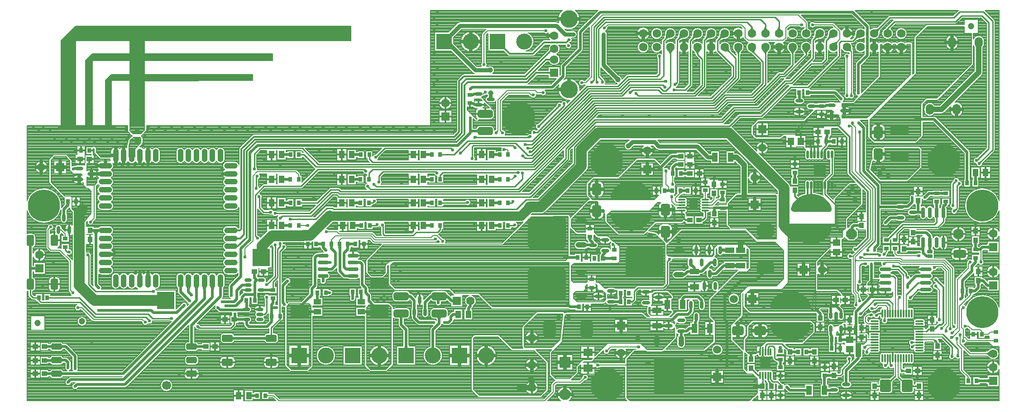
<source format=gtl>
G04*
G04 #@! TF.GenerationSoftware,Altium Limited,Altium Designer,18.1.7 (191)*
G04*
G04 Layer_Physical_Order=1*
G04 Layer_Color=255*
%FSLAX24Y24*%
%MOIN*%
G70*
G01*
G75*
%ADD10C,0.0118*%
%ADD14C,0.0079*%
%ADD15C,0.0098*%
G04:AMPARAMS|DCode=24|XSize=82.7mil|YSize=55.1mil|CornerRadius=13.8mil|HoleSize=0mil|Usage=FLASHONLY|Rotation=90.000|XOffset=0mil|YOffset=0mil|HoleType=Round|Shape=RoundedRectangle|*
%AMROUNDEDRECTD24*
21,1,0.0827,0.0276,0,0,90.0*
21,1,0.0551,0.0551,0,0,90.0*
1,1,0.0276,0.0138,0.0276*
1,1,0.0276,0.0138,-0.0276*
1,1,0.0276,-0.0138,-0.0276*
1,1,0.0276,-0.0138,0.0276*
%
%ADD24ROUNDEDRECTD24*%
%ADD25O,0.0591X0.0281*%
%ADD26O,0.0800X0.0295*%
%ADD27R,0.1339X0.0709*%
G04:AMPARAMS|DCode=28|XSize=86.6mil|YSize=68.9mil|CornerRadius=17.2mil|HoleSize=0mil|Usage=FLASHONLY|Rotation=270.000|XOffset=0mil|YOffset=0mil|HoleType=Round|Shape=RoundedRectangle|*
%AMROUNDEDRECTD28*
21,1,0.0866,0.0344,0,0,270.0*
21,1,0.0522,0.0689,0,0,270.0*
1,1,0.0344,-0.0172,-0.0261*
1,1,0.0344,-0.0172,0.0261*
1,1,0.0344,0.0172,0.0261*
1,1,0.0344,0.0172,-0.0261*
%
%ADD28ROUNDEDRECTD28*%
%ADD29O,0.0281X0.0591*%
G04:AMPARAMS|DCode=30|XSize=110.2mil|YSize=59.1mil|CornerRadius=14.8mil|HoleSize=0mil|Usage=FLASHONLY|Rotation=0.000|XOffset=0mil|YOffset=0mil|HoleType=Round|Shape=RoundedRectangle|*
%AMROUNDEDRECTD30*
21,1,0.1102,0.0295,0,0,0.0*
21,1,0.0807,0.0591,0,0,0.0*
1,1,0.0295,0.0404,-0.0148*
1,1,0.0295,-0.0404,-0.0148*
1,1,0.0295,-0.0404,0.0148*
1,1,0.0295,0.0404,0.0148*
%
%ADD30ROUNDEDRECTD30*%
G04:AMPARAMS|DCode=31|XSize=82.7mil|YSize=55.1mil|CornerRadius=13.8mil|HoleSize=0mil|Usage=FLASHONLY|Rotation=0.000|XOffset=0mil|YOffset=0mil|HoleType=Round|Shape=RoundedRectangle|*
%AMROUNDEDRECTD31*
21,1,0.0827,0.0276,0,0,0.0*
21,1,0.0551,0.0551,0,0,0.0*
1,1,0.0276,0.0276,-0.0138*
1,1,0.0276,-0.0276,-0.0138*
1,1,0.0276,-0.0276,0.0138*
1,1,0.0276,0.0276,0.0138*
%
%ADD31ROUNDEDRECTD31*%
%ADD32O,0.0531X0.0236*%
%ADD33O,0.0984X0.0433*%
%ADD34O,0.0433X0.0984*%
%ADD35O,0.0177X0.0591*%
G04:AMPARAMS|DCode=36|XSize=128mil|YSize=90.6mil|CornerRadius=22.6mil|HoleSize=0mil|Usage=FLASHONLY|Rotation=180.000|XOffset=0mil|YOffset=0mil|HoleType=Round|Shape=RoundedRectangle|*
%AMROUNDEDRECTD36*
21,1,0.1280,0.0453,0,0,180.0*
21,1,0.0827,0.0906,0,0,180.0*
1,1,0.0453,-0.0413,0.0226*
1,1,0.0453,0.0413,0.0226*
1,1,0.0453,0.0413,-0.0226*
1,1,0.0453,-0.0413,-0.0226*
%
%ADD36ROUNDEDRECTD36*%
%ADD37O,0.0850X0.0295*%
%ADD38O,0.0236X0.0531*%
G04:AMPARAMS|DCode=39|XSize=43.3mil|YSize=23.6mil|CornerRadius=5.9mil|HoleSize=0mil|Usage=FLASHONLY|Rotation=0.000|XOffset=0mil|YOffset=0mil|HoleType=Round|Shape=RoundedRectangle|*
%AMROUNDEDRECTD39*
21,1,0.0433,0.0118,0,0,0.0*
21,1,0.0315,0.0236,0,0,0.0*
1,1,0.0118,0.0157,-0.0059*
1,1,0.0118,-0.0157,-0.0059*
1,1,0.0118,-0.0157,0.0059*
1,1,0.0118,0.0157,0.0059*
%
%ADD39ROUNDEDRECTD39*%
G04:AMPARAMS|DCode=40|XSize=94.5mil|YSize=59.1mil|CornerRadius=14.8mil|HoleSize=0mil|Usage=FLASHONLY|Rotation=0.000|XOffset=0mil|YOffset=0mil|HoleType=Round|Shape=RoundedRectangle|*
%AMROUNDEDRECTD40*
21,1,0.0945,0.0295,0,0,0.0*
21,1,0.0650,0.0591,0,0,0.0*
1,1,0.0295,0.0325,-0.0148*
1,1,0.0295,-0.0325,-0.0148*
1,1,0.0295,-0.0325,0.0148*
1,1,0.0295,0.0325,0.0148*
%
%ADD40ROUNDEDRECTD40*%
%ADD41O,0.0295X0.0800*%
%ADD42O,0.0630X0.0118*%
%ADD43O,0.0118X0.0630*%
G04:AMPARAMS|DCode=44|XSize=90.6mil|YSize=82.7mil|CornerRadius=12.4mil|HoleSize=0mil|Usage=FLASHONLY|Rotation=90.000|XOffset=0mil|YOffset=0mil|HoleType=Round|Shape=RoundedRectangle|*
%AMROUNDEDRECTD44*
21,1,0.0906,0.0579,0,0,90.0*
21,1,0.0657,0.0827,0,0,90.0*
1,1,0.0248,0.0289,0.0329*
1,1,0.0248,0.0289,-0.0329*
1,1,0.0248,-0.0289,-0.0329*
1,1,0.0248,-0.0289,0.0329*
%
%ADD44ROUNDEDRECTD44*%
%ADD46O,0.0571X0.0118*%
%ADD47R,0.0610X0.0728*%
G04:AMPARAMS|DCode=48|XSize=86.6mil|YSize=68.9mil|CornerRadius=17.2mil|HoleSize=0mil|Usage=FLASHONLY|Rotation=0.000|XOffset=0mil|YOffset=0mil|HoleType=Round|Shape=RoundedRectangle|*
%AMROUNDEDRECTD48*
21,1,0.0866,0.0344,0,0,0.0*
21,1,0.0522,0.0689,0,0,0.0*
1,1,0.0344,0.0261,-0.0172*
1,1,0.0344,-0.0261,-0.0172*
1,1,0.0344,-0.0261,0.0172*
1,1,0.0344,0.0261,0.0172*
%
%ADD48ROUNDEDRECTD48*%
%ADD49O,0.0118X0.0571*%
%ADD50R,0.0728X0.0610*%
G04:AMPARAMS|DCode=52|XSize=128mil|YSize=90.6mil|CornerRadius=22.6mil|HoleSize=0mil|Usage=FLASHONLY|Rotation=90.000|XOffset=0mil|YOffset=0mil|HoleType=Round|Shape=RoundedRectangle|*
%AMROUNDEDRECTD52*
21,1,0.1280,0.0453,0,0,90.0*
21,1,0.0827,0.0906,0,0,90.0*
1,1,0.0453,0.0226,0.0413*
1,1,0.0453,0.0226,-0.0413*
1,1,0.0453,-0.0226,-0.0413*
1,1,0.0453,-0.0226,0.0413*
%
%ADD52ROUNDEDRECTD52*%
G04:AMPARAMS|DCode=53|XSize=78.7mil|YSize=47.2mil|CornerRadius=11.8mil|HoleSize=0mil|Usage=FLASHONLY|Rotation=0.000|XOffset=0mil|YOffset=0mil|HoleType=Round|Shape=RoundedRectangle|*
%AMROUNDEDRECTD53*
21,1,0.0787,0.0236,0,0,0.0*
21,1,0.0551,0.0472,0,0,0.0*
1,1,0.0236,0.0276,-0.0118*
1,1,0.0236,-0.0276,-0.0118*
1,1,0.0236,-0.0276,0.0118*
1,1,0.0236,0.0276,0.0118*
%
%ADD53ROUNDEDRECTD53*%
%ADD100C,0.0669*%
%ADD109C,0.0827*%
%ADD117R,0.0354X0.0276*%
%ADD118R,0.0413X0.0551*%
%ADD119R,0.0276X0.0354*%
%ADD120R,0.1161X0.1181*%
%ADD121R,0.0581X0.1181*%
%ADD122R,0.0512X0.1181*%
%ADD123R,0.0354X0.0394*%
%ADD124R,0.0394X0.0394*%
%ADD125R,0.0413X0.0689*%
%ADD126R,0.0394X0.0354*%
%ADD127R,0.0453X0.0571*%
%ADD128R,0.0571X0.0453*%
%ADD129R,0.0906X0.0965*%
%ADD130R,0.0551X0.0413*%
%ADD131O,0.0846X0.0394*%
G04:AMPARAMS|DCode=132|XSize=279.5mil|YSize=218.5mil|CornerRadius=10.9mil|HoleSize=0mil|Usage=FLASHONLY|Rotation=180.000|XOffset=0mil|YOffset=0mil|HoleType=Round|Shape=RoundedRectangle|*
%AMROUNDEDRECTD132*
21,1,0.2795,0.1967,0,0,180.0*
21,1,0.2577,0.2185,0,0,180.0*
1,1,0.0219,-0.1288,0.0983*
1,1,0.0219,0.1288,0.0983*
1,1,0.0219,0.1288,-0.0983*
1,1,0.0219,-0.1288,-0.0983*
%
%ADD132ROUNDEDRECTD132*%
%ADD133R,0.0689X0.0413*%
%ADD134R,0.0709X0.0551*%
%ADD135O,0.0394X0.0846*%
G04:AMPARAMS|DCode=136|XSize=279.5mil|YSize=218.5mil|CornerRadius=10.9mil|HoleSize=0mil|Usage=FLASHONLY|Rotation=270.000|XOffset=0mil|YOffset=0mil|HoleType=Round|Shape=RoundedRectangle|*
%AMROUNDEDRECTD136*
21,1,0.2795,0.1967,0,0,270.0*
21,1,0.2577,0.2185,0,0,270.0*
1,1,0.0219,-0.0983,-0.1288*
1,1,0.0219,-0.0983,0.1288*
1,1,0.0219,0.0983,0.1288*
1,1,0.0219,0.0983,-0.1288*
%
%ADD136ROUNDEDRECTD136*%
%ADD137C,0.0472*%
%ADD138C,0.0276*%
%ADD139C,0.0197*%
%ADD140C,0.0315*%
%ADD141C,0.0787*%
%ADD142C,0.0394*%
%ADD143C,0.0709*%
%ADD144C,0.0138*%
%ADD145C,0.0295*%
%ADD146R,0.1093X0.6250*%
%ADD147R,2.0256X0.1090*%
%ADD148R,0.1081X0.5913*%
%ADD149R,1.3307X0.0521*%
%ADD150R,0.0509X0.4754*%
%ADD151R,0.0448X0.3307*%
%ADD152R,0.1407X0.0443*%
%ADD153R,0.8041X0.0438*%
%ADD154R,0.4242X0.0335*%
%ADD155R,0.0423X0.0994*%
%ADD156R,0.1299X0.1292*%
%ADD157C,0.0630*%
%ADD158R,0.0630X0.0630*%
%ADD159C,0.1299*%
%ADD160O,0.0591X0.0787*%
%ADD161C,0.0600*%
%ADD162R,0.0600X0.0600*%
%ADD163C,0.1181*%
%ADD164R,0.1181X0.1181*%
%ADD165R,0.0600X0.0600*%
%ADD166C,0.0787*%
%ADD167P,0.0852X8X202.5*%
%ADD168R,0.0630X0.0630*%
%ADD169R,0.0827X0.0827*%
%ADD170P,0.2557X8X292.5*%
%ADD171C,0.2362*%
%ADD172C,0.0236*%
%ADD173C,0.0394*%
G36*
X72356Y46511D02*
X72358Y46481D01*
X72359Y46477D01*
X72360Y46473D01*
X72361Y46470D01*
X72363Y46468D01*
X72364Y46467D01*
X72250D01*
X72252Y46468D01*
X72253Y46470D01*
X72254Y46473D01*
X72255Y46477D01*
X72256Y46481D01*
X72257Y46487D01*
X72258Y46502D01*
X72258Y46521D01*
X72356D01*
X72356Y46511D01*
D02*
G37*
G36*
X62358Y46616D02*
X62362Y46592D01*
X62369Y46568D01*
X62380Y46545D01*
X62393Y46521D01*
X62409Y46498D01*
X62428Y46474D01*
X62450Y46451D01*
X62475Y46428D01*
X62502Y46405D01*
X62112D01*
X62140Y46428D01*
X62164Y46451D01*
X62186Y46474D01*
X62205Y46498D01*
X62221Y46521D01*
X62235Y46545D01*
X62245Y46568D01*
X62252Y46592D01*
X62256Y46616D01*
X62258Y46640D01*
X62356D01*
X62358Y46616D01*
D02*
G37*
G36*
X64358Y46635D02*
X64363Y46612D01*
X64372Y46588D01*
X64384Y46562D01*
X64399Y46535D01*
X64418Y46507D01*
X64440Y46478D01*
X64495Y46415D01*
X64528Y46382D01*
X64087D01*
X64119Y46415D01*
X64174Y46478D01*
X64196Y46507D01*
X64215Y46535D01*
X64230Y46562D01*
X64242Y46588D01*
X64251Y46612D01*
X64256Y46635D01*
X64258Y46658D01*
X64356D01*
X64358Y46635D01*
D02*
G37*
G36*
X63358D02*
X63363Y46612D01*
X63372Y46588D01*
X63384Y46562D01*
X63399Y46535D01*
X63418Y46507D01*
X63440Y46478D01*
X63495Y46415D01*
X63528Y46382D01*
X63087D01*
X63119Y46415D01*
X63174Y46478D01*
X63196Y46507D01*
X63215Y46535D01*
X63230Y46562D01*
X63242Y46588D01*
X63251Y46612D01*
X63256Y46635D01*
X63258Y46658D01*
X63356D01*
X63358Y46635D01*
D02*
G37*
G36*
X71695Y46476D02*
X71681Y46459D01*
X71668Y46439D01*
X71657Y46416D01*
X71647Y46389D01*
X71639Y46359D01*
X71633Y46326D01*
X71628Y46290D01*
X71622Y46207D01*
X71622Y46161D01*
X71310Y46472D01*
X71357Y46473D01*
X71439Y46478D01*
X71476Y46483D01*
X71509Y46490D01*
X71539Y46498D01*
X71566Y46507D01*
X71589Y46519D01*
X71609Y46531D01*
X71626Y46546D01*
X71695Y46476D01*
D02*
G37*
G36*
X70304Y45843D02*
X70258Y45842D01*
X70175Y45837D01*
X70138Y45832D01*
X70105Y45825D01*
X70075Y45817D01*
X70049Y45808D01*
X70025Y45796D01*
X70005Y45783D01*
X69988Y45769D01*
X69919Y45839D01*
X69933Y45855D01*
X69946Y45876D01*
X69957Y45899D01*
X69967Y45926D01*
X69975Y45956D01*
X69982Y45989D01*
X69987Y46025D01*
X69992Y46108D01*
X69992Y46154D01*
X70304Y45843D01*
D02*
G37*
G36*
X68304D02*
X68258Y45842D01*
X68175Y45837D01*
X68138Y45832D01*
X68105Y45825D01*
X68075Y45817D01*
X68049Y45808D01*
X68025Y45796D01*
X68005Y45783D01*
X67988Y45769D01*
X67919Y45839D01*
X67933Y45855D01*
X67946Y45876D01*
X67957Y45899D01*
X67967Y45926D01*
X67975Y45956D01*
X67982Y45989D01*
X67987Y46025D01*
X67992Y46108D01*
X67992Y46154D01*
X68304Y45843D01*
D02*
G37*
G36*
X67304D02*
X67258Y45842D01*
X67175Y45837D01*
X67138Y45832D01*
X67105Y45825D01*
X67075Y45817D01*
X67049Y45808D01*
X67025Y45796D01*
X67005Y45783D01*
X66988Y45769D01*
X66919Y45839D01*
X66933Y45855D01*
X66946Y45876D01*
X66957Y45899D01*
X66967Y45926D01*
X66975Y45956D01*
X66982Y45989D01*
X66987Y46025D01*
X66992Y46108D01*
X66992Y46154D01*
X67304Y45843D01*
D02*
G37*
G36*
X60304D02*
X60258Y45842D01*
X60175Y45837D01*
X60138Y45832D01*
X60105Y45825D01*
X60075Y45817D01*
X60049Y45808D01*
X60025Y45796D01*
X60005Y45783D01*
X59988Y45769D01*
X59919Y45839D01*
X59933Y45855D01*
X59946Y45876D01*
X59957Y45899D01*
X59967Y45926D01*
X59975Y45956D01*
X59982Y45989D01*
X59987Y46025D01*
X59992Y46108D01*
X59992Y46154D01*
X60304Y45843D01*
D02*
G37*
G36*
X59304D02*
X59258Y45842D01*
X59175Y45837D01*
X59138Y45832D01*
X59105Y45825D01*
X59075Y45817D01*
X59049Y45808D01*
X59025Y45796D01*
X59005Y45783D01*
X58988Y45769D01*
X58919Y45839D01*
X58933Y45855D01*
X58946Y45876D01*
X58957Y45899D01*
X58967Y45926D01*
X58975Y45956D01*
X58982Y45989D01*
X58987Y46025D01*
X58992Y46108D01*
X58992Y46154D01*
X59304Y45843D01*
D02*
G37*
G36*
X58304D02*
X58258Y45842D01*
X58175Y45837D01*
X58138Y45832D01*
X58105Y45825D01*
X58075Y45817D01*
X58049Y45808D01*
X58025Y45796D01*
X58005Y45783D01*
X57988Y45769D01*
X57919Y45839D01*
X57933Y45855D01*
X57946Y45876D01*
X57957Y45899D01*
X57967Y45926D01*
X57975Y45956D01*
X57982Y45989D01*
X57987Y46025D01*
X57992Y46108D01*
X57992Y46154D01*
X58304Y45843D01*
D02*
G37*
G36*
X57304D02*
X57258Y45842D01*
X57175Y45837D01*
X57138Y45832D01*
X57105Y45825D01*
X57075Y45817D01*
X57049Y45808D01*
X57025Y45796D01*
X57005Y45783D01*
X56988Y45769D01*
X56919Y45839D01*
X56933Y45855D01*
X56946Y45876D01*
X56957Y45899D01*
X56967Y45926D01*
X56975Y45956D01*
X56982Y45989D01*
X56987Y46025D01*
X56992Y46108D01*
X56992Y46154D01*
X57304Y45843D01*
D02*
G37*
G36*
X56337Y45844D02*
X56289Y45839D01*
X56166Y45817D01*
X56132Y45808D01*
X56101Y45799D01*
X56075Y45788D01*
X56052Y45776D01*
X56033Y45764D01*
X56017Y45751D01*
X55940Y45813D01*
X55955Y45830D01*
X55968Y45851D01*
X55979Y45874D01*
X55987Y45901D01*
X55994Y45930D01*
X55998Y45962D01*
X56001Y45998D01*
X56001Y46036D01*
X55998Y46077D01*
X55994Y46121D01*
X56337Y45844D01*
D02*
G37*
G36*
X12618Y45689D02*
X12519Y45591D01*
X11456Y45600D01*
X12539Y46683D01*
X12618D01*
Y45689D01*
D02*
G37*
G36*
X48847Y45591D02*
X48843Y45590D01*
X48838Y45589D01*
X48833Y45586D01*
X48827Y45583D01*
X48821Y45579D01*
X48813Y45573D01*
X48798Y45560D01*
X48779Y45542D01*
X48682Y45639D01*
X48691Y45649D01*
X48718Y45681D01*
X48723Y45687D01*
X48726Y45693D01*
X48728Y45699D01*
X48730Y45703D01*
X48730Y45707D01*
X48847Y45591D01*
D02*
G37*
G36*
X68641Y45534D02*
X68626Y45517D01*
X68614Y45496D01*
X68605Y45473D01*
X68598Y45447D01*
X68594Y45418D01*
X68592Y45386D01*
X68594Y45352D01*
X68598Y45314D01*
X68604Y45274D01*
X68614Y45230D01*
X68240Y45465D01*
X68294Y45477D01*
X68495Y45535D01*
X68521Y45546D01*
X68543Y45556D01*
X68560Y45567D01*
X68572Y45577D01*
X68641Y45534D01*
D02*
G37*
G36*
X69611Y45065D02*
X69608Y45035D01*
X69607Y45007D01*
X69608Y44981D01*
X69612Y44956D01*
X69618Y44933D01*
X69626Y44912D01*
X69636Y44892D01*
X69649Y44873D01*
X69664Y44857D01*
X69608Y44801D01*
X69591Y44816D01*
X69573Y44828D01*
X69553Y44839D01*
X69532Y44847D01*
X69508Y44853D01*
X69484Y44856D01*
X69457Y44858D01*
X69429Y44857D01*
X69400Y44854D01*
X69369Y44849D01*
X69616Y45096D01*
X69611Y45065D01*
D02*
G37*
G36*
X60622Y45108D02*
X60628Y45025D01*
X60633Y44989D01*
X60639Y44956D01*
X60647Y44926D01*
X60657Y44899D01*
X60668Y44876D01*
X60681Y44855D01*
X60695Y44839D01*
X60626Y44769D01*
X60609Y44783D01*
X60589Y44796D01*
X60566Y44808D01*
X60539Y44817D01*
X60509Y44825D01*
X60476Y44832D01*
X60439Y44837D01*
X60357Y44842D01*
X60310Y44843D01*
X60622Y45154D01*
X60622Y45108D01*
D02*
G37*
G36*
X62538Y44939D02*
X62522Y44911D01*
X62510Y44884D01*
X62503Y44859D01*
X62499Y44834D01*
X62500Y44810D01*
X62504Y44788D01*
X62513Y44766D01*
X62526Y44745D01*
X62543Y44726D01*
X62420Y44710D01*
X62411Y44717D01*
X62399Y44727D01*
X62335Y44770D01*
X62145Y44887D01*
X62558Y44967D01*
X62538Y44939D01*
D02*
G37*
G36*
X66495Y44900D02*
X66440Y44837D01*
X66418Y44808D01*
X66399Y44780D01*
X66384Y44753D01*
X66372Y44727D01*
X66363Y44703D01*
X66358Y44679D01*
X66356Y44657D01*
X66258D01*
X66256Y44679D01*
X66251Y44703D01*
X66242Y44727D01*
X66230Y44753D01*
X66215Y44780D01*
X66196Y44808D01*
X66174Y44837D01*
X66119Y44900D01*
X66087Y44933D01*
X66528D01*
X66495Y44900D01*
D02*
G37*
G36*
X65495D02*
X65440Y44837D01*
X65418Y44808D01*
X65399Y44780D01*
X65384Y44753D01*
X65372Y44727D01*
X65363Y44703D01*
X65358Y44679D01*
X65356Y44657D01*
X65258D01*
X65256Y44679D01*
X65251Y44703D01*
X65242Y44727D01*
X65230Y44753D01*
X65215Y44780D01*
X65196Y44808D01*
X65174Y44837D01*
X65119Y44900D01*
X65087Y44933D01*
X65528D01*
X65495Y44900D01*
D02*
G37*
G36*
X63495D02*
X63440Y44837D01*
X63418Y44808D01*
X63399Y44780D01*
X63384Y44753D01*
X63372Y44727D01*
X63363Y44703D01*
X63358Y44679D01*
X63356Y44657D01*
X63258D01*
X63256Y44679D01*
X63251Y44703D01*
X63242Y44727D01*
X63230Y44753D01*
X63215Y44780D01*
X63196Y44808D01*
X63174Y44837D01*
X63119Y44900D01*
X63087Y44933D01*
X63528D01*
X63495Y44900D01*
D02*
G37*
G36*
X61495D02*
X61440Y44837D01*
X61418Y44808D01*
X61399Y44780D01*
X61384Y44753D01*
X61372Y44727D01*
X61363Y44703D01*
X61358Y44679D01*
X61356Y44657D01*
X61258D01*
X61256Y44679D01*
X61251Y44703D01*
X61242Y44727D01*
X61230Y44753D01*
X61215Y44780D01*
X61196Y44808D01*
X61174Y44837D01*
X61119Y44900D01*
X61087Y44933D01*
X61528D01*
X61495Y44900D01*
D02*
G37*
G36*
X58495D02*
X58440Y44837D01*
X58418Y44808D01*
X58399Y44780D01*
X58384Y44753D01*
X58372Y44727D01*
X58363Y44703D01*
X58358Y44679D01*
X58356Y44657D01*
X58258D01*
X58256Y44679D01*
X58251Y44703D01*
X58242Y44727D01*
X58230Y44753D01*
X58215Y44780D01*
X58196Y44808D01*
X58174Y44837D01*
X58119Y44900D01*
X58087Y44933D01*
X58528D01*
X58495Y44900D01*
D02*
G37*
G36*
X56495D02*
X56440Y44837D01*
X56418Y44808D01*
X56399Y44780D01*
X56384Y44753D01*
X56372Y44727D01*
X56363Y44703D01*
X56358Y44679D01*
X56356Y44657D01*
X56258D01*
X56256Y44679D01*
X56251Y44703D01*
X56242Y44727D01*
X56230Y44753D01*
X56215Y44780D01*
X56196Y44808D01*
X56174Y44837D01*
X56119Y44900D01*
X56087Y44933D01*
X56528D01*
X56495Y44900D01*
D02*
G37*
G36*
X55588Y44397D02*
X55582Y44390D01*
X55577Y44382D01*
X55573Y44373D01*
X55569Y44364D01*
X55566Y44354D01*
X55564Y44344D01*
X55562Y44333D01*
X55561Y44322D01*
X55561Y44310D01*
X55463D01*
X55462Y44322D01*
X55461Y44333D01*
X55460Y44344D01*
X55457Y44354D01*
X55454Y44364D01*
X55451Y44373D01*
X55446Y44382D01*
X55441Y44390D01*
X55435Y44397D01*
X55429Y44404D01*
X55594D01*
X55588Y44397D01*
D02*
G37*
G36*
X69395Y44395D02*
X69388Y44386D01*
X69381Y44377D01*
X69376Y44368D01*
X69371Y44358D01*
X69367Y44348D01*
X69364Y44338D01*
X69362Y44328D01*
X69361Y44317D01*
X69360Y44306D01*
X69282D01*
X69281Y44317D01*
X69280Y44328D01*
X69278Y44338D01*
X69275Y44348D01*
X69271Y44358D01*
X69266Y44368D01*
X69260Y44377D01*
X69254Y44386D01*
X69246Y44395D01*
X69238Y44404D01*
X69404D01*
X69395Y44395D01*
D02*
G37*
G36*
X13828Y44626D02*
Y44163D01*
X13730Y44065D01*
X13230Y44106D01*
X13750Y44626D01*
X13828Y44626D01*
D02*
G37*
G36*
X47453Y43140D02*
X47452Y43151D01*
X47448Y43161D01*
X47442Y43170D01*
X47434Y43178D01*
X47423Y43184D01*
X47410Y43189D01*
X47395Y43193D01*
X47377Y43196D01*
X47357Y43198D01*
X47334Y43199D01*
Y43317D01*
X47357Y43318D01*
X47377Y43319D01*
X47395Y43322D01*
X47410Y43326D01*
X47423Y43332D01*
X47434Y43338D01*
X47442Y43346D01*
X47448Y43355D01*
X47452Y43365D01*
X47453Y43376D01*
Y43140D01*
D02*
G37*
G36*
X50906Y42758D02*
X50907Y42746D01*
X50909Y42736D01*
X50912Y42727D01*
X50916Y42719D01*
X50920Y42711D01*
X50925Y42705D01*
X50931Y42700D01*
X50938Y42695D01*
X50946Y42692D01*
X50796Y42624D01*
X50798Y42630D01*
X50800Y42637D01*
X50801Y42645D01*
X50804Y42662D01*
X50806Y42682D01*
X50807Y42717D01*
X50906Y42770D01*
X50906Y42758D01*
D02*
G37*
G36*
X15236Y42756D02*
X15075Y42595D01*
X14687Y42664D01*
X15123Y43100D01*
X15236D01*
Y42756D01*
D02*
G37*
G36*
X50663Y42650D02*
X50655Y42642D01*
X50647Y42633D01*
X50641Y42624D01*
X50635Y42615D01*
X50631Y42606D01*
X50627Y42597D01*
X50624Y42588D01*
X50622Y42579D01*
X50620Y42570D01*
X50620Y42560D01*
X50503Y42677D01*
X50512Y42677D01*
X50522Y42679D01*
X50531Y42681D01*
X50540Y42684D01*
X50549Y42688D01*
X50558Y42692D01*
X50567Y42698D01*
X50576Y42704D01*
X50585Y42712D01*
X50593Y42720D01*
X50663Y42650D01*
D02*
G37*
G36*
X55900Y42555D02*
X55893Y42561D01*
X55886Y42567D01*
X55878Y42572D01*
X55869Y42577D01*
X55860Y42580D01*
X55850Y42583D01*
X55840Y42586D01*
X55829Y42587D01*
X55818Y42588D01*
X55806Y42589D01*
Y42687D01*
X55818Y42687D01*
X55829Y42688D01*
X55840Y42690D01*
X55850Y42692D01*
X55860Y42695D01*
X55869Y42699D01*
X55878Y42703D01*
X55886Y42708D01*
X55893Y42714D01*
X55900Y42720D01*
Y42555D01*
D02*
G37*
G36*
X56814Y42493D02*
X56806Y42484D01*
X56799Y42475D01*
X56792Y42467D01*
X56787Y42458D01*
X56782Y42449D01*
X56778Y42440D01*
X56775Y42431D01*
X56773Y42421D01*
X56772Y42412D01*
X56772Y42403D01*
X56655Y42520D01*
X56664Y42520D01*
X56673Y42521D01*
X56683Y42523D01*
X56692Y42526D01*
X56701Y42530D01*
X56710Y42535D01*
X56719Y42540D01*
X56727Y42547D01*
X56736Y42554D01*
X56745Y42562D01*
X56814Y42493D01*
D02*
G37*
G36*
X55823Y42357D02*
X55832Y42350D01*
X55841Y42344D01*
X55849Y42338D01*
X55858Y42333D01*
X55867Y42329D01*
X55877Y42326D01*
X55886Y42324D01*
X55895Y42323D01*
X55904Y42323D01*
X55787Y42206D01*
X55787Y42215D01*
X55786Y42224D01*
X55784Y42234D01*
X55781Y42243D01*
X55777Y42252D01*
X55772Y42261D01*
X55767Y42270D01*
X55760Y42279D01*
X55753Y42287D01*
X55745Y42296D01*
X55814Y42366D01*
X55823Y42357D01*
D02*
G37*
G36*
X56666Y42084D02*
X56673Y42078D01*
X56681Y42073D01*
X56690Y42069D01*
X56699Y42065D01*
X56709Y42062D01*
X56719Y42060D01*
X56730Y42058D01*
X56741Y42057D01*
X56753Y42057D01*
Y41959D01*
X56741Y41958D01*
X56730Y41957D01*
X56719Y41956D01*
X56709Y41953D01*
X56699Y41950D01*
X56690Y41947D01*
X56681Y41942D01*
X56673Y41937D01*
X56666Y41932D01*
X56659Y41925D01*
Y42091D01*
X56666Y42084D01*
D02*
G37*
G36*
X53507Y41902D02*
X53499Y41894D01*
X53492Y41885D01*
X53485Y41876D01*
X53480Y41867D01*
X53475Y41858D01*
X53471Y41849D01*
X53468Y41840D01*
X53466Y41831D01*
X53465Y41822D01*
X53465Y41812D01*
X53348Y41929D01*
X53357Y41929D01*
X53366Y41931D01*
X53375Y41933D01*
X53385Y41936D01*
X53394Y41940D01*
X53403Y41944D01*
X53411Y41950D01*
X53420Y41956D01*
X53429Y41964D01*
X53438Y41972D01*
X53507Y41902D01*
D02*
G37*
G36*
X42644Y41717D02*
X42640Y41718D01*
X42636Y41718D01*
X42631Y41717D01*
X42626Y41715D01*
X42620Y41712D01*
X42614Y41708D01*
X42608Y41704D01*
X42601Y41698D01*
X42587Y41685D01*
X42531Y41740D01*
X42538Y41748D01*
X42550Y41762D01*
X42555Y41768D01*
X42558Y41774D01*
X42561Y41779D01*
X42563Y41785D01*
X42564Y41789D01*
X42564Y41794D01*
X42564Y41798D01*
X42644Y41717D01*
D02*
G37*
G36*
X69676Y41746D02*
X69677Y41735D01*
X69679Y41725D01*
X69682Y41715D01*
X69686Y41705D01*
X69691Y41695D01*
X69696Y41686D01*
X69703Y41677D01*
X69710Y41668D01*
X69718Y41659D01*
X69553D01*
X69561Y41668D01*
X69569Y41677D01*
X69575Y41686D01*
X69581Y41695D01*
X69586Y41705D01*
X69590Y41715D01*
X69593Y41725D01*
X69595Y41735D01*
X69596Y41746D01*
X69596Y41757D01*
X69675D01*
X69676Y41746D01*
D02*
G37*
G36*
X69361D02*
X69362Y41735D01*
X69364Y41725D01*
X69367Y41715D01*
X69371Y41705D01*
X69376Y41695D01*
X69381Y41686D01*
X69388Y41677D01*
X69395Y41668D01*
X69404Y41659D01*
X69238D01*
X69246Y41668D01*
X69254Y41677D01*
X69260Y41686D01*
X69266Y41695D01*
X69271Y41705D01*
X69275Y41715D01*
X69278Y41725D01*
X69280Y41735D01*
X69281Y41746D01*
X69282Y41757D01*
X69360D01*
X69361Y41746D01*
D02*
G37*
G36*
X53898Y41733D02*
X53899Y41723D01*
X53901Y41714D01*
X53904Y41705D01*
X53908Y41696D01*
X53913Y41687D01*
X53918Y41678D01*
X53925Y41669D01*
X53932Y41661D01*
X53940Y41652D01*
X53871Y41582D01*
X53862Y41590D01*
X53853Y41598D01*
X53844Y41604D01*
X53836Y41610D01*
X53827Y41615D01*
X53818Y41618D01*
X53808Y41621D01*
X53799Y41623D01*
X53790Y41625D01*
X53781Y41625D01*
X53898Y41742D01*
X53898Y41733D01*
D02*
G37*
G36*
X67611Y40901D02*
X67614Y40900D01*
X67619Y40899D01*
X67626Y40899D01*
X67677Y40897D01*
X67714Y40897D01*
Y40700D01*
X67610Y40695D01*
Y40902D01*
X67611Y40901D01*
D02*
G37*
G36*
X17627Y40520D02*
X17508Y40519D01*
X17516Y40520D01*
X17522Y40523D01*
X17528Y40527D01*
X17533Y40532D01*
X17538Y40539D01*
X17541Y40548D01*
X17544Y40559D01*
X17546Y40571D01*
X17547Y40584D01*
X17547Y40599D01*
X17626D01*
X17627Y40520D01*
D02*
G37*
G36*
X16545Y40584D02*
X16546Y40571D01*
X16548Y40559D01*
X16551Y40548D01*
X16555Y40539D01*
X16559Y40532D01*
X16564Y40527D01*
X16570Y40523D01*
X16577Y40520D01*
X16584Y40519D01*
X16468Y40520D01*
X16467Y40521D01*
X16467Y40524D01*
X16467Y40528D01*
X16466Y40599D01*
X16545D01*
X16545Y40584D01*
D02*
G37*
G36*
X15186Y40480D02*
X15075Y40479D01*
X15083Y40480D01*
X15089Y40483D01*
X15095Y40487D01*
X15100Y40492D01*
X15105Y40499D01*
X15108Y40508D01*
X15111Y40519D01*
X15113Y40531D01*
X15114Y40544D01*
X15115Y40559D01*
X15193D01*
X15186Y40480D01*
D02*
G37*
G36*
X14749Y40544D02*
X14751Y40531D01*
X14753Y40519D01*
X14755Y40508D01*
X14759Y40499D01*
X14763Y40492D01*
X14768Y40487D01*
X14774Y40483D01*
X14781Y40480D01*
X14788Y40479D01*
X14676Y40480D01*
X14675Y40481D01*
X14674Y40484D01*
X14673Y40488D01*
X14673Y40493D01*
X14671Y40509D01*
X14670Y40559D01*
X14749D01*
X14749Y40544D01*
D02*
G37*
G36*
X13799Y40480D02*
X13686Y40479D01*
X13693Y40480D01*
X13700Y40483D01*
X13706Y40487D01*
X13711Y40492D01*
X13715Y40499D01*
X13719Y40508D01*
X13722Y40519D01*
X13724Y40531D01*
X13725Y40544D01*
X13725Y40559D01*
X13804D01*
X13799Y40480D01*
D02*
G37*
G36*
X13296Y40544D02*
X13297Y40531D01*
X13299Y40519D01*
X13302Y40508D01*
X13305Y40499D01*
X13309Y40492D01*
X13315Y40487D01*
X13320Y40483D01*
X13327Y40480D01*
X13335Y40479D01*
X13221Y40480D01*
X13220Y40481D01*
X13219Y40484D01*
X13219Y40488D01*
X13218Y40493D01*
X13217Y40519D01*
X13217Y40559D01*
X13295D01*
X13296Y40544D01*
D02*
G37*
G36*
X12568Y40480D02*
X12449Y40479D01*
X12457Y40480D01*
X12463Y40483D01*
X12469Y40487D01*
X12474Y40492D01*
X12479Y40499D01*
X12482Y40508D01*
X12485Y40519D01*
X12487Y40531D01*
X12488Y40544D01*
X12488Y40559D01*
X12567D01*
X12568Y40480D01*
D02*
G37*
G36*
X11486Y40544D02*
X11487Y40531D01*
X11489Y40519D01*
X11492Y40508D01*
X11496Y40499D01*
X11500Y40492D01*
X11505Y40487D01*
X11511Y40483D01*
X11518Y40480D01*
X11525Y40479D01*
X11409Y40480D01*
X11408Y40481D01*
X11408Y40484D01*
X11408Y40488D01*
X11407Y40559D01*
X11486D01*
X11486Y40544D01*
D02*
G37*
G36*
X69804Y39478D02*
X69800Y39471D01*
X69798Y39464D01*
X69797Y39457D01*
X69798Y39449D01*
X69800Y39441D01*
X69803Y39433D01*
X69808Y39425D01*
X69815Y39416D01*
X69823Y39408D01*
X69751Y39369D01*
X69655Y39467D01*
X69809Y39485D01*
X69804Y39478D01*
D02*
G37*
G36*
X69695Y39313D02*
X69656Y39241D01*
X69647Y39249D01*
X69639Y39255D01*
X69631Y39260D01*
X69623Y39264D01*
X69615Y39266D01*
X69607Y39267D01*
X69600Y39266D01*
X69593Y39264D01*
X69586Y39260D01*
X69579Y39255D01*
X69597Y39408D01*
X69695Y39313D01*
D02*
G37*
G36*
X63370Y39219D02*
X63374Y39207D01*
X63381Y39197D01*
X63391Y39188D01*
X63403Y39181D01*
X63418Y39174D01*
X63437Y39170D01*
X63457Y39166D01*
X63481Y39164D01*
X63507Y39163D01*
Y39026D01*
X63481Y39025D01*
X63457Y39023D01*
X63437Y39019D01*
X63418Y39015D01*
X63403Y39008D01*
X63391Y39001D01*
X63381Y38992D01*
X63374Y38981D01*
X63370Y38970D01*
X63368Y38957D01*
Y39232D01*
X63370Y39219D01*
D02*
G37*
G36*
X43631Y38949D02*
X43624Y38941D01*
X43617Y38933D01*
X43611Y38924D01*
X43606Y38915D01*
X43602Y38905D01*
X43598Y38895D01*
X43596Y38884D01*
X43594Y38873D01*
X43593Y38862D01*
X43593Y38850D01*
X43476Y38967D01*
X43488Y38967D01*
X43499Y38968D01*
X43510Y38970D01*
X43521Y38972D01*
X43531Y38976D01*
X43541Y38980D01*
X43550Y38985D01*
X43559Y38991D01*
X43567Y38998D01*
X43575Y39005D01*
X43631Y38949D01*
D02*
G37*
G36*
X70313Y38806D02*
X70307Y38799D01*
X70302Y38791D01*
X70297Y38783D01*
X70294Y38773D01*
X70291Y38764D01*
X70288Y38754D01*
X70287Y38743D01*
X70286Y38731D01*
X70285Y38719D01*
X70187D01*
X70187Y38731D01*
X70186Y38743D01*
X70184Y38754D01*
X70182Y38764D01*
X70179Y38773D01*
X70175Y38783D01*
X70171Y38791D01*
X70166Y38799D01*
X70160Y38806D01*
X70154Y38813D01*
X70319D01*
X70313Y38806D01*
D02*
G37*
G36*
X45932Y38447D02*
X45925Y38450D01*
X45917Y38453D01*
X45909Y38456D01*
X45900Y38458D01*
X45880Y38462D01*
X45870Y38463D01*
X45847Y38464D01*
X45835Y38465D01*
X45796Y38563D01*
X45808Y38563D01*
X45819Y38565D01*
X45829Y38567D01*
X45839Y38569D01*
X45847Y38573D01*
X45855Y38577D01*
X45862Y38583D01*
X45868Y38589D01*
X45873Y38595D01*
X45877Y38603D01*
X45932Y38447D01*
D02*
G37*
G36*
X42001Y38590D02*
X42008Y38584D01*
X42016Y38579D01*
X42025Y38575D01*
X42034Y38571D01*
X42043Y38568D01*
X42054Y38566D01*
X42064Y38564D01*
X42076Y38563D01*
X42088Y38563D01*
Y38465D01*
X42076Y38464D01*
X42064Y38463D01*
X42054Y38462D01*
X42043Y38459D01*
X42034Y38456D01*
X42025Y38453D01*
X42016Y38448D01*
X42008Y38443D01*
X42001Y38437D01*
X41994Y38431D01*
Y38596D01*
X42001Y38590D01*
D02*
G37*
G36*
X67884Y38454D02*
X67888Y38383D01*
X67890Y38375D01*
X67892Y38369D01*
X67894Y38366D01*
X67896Y38365D01*
X67675D01*
X67677Y38366D01*
X67679Y38369D01*
X67681Y38375D01*
X67683Y38383D01*
X67684Y38393D01*
X67686Y38419D01*
X67687Y38475D01*
X67884D01*
X67884Y38454D01*
D02*
G37*
G36*
X67854Y38116D02*
X67850Y38106D01*
X67846Y38094D01*
X67843Y38078D01*
X67840Y38059D01*
X67837Y38014D01*
X67879D01*
X67871Y38013D01*
X67863Y38010D01*
X67856Y38006D01*
X67851Y37999D01*
X67846Y37991D01*
X67842Y37980D01*
X67839Y37968D01*
X67836Y37954D01*
X67835Y37938D01*
X67835Y37920D01*
X67736D01*
X67736Y37938D01*
X67734Y37954D01*
X67732Y37968D01*
X67729Y37980D01*
X67725Y37991D01*
X67720Y37999D01*
X67715Y38006D01*
X67708Y38010D01*
X67700Y38013D01*
X67692Y38014D01*
X67732D01*
X67728Y38078D01*
X67725Y38094D01*
X67721Y38106D01*
X67717Y38116D01*
X67713Y38122D01*
X67858D01*
X67854Y38116D01*
D02*
G37*
G36*
X45721Y38029D02*
X45729Y38023D01*
X45736Y38018D01*
X45745Y38014D01*
X45754Y38010D01*
X45764Y38007D01*
X45774Y38005D01*
X45785Y38003D01*
X45796Y38002D01*
X45808Y38002D01*
Y37904D01*
X45796Y37903D01*
X45785Y37902D01*
X45774Y37901D01*
X45764Y37898D01*
X45754Y37895D01*
X45745Y37891D01*
X45736Y37887D01*
X45729Y37882D01*
X45721Y37876D01*
X45714Y37870D01*
Y38035D01*
X45721Y38029D01*
D02*
G37*
G36*
X44799Y37879D02*
X44808Y37872D01*
X44817Y37865D01*
X44826Y37860D01*
X44835Y37855D01*
X44844Y37851D01*
X44853Y37848D01*
X44862Y37846D01*
X44871Y37845D01*
X44881Y37844D01*
X44764Y37728D01*
X44763Y37737D01*
X44762Y37746D01*
X44760Y37755D01*
X44757Y37764D01*
X44753Y37773D01*
X44749Y37782D01*
X44743Y37791D01*
X44737Y37800D01*
X44729Y37809D01*
X44721Y37818D01*
X44791Y37887D01*
X44799Y37879D01*
D02*
G37*
G36*
X45908Y37763D02*
X45916Y37758D01*
X45924Y37753D01*
X45932Y37748D01*
X45941Y37745D01*
X45951Y37742D01*
X45961Y37739D01*
X45972Y37738D01*
X45983Y37737D01*
X45995Y37736D01*
Y37638D01*
X45983Y37637D01*
X45972Y37636D01*
X45961Y37635D01*
X45951Y37632D01*
X45941Y37629D01*
X45932Y37626D01*
X45924Y37621D01*
X45916Y37616D01*
X45908Y37611D01*
X45901Y37604D01*
Y37770D01*
X45908Y37763D01*
D02*
G37*
G36*
X40203Y37711D02*
X40221Y37696D01*
X40229Y37690D01*
X40237Y37685D01*
X40245Y37682D01*
X40252Y37679D01*
X40259Y37677D01*
X40266Y37676D01*
X40272Y37676D01*
X40168Y37573D01*
X40168Y37579D01*
X40168Y37586D01*
X40166Y37592D01*
X40163Y37600D01*
X40159Y37607D01*
X40154Y37615D01*
X40148Y37624D01*
X40141Y37632D01*
X40125Y37650D01*
X40194Y37720D01*
X40203Y37711D01*
D02*
G37*
G36*
X44148Y37673D02*
X44157Y37666D01*
X44166Y37659D01*
X44176Y37653D01*
X44185Y37649D01*
X44195Y37645D01*
X44205Y37642D01*
X44216Y37640D01*
X44226Y37638D01*
X44237Y37638D01*
Y37559D01*
X44226Y37559D01*
X44216Y37557D01*
X44205Y37555D01*
X44195Y37552D01*
X44185Y37548D01*
X44176Y37543D01*
X44166Y37538D01*
X44157Y37531D01*
X44148Y37524D01*
X44139Y37516D01*
Y37681D01*
X44148Y37673D01*
D02*
G37*
G36*
X46196Y37455D02*
X46096Y37361D01*
X46065Y37516D01*
X46071Y37512D01*
X46077Y37510D01*
X46084Y37509D01*
X46091Y37509D01*
X46099Y37511D01*
X46107Y37514D01*
X46115Y37518D01*
X46123Y37524D01*
X46132Y37531D01*
X46141Y37539D01*
X46196Y37455D01*
D02*
G37*
G36*
X67254Y37616D02*
X67261Y37508D01*
X67263Y37498D01*
X67265Y37490D01*
X67267Y37485D01*
X67103D01*
X67105Y37490D01*
X67108Y37498D01*
X67110Y37508D01*
X67111Y37520D01*
X67114Y37551D01*
X67116Y37616D01*
X67116Y37643D01*
X67254D01*
X67254Y37616D01*
D02*
G37*
G36*
X66998D02*
X67005Y37508D01*
X67007Y37498D01*
X67009Y37490D01*
X67011Y37485D01*
X66847D01*
X66849Y37490D01*
X66852Y37498D01*
X66854Y37508D01*
X66855Y37520D01*
X66858Y37551D01*
X66860Y37616D01*
X66860Y37643D01*
X66998D01*
X66998Y37616D01*
D02*
G37*
G36*
X66742D02*
X66749Y37508D01*
X66751Y37498D01*
X66753Y37490D01*
X66756Y37485D01*
X66591D01*
X66593Y37490D01*
X66596Y37498D01*
X66598Y37508D01*
X66599Y37520D01*
X66602Y37551D01*
X66604Y37616D01*
X66604Y37643D01*
X66742D01*
X66742Y37616D01*
D02*
G37*
G36*
X40997Y37424D02*
X40989Y37415D01*
X40982Y37406D01*
X40975Y37398D01*
X40970Y37389D01*
X40965Y37380D01*
X40961Y37371D01*
X40958Y37362D01*
X40956Y37352D01*
X40955Y37343D01*
X40955Y37334D01*
X40838Y37451D01*
X40847Y37451D01*
X40856Y37452D01*
X40866Y37454D01*
X40875Y37457D01*
X40884Y37461D01*
X40893Y37466D01*
X40902Y37472D01*
X40910Y37478D01*
X40919Y37485D01*
X40928Y37494D01*
X40997Y37424D01*
D02*
G37*
G36*
X45576Y37115D02*
X45577Y37106D01*
X45580Y37097D01*
X45582Y37088D01*
X45586Y37079D01*
X45591Y37070D01*
X45597Y37061D01*
X45603Y37052D01*
X45610Y37043D01*
X45619Y37035D01*
X45549Y36965D01*
X45540Y36973D01*
X45532Y36981D01*
X45523Y36987D01*
X45514Y36993D01*
X45505Y36997D01*
X45496Y37001D01*
X45487Y37004D01*
X45478Y37006D01*
X45468Y37008D01*
X45459Y37008D01*
X45576Y37125D01*
X45576Y37115D01*
D02*
G37*
G36*
X79011Y36855D02*
X79003Y36846D01*
X78988Y36829D01*
X78982Y36820D01*
X78977Y36811D01*
X78972Y36803D01*
X78968Y36794D01*
X78965Y36785D01*
X78963Y36776D01*
X78961Y36767D01*
X78865Y36902D01*
X78874Y36901D01*
X78883Y36901D01*
X78892Y36902D01*
X78901Y36904D01*
X78910Y36907D01*
X78919Y36911D01*
X78928Y36916D01*
X78937Y36922D01*
X78946Y36929D01*
X78954Y36937D01*
X79011Y36855D01*
D02*
G37*
G36*
X79219Y36673D02*
X79211Y36664D01*
X79203Y36655D01*
X79197Y36647D01*
X79192Y36638D01*
X79188Y36629D01*
X79185Y36620D01*
X79183Y36611D01*
X79182Y36602D01*
X79182Y36593D01*
X79183Y36584D01*
X79049Y36680D01*
X79057Y36681D01*
X79066Y36684D01*
X79075Y36687D01*
X79084Y36691D01*
X79093Y36696D01*
X79102Y36701D01*
X79110Y36707D01*
X79119Y36714D01*
X79136Y36730D01*
X79219Y36673D01*
D02*
G37*
G36*
X33805Y36157D02*
X33814Y36149D01*
X33823Y36143D01*
X33832Y36137D01*
X33841Y36132D01*
X33850Y36129D01*
X33859Y36126D01*
X33868Y36124D01*
X33877Y36122D01*
X33887Y36122D01*
X33770Y36005D01*
X33769Y36014D01*
X33768Y36024D01*
X33766Y36033D01*
X33763Y36042D01*
X33759Y36051D01*
X33755Y36060D01*
X33749Y36069D01*
X33742Y36078D01*
X33735Y36086D01*
X33727Y36095D01*
X33797Y36165D01*
X33805Y36157D01*
D02*
G37*
G36*
X56069Y35950D02*
X56061Y35941D01*
X56055Y35932D01*
X56049Y35923D01*
X56044Y35913D01*
X56040Y35903D01*
X56037Y35893D01*
X56035Y35883D01*
X56034Y35872D01*
X56033Y35861D01*
X55955D01*
X55954Y35872D01*
X55953Y35883D01*
X55951Y35893D01*
X55948Y35903D01*
X55944Y35913D01*
X55939Y35923D01*
X55933Y35932D01*
X55927Y35941D01*
X55920Y35950D01*
X55911Y35959D01*
X56077D01*
X56069Y35950D01*
D02*
G37*
G36*
X45034Y35813D02*
X45027Y35819D01*
X45020Y35825D01*
X45012Y35830D01*
X45003Y35834D01*
X44994Y35838D01*
X44984Y35841D01*
X44974Y35843D01*
X44963Y35845D01*
X44952Y35846D01*
X44940Y35846D01*
Y35945D01*
X44952Y35945D01*
X44963Y35946D01*
X44974Y35948D01*
X44984Y35950D01*
X44994Y35953D01*
X45003Y35957D01*
X45012Y35961D01*
X45020Y35966D01*
X45027Y35972D01*
X45034Y35978D01*
Y35813D01*
D02*
G37*
G36*
X45509Y35775D02*
X45504Y35768D01*
X45499Y35760D01*
X45494Y35751D01*
X45491Y35742D01*
X45488Y35732D01*
X45485Y35722D01*
X45484Y35711D01*
X45483Y35700D01*
X45482Y35688D01*
X45384D01*
X45384Y35700D01*
X45383Y35711D01*
X45381Y35722D01*
X45378Y35732D01*
X45375Y35742D01*
X45372Y35751D01*
X45367Y35760D01*
X45362Y35768D01*
X45357Y35775D01*
X45350Y35782D01*
X45516D01*
X45509Y35775D01*
D02*
G37*
G36*
X44871Y35502D02*
X44859Y35502D01*
X44847Y35501D01*
X44836Y35499D01*
X44826Y35496D01*
X44816Y35493D01*
X44806Y35488D01*
X44796Y35483D01*
X44788Y35477D01*
X44779Y35471D01*
X44771Y35463D01*
X44715Y35519D01*
X44723Y35527D01*
X44729Y35536D01*
X44735Y35545D01*
X44740Y35554D01*
X44745Y35564D01*
X44748Y35574D01*
X44751Y35584D01*
X44753Y35596D01*
X44754Y35607D01*
X44754Y35619D01*
X44871Y35502D01*
D02*
G37*
G36*
X25914Y35513D02*
X25906Y35511D01*
X25900Y35509D01*
X25894Y35504D01*
X25890Y35499D01*
X25885Y35493D01*
X25882Y35485D01*
X25879Y35476D01*
X25877Y35466D01*
X25876Y35455D01*
X25876Y35443D01*
X25778Y35463D01*
X25781Y35600D01*
X25914Y35513D01*
D02*
G37*
G36*
X77367Y35191D02*
X77357Y35191D01*
X77348Y35190D01*
X77339Y35187D01*
X77330Y35184D01*
X77321Y35181D01*
X77312Y35176D01*
X77303Y35170D01*
X77294Y35164D01*
X77285Y35157D01*
X77277Y35148D01*
X77207Y35218D01*
X77215Y35227D01*
X77223Y35235D01*
X77229Y35244D01*
X77235Y35253D01*
X77239Y35262D01*
X77243Y35271D01*
X77246Y35280D01*
X77248Y35289D01*
X77250Y35299D01*
X77250Y35308D01*
X77367Y35191D01*
D02*
G37*
G36*
X56516Y35194D02*
X56518Y35183D01*
X56520Y35173D01*
X56523Y35163D01*
X56527Y35153D01*
X56532Y35144D01*
X56538Y35135D01*
X56545Y35126D01*
X56553Y35118D01*
X56562Y35110D01*
X56397Y35097D01*
X56405Y35106D01*
X56411Y35116D01*
X56417Y35126D01*
X56423Y35136D01*
X56427Y35146D01*
X56431Y35156D01*
X56434Y35166D01*
X56436Y35177D01*
X56437Y35187D01*
X56437Y35198D01*
X56516Y35205D01*
X56516Y35194D01*
D02*
G37*
G36*
X77590Y34968D02*
X77580Y34968D01*
X77571Y34967D01*
X77562Y34965D01*
X77553Y34962D01*
X77544Y34958D01*
X77535Y34953D01*
X77526Y34948D01*
X77517Y34941D01*
X77508Y34934D01*
X77499Y34926D01*
X77430Y34995D01*
X77438Y35004D01*
X77445Y35013D01*
X77452Y35022D01*
X77457Y35030D01*
X77462Y35039D01*
X77466Y35048D01*
X77469Y35058D01*
X77471Y35067D01*
X77472Y35076D01*
X77473Y35085D01*
X77590Y34968D01*
D02*
G37*
G36*
X34616Y35017D02*
X34618Y35007D01*
X34620Y34998D01*
X34623Y34989D01*
X34627Y34980D01*
X34631Y34971D01*
X34637Y34962D01*
X34643Y34953D01*
X34651Y34945D01*
X34659Y34936D01*
X34589Y34866D01*
X34581Y34874D01*
X34572Y34882D01*
X34563Y34888D01*
X34554Y34894D01*
X34545Y34899D01*
X34536Y34902D01*
X34527Y34905D01*
X34518Y34907D01*
X34509Y34909D01*
X34499Y34909D01*
X34616Y35026D01*
X34616Y35017D01*
D02*
G37*
G36*
X34134Y34881D02*
X34135Y34872D01*
X34137Y34863D01*
X34140Y34854D01*
X34144Y34845D01*
X34149Y34836D01*
X34155Y34827D01*
X34161Y34818D01*
X34168Y34809D01*
X34177Y34801D01*
X34107Y34731D01*
X34098Y34739D01*
X34090Y34746D01*
X34081Y34753D01*
X34072Y34758D01*
X34063Y34763D01*
X34054Y34767D01*
X34045Y34770D01*
X34036Y34772D01*
X34026Y34773D01*
X34017Y34774D01*
X34134Y34891D01*
X34134Y34881D01*
D02*
G37*
G36*
X58959Y34448D02*
X58952Y34446D01*
X58946Y34442D01*
X58941Y34436D01*
X58937Y34429D01*
X58933Y34420D01*
X58931Y34410D01*
X58929Y34398D01*
X58928Y34384D01*
X58927Y34369D01*
X58848D01*
X58848Y34384D01*
X58847Y34398D01*
X58845Y34410D01*
X58842Y34420D01*
X58839Y34429D01*
X58834Y34436D01*
X58829Y34442D01*
X58823Y34446D01*
X58817Y34448D01*
X58809Y34449D01*
X58967D01*
X58959Y34448D01*
D02*
G37*
G36*
X59599Y34182D02*
X59592Y34180D01*
X59586Y34176D01*
X59581Y34170D01*
X59577Y34163D01*
X59573Y34154D01*
X59570Y34144D01*
X59569Y34132D01*
X59567Y34118D01*
X59567Y34103D01*
X59488D01*
X59488Y34118D01*
X59487Y34132D01*
X59485Y34144D01*
X59482Y34154D01*
X59478Y34163D01*
X59474Y34170D01*
X59469Y34176D01*
X59463Y34180D01*
X59456Y34182D01*
X59449Y34183D01*
X59606D01*
X59599Y34182D01*
D02*
G37*
G36*
X53648Y35272D02*
X53866Y35228D01*
X54076Y35155D01*
X54275Y35055D01*
X54459Y34930D01*
X54625Y34780D01*
X54627Y34778D01*
X54733Y34652D01*
X54817Y34510D01*
X54878Y34357D01*
X54920Y34223D01*
X54929Y34150D01*
X54910Y34079D01*
X54866Y34020D01*
X54804Y33981D01*
X54732Y33967D01*
X52126D01*
X52052Y33981D01*
X51988Y34022D01*
X51943Y34083D01*
X51924Y34156D01*
X51933Y34231D01*
X51973Y34360D01*
X52034Y34511D01*
X52117Y34651D01*
X52221Y34776D01*
X52225Y34780D01*
X52391Y34930D01*
X52575Y35055D01*
X52774Y35155D01*
X52985Y35228D01*
X53203Y35272D01*
X53425Y35287D01*
X53648Y35272D01*
D02*
G37*
G36*
X56493Y34041D02*
X56486Y34032D01*
X56479Y34023D01*
X56474Y34013D01*
X56469Y34004D01*
X56465Y33994D01*
X56462Y33984D01*
X56460Y33973D01*
X56459Y33963D01*
X56458Y33952D01*
X56379D01*
X56379Y33963D01*
X56378Y33973D01*
X56376Y33984D01*
X56373Y33994D01*
X56369Y34004D01*
X56364Y34013D01*
X56358Y34023D01*
X56352Y34032D01*
X56344Y34041D01*
X56336Y34050D01*
X56502D01*
X56493Y34041D01*
D02*
G37*
G36*
X58928Y34010D02*
X58929Y33997D01*
X58931Y33985D01*
X58933Y33974D01*
X58937Y33966D01*
X58941Y33958D01*
X58946Y33953D01*
X58952Y33949D01*
X58959Y33946D01*
X58967Y33946D01*
X58809D01*
X58817Y33946D01*
X58823Y33949D01*
X58829Y33953D01*
X58834Y33958D01*
X58839Y33966D01*
X58842Y33974D01*
X58845Y33985D01*
X58847Y33997D01*
X58848Y34010D01*
X58848Y34026D01*
X58927D01*
X58928Y34010D01*
D02*
G37*
G36*
X59982Y33809D02*
X59981Y33817D01*
X59978Y33823D01*
X59974Y33829D01*
X59969Y33834D01*
X59962Y33839D01*
X59953Y33842D01*
X59943Y33845D01*
X59931Y33847D01*
X59918Y33848D01*
X59903Y33848D01*
Y33927D01*
X59918Y33928D01*
X59931Y33929D01*
X59943Y33931D01*
X59953Y33933D01*
X59962Y33937D01*
X59969Y33941D01*
X59974Y33946D01*
X59978Y33952D01*
X59981Y33959D01*
X59982Y33967D01*
Y33809D01*
D02*
G37*
G36*
X59142Y33743D02*
X59148Y33740D01*
X59155Y33738D01*
X59164Y33736D01*
X59173Y33734D01*
X59195Y33732D01*
X59221Y33730D01*
X59236Y33730D01*
Y33652D01*
X59221Y33651D01*
X59173Y33648D01*
X59164Y33646D01*
X59155Y33644D01*
X59148Y33642D01*
X59142Y33639D01*
X59137Y33636D01*
Y33745D01*
X59142Y33743D01*
D02*
G37*
G36*
X77176Y33635D02*
X77177Y33623D01*
X77178Y33613D01*
X77181Y33602D01*
X77184Y33593D01*
X77187Y33584D01*
X77192Y33575D01*
X77197Y33567D01*
X77202Y33560D01*
X77209Y33553D01*
X77043Y33553D01*
X77050Y33560D01*
X77055Y33567D01*
X77060Y33575D01*
X77065Y33584D01*
X77068Y33593D01*
X77071Y33602D01*
X77074Y33613D01*
X77075Y33623D01*
X77076Y33635D01*
X77077Y33647D01*
X77175D01*
X77176Y33635D01*
D02*
G37*
G36*
X59142Y33546D02*
X59148Y33543D01*
X59155Y33541D01*
X59164Y33539D01*
X59173Y33537D01*
X59195Y33535D01*
X59221Y33534D01*
X59236Y33533D01*
Y33455D01*
X59221Y33455D01*
X59173Y33451D01*
X59164Y33449D01*
X59155Y33447D01*
X59148Y33445D01*
X59142Y33442D01*
X59137Y33440D01*
Y33549D01*
X59142Y33546D01*
D02*
G37*
G36*
X59139Y33351D02*
X59144Y33350D01*
X59150Y33349D01*
X59167Y33348D01*
X59243Y33346D01*
Y33248D01*
X59137Y33243D01*
Y33352D01*
X59139Y33351D01*
D02*
G37*
G36*
X60335Y33409D02*
X60341Y33404D01*
X60351Y33400D01*
X60365Y33396D01*
X60383Y33393D01*
X60404Y33390D01*
X60459Y33387D01*
X60530Y33386D01*
Y33189D01*
X60493Y33189D01*
X60404Y33181D01*
X60383Y33177D01*
X60365Y33172D01*
X60351Y33166D01*
X60341Y33158D01*
X60335Y33150D01*
X60333Y33141D01*
Y33414D01*
X60335Y33409D01*
D02*
G37*
G36*
X77366Y33154D02*
X77357Y33145D01*
X77350Y33136D01*
X77344Y33128D01*
X77338Y33119D01*
X77333Y33110D01*
X77329Y33101D01*
X77326Y33091D01*
X77324Y33082D01*
X77323Y33073D01*
X77323Y33064D01*
X77206Y33181D01*
X77215Y33181D01*
X77224Y33182D01*
X77234Y33184D01*
X77243Y33187D01*
X77252Y33191D01*
X77261Y33196D01*
X77270Y33201D01*
X77279Y33208D01*
X77287Y33215D01*
X77296Y33223D01*
X77366Y33154D01*
D02*
G37*
G36*
X59654Y33222D02*
X59660Y33159D01*
X59665Y33134D01*
X59672Y33112D01*
X59681Y33094D01*
X59691Y33080D01*
X59703Y33071D01*
X59716Y33065D01*
X59730Y33063D01*
X59378D01*
X59393Y33065D01*
X59406Y33071D01*
X59418Y33080D01*
X59428Y33094D01*
X59437Y33112D01*
X59444Y33134D01*
X59449Y33159D01*
X59453Y33189D01*
X59455Y33222D01*
X59456Y33260D01*
X59653D01*
X59654Y33222D01*
D02*
G37*
G36*
X66915Y34308D02*
X67134Y34264D01*
X67344Y34191D01*
X67543Y34091D01*
X67727Y33965D01*
X67893Y33816D01*
X67895Y33814D01*
X68000Y33687D01*
X68085Y33546D01*
X68146Y33393D01*
X68188Y33259D01*
X68196Y33186D01*
X68177Y33115D01*
X68134Y33056D01*
X68072Y33016D01*
X68000Y33003D01*
X65394D01*
X65320Y33017D01*
X65256Y33057D01*
X65211Y33118D01*
X65192Y33191D01*
X65200Y33266D01*
X65241Y33396D01*
X65301Y33547D01*
X65385Y33686D01*
X65489Y33811D01*
X65493Y33816D01*
X65659Y33965D01*
X65843Y34091D01*
X66042Y34191D01*
X66252Y34264D01*
X66471Y34308D01*
X66693Y34323D01*
X66915Y34308D01*
D02*
G37*
G36*
X58977Y33042D02*
X58969Y33039D01*
X58961Y33034D01*
X58955Y33027D01*
X58949Y33018D01*
X58945Y33007D01*
X58941Y32994D01*
X58939Y32979D01*
X58938Y32962D01*
X58937Y32943D01*
X58839D01*
X58838Y32962D01*
X58837Y32979D01*
X58834Y32994D01*
X58831Y33007D01*
X58826Y33018D01*
X58821Y33027D01*
X58814Y33034D01*
X58807Y33039D01*
X58799Y33042D01*
X58789Y33043D01*
X58986D01*
X58977Y33042D01*
D02*
G37*
G36*
X57245D02*
X57236Y33039D01*
X57229Y33034D01*
X57222Y33027D01*
X57217Y33018D01*
X57213Y33007D01*
X57209Y32994D01*
X57207Y32979D01*
X57205Y32962D01*
X57205Y32943D01*
X57106D01*
X57106Y32962D01*
X57104Y32979D01*
X57102Y32994D01*
X57098Y33007D01*
X57094Y33018D01*
X57089Y33027D01*
X57082Y33034D01*
X57075Y33039D01*
X57066Y33042D01*
X57057Y33043D01*
X57254D01*
X57245Y33042D01*
D02*
G37*
G36*
X76490Y32873D02*
X76487Y32863D01*
X76484Y32851D01*
X76481Y32835D01*
X76477Y32792D01*
X76474Y32703D01*
X76473Y32666D01*
X76375D01*
X76375Y32703D01*
X76365Y32851D01*
X76362Y32863D01*
X76359Y32873D01*
X76355Y32878D01*
X76494D01*
X76490Y32873D01*
D02*
G37*
G36*
X75990D02*
X75987Y32863D01*
X75984Y32851D01*
X75981Y32835D01*
X75977Y32792D01*
X75974Y32703D01*
X75974Y32666D01*
X75875D01*
X75875Y32703D01*
X75865Y32851D01*
X75862Y32863D01*
X75859Y32873D01*
X75855Y32878D01*
X75994D01*
X75990Y32873D01*
D02*
G37*
G36*
X27730Y32631D02*
X27722Y32622D01*
X27714Y32613D01*
X27708Y32605D01*
X27702Y32596D01*
X27697Y32587D01*
X27694Y32578D01*
X27691Y32569D01*
X27689Y32559D01*
X27687Y32550D01*
X27687Y32541D01*
X27570Y32658D01*
X27579Y32658D01*
X27589Y32659D01*
X27598Y32661D01*
X27607Y32664D01*
X27616Y32668D01*
X27625Y32673D01*
X27634Y32678D01*
X27643Y32685D01*
X27651Y32692D01*
X27660Y32700D01*
X27730Y32631D01*
D02*
G37*
G36*
X28408Y32527D02*
X28416Y32521D01*
X28424Y32516D01*
X28432Y32512D01*
X28441Y32508D01*
X28451Y32505D01*
X28461Y32503D01*
X28472Y32501D01*
X28483Y32500D01*
X28495Y32500D01*
Y32402D01*
X28483Y32401D01*
X28472Y32400D01*
X28461Y32399D01*
X28451Y32396D01*
X28441Y32393D01*
X28432Y32390D01*
X28424Y32385D01*
X28416Y32380D01*
X28408Y32374D01*
X28401Y32368D01*
Y32533D01*
X28408Y32527D01*
D02*
G37*
G36*
X58601Y32483D02*
X58604Y32476D01*
X58608Y32470D01*
X58614Y32465D01*
X58622Y32461D01*
X58632Y32457D01*
X58644Y32454D01*
X58657Y32452D01*
X58673Y32451D01*
X58690Y32451D01*
Y32352D01*
X58673Y32352D01*
X58657Y32351D01*
X58644Y32349D01*
X58632Y32346D01*
X58622Y32343D01*
X58614Y32338D01*
X58608Y32333D01*
X58604Y32327D01*
X58601Y32321D01*
X58600Y32313D01*
Y32490D01*
X58601Y32483D01*
D02*
G37*
G36*
X57542Y32303D02*
X57541Y32313D01*
X57538Y32321D01*
X57533Y32328D01*
X57526Y32335D01*
X57517Y32340D01*
X57506Y32344D01*
X57493Y32348D01*
X57478Y32350D01*
X57461Y32352D01*
X57442Y32352D01*
Y32451D01*
X57461Y32451D01*
X57478Y32453D01*
X57493Y32455D01*
X57506Y32459D01*
X57517Y32463D01*
X57526Y32469D01*
X57533Y32475D01*
X57538Y32482D01*
X57541Y32491D01*
X57542Y32500D01*
Y32303D01*
D02*
G37*
G36*
X13759Y32345D02*
X13752Y32337D01*
X13745Y32329D01*
X13739Y32320D01*
X13734Y32310D01*
X13730Y32301D01*
X13726Y32290D01*
X13724Y32280D01*
X13722Y32269D01*
X13721Y32257D01*
X13720Y32245D01*
X13603Y32362D01*
X13615Y32362D01*
X13627Y32364D01*
X13638Y32365D01*
X13649Y32368D01*
X13659Y32372D01*
X13669Y32376D01*
X13678Y32381D01*
X13687Y32387D01*
X13695Y32393D01*
X13703Y32401D01*
X13759Y32345D01*
D02*
G37*
G36*
X29532Y31906D02*
X29523Y31914D01*
X29514Y31921D01*
X29505Y31928D01*
X29496Y31933D01*
X29486Y31938D01*
X29476Y31942D01*
X29466Y31945D01*
X29456Y31947D01*
X29445Y31948D01*
X29434Y31949D01*
Y32028D01*
X29445Y32028D01*
X29456Y32029D01*
X29466Y32031D01*
X29476Y32034D01*
X29486Y32038D01*
X29496Y32043D01*
X29505Y32049D01*
X29514Y32055D01*
X29523Y32063D01*
X29532Y32071D01*
Y31906D01*
D02*
G37*
G36*
X54798Y32908D02*
X54862Y32868D01*
X54907Y32807D01*
X54926Y32734D01*
X54918Y32659D01*
X54877Y32529D01*
X54817Y32379D01*
X54733Y32239D01*
X54629Y32114D01*
X54625Y32109D01*
X54459Y31960D01*
X54275Y31835D01*
X54076Y31734D01*
X53866Y31662D01*
X53647Y31617D01*
X53425Y31602D01*
X53203Y31617D01*
X52985Y31662D01*
X52774Y31734D01*
X52575Y31835D01*
X52391Y31960D01*
X52225Y32109D01*
X52223Y32112D01*
X52118Y32238D01*
X52034Y32380D01*
X51972Y32532D01*
X51930Y32667D01*
X51922Y32739D01*
X51941Y32810D01*
X51984Y32870D01*
X52046Y32909D01*
X52118Y32922D01*
X54724D01*
X54798Y32908D01*
D02*
G37*
G36*
X14311Y31535D02*
X14274Y31533D01*
X14240Y31528D01*
X14211Y31518D01*
X14185Y31504D01*
X14163Y31486D01*
X14146Y31465D01*
X14132Y31439D01*
X14122Y31409D01*
X14116Y31376D01*
X14114Y31339D01*
X13917D01*
X13915Y31376D01*
X13909Y31409D01*
X13900Y31439D01*
X13886Y31465D01*
X13868Y31486D01*
X13846Y31504D01*
X13821Y31518D01*
X13791Y31528D01*
X13758Y31533D01*
X13720Y31535D01*
X14016Y31732D01*
X14311Y31535D01*
D02*
G37*
G36*
X73022Y31058D02*
X72894Y31057D01*
X72903Y31058D01*
X72911Y31061D01*
X72919Y31066D01*
X72925Y31073D01*
X72931Y31082D01*
X72935Y31093D01*
X72938Y31106D01*
X72941Y31121D01*
X72942Y31138D01*
X72943Y31157D01*
X73041D01*
X73022Y31058D01*
D02*
G37*
G36*
X38984Y30898D02*
X38847Y30896D01*
X38824Y30974D01*
X38836Y30975D01*
X38846Y30976D01*
X38856Y30978D01*
X38864Y30982D01*
X38871Y30986D01*
X38877Y30991D01*
X38881Y30996D01*
X38885Y31003D01*
X38887Y31011D01*
X38888Y31019D01*
X38984Y30898D01*
D02*
G37*
G36*
X39155Y30698D02*
X39146Y30706D01*
X39136Y30712D01*
X39126Y30718D01*
X39117Y30724D01*
X39107Y30728D01*
X39096Y30732D01*
X39086Y30735D01*
X39076Y30737D01*
X39065Y30738D01*
X39054Y30738D01*
X39047Y30817D01*
X39058Y30817D01*
X39069Y30819D01*
X39079Y30821D01*
X39089Y30824D01*
X39099Y30828D01*
X39108Y30833D01*
X39117Y30839D01*
X39125Y30846D01*
X39134Y30854D01*
X39141Y30863D01*
X39155Y30698D01*
D02*
G37*
G36*
X31408Y30868D02*
X31409Y30840D01*
X31411Y30831D01*
X31414Y30821D01*
X31417Y30812D01*
X31421Y30805D01*
X31427Y30800D01*
X31432Y30796D01*
X31439Y30793D01*
X31447Y30793D01*
X31412D01*
X31415Y30756D01*
X31418Y30735D01*
X31422Y30718D01*
X31427Y30704D01*
X31432Y30694D01*
X31438Y30686D01*
X31298D01*
X31304Y30694D01*
X31309Y30704D01*
X31314Y30718D01*
X31318Y30735D01*
X31321Y30756D01*
X31325Y30793D01*
X31289D01*
X31297Y30793D01*
X31303Y30796D01*
X31309Y30800D01*
X31314Y30805D01*
X31319Y30812D01*
X31322Y30821D01*
X31325Y30831D01*
X31327Y30843D01*
X31327Y30849D01*
X31328Y30868D01*
X31328Y30904D01*
X31407D01*
X31408Y30868D01*
D02*
G37*
G36*
X31989Y30868D02*
X31991Y30838D01*
X31992Y30830D01*
X31995Y30820D01*
X31998Y30811D01*
X32003Y30804D01*
X32008Y30798D01*
X32014Y30794D01*
X32020Y30792D01*
X32028Y30791D01*
X31994D01*
X31996Y30756D01*
X32000Y30735D01*
X32004Y30718D01*
X32008Y30704D01*
X32014Y30693D01*
X32019Y30685D01*
X31879D01*
X31885Y30693D01*
X31890Y30704D01*
X31894Y30718D01*
X31899Y30735D01*
X31902Y30756D01*
X31905Y30791D01*
X31870D01*
X31878Y30792D01*
X31884Y30794D01*
X31890Y30798D01*
X31896Y30804D01*
X31900Y30811D01*
X31903Y30820D01*
X31906Y30830D01*
X31908Y30842D01*
X31909Y30848D01*
X31909Y30868D01*
X31910Y30904D01*
X31988D01*
X31989Y30868D01*
D02*
G37*
G36*
X68066Y31944D02*
X68130Y31903D01*
X68175Y31843D01*
X68194Y31769D01*
X68185Y31694D01*
X68145Y31565D01*
X68084Y31414D01*
X68001Y31274D01*
X67897Y31149D01*
X67893Y31145D01*
X67727Y30996D01*
X67543Y30870D01*
X67344Y30770D01*
X67134Y30697D01*
X66915Y30653D01*
X66693Y30638D01*
X66471Y30653D01*
X66252Y30697D01*
X66042Y30770D01*
X65843Y30870D01*
X65659Y30996D01*
X65493Y31145D01*
X65491Y31147D01*
X65386Y31274D01*
X65301Y31415D01*
X65240Y31568D01*
X65198Y31702D01*
X65190Y31775D01*
X65208Y31846D01*
X65252Y31905D01*
X65314Y31944D01*
X65386Y31958D01*
X67992D01*
X68066Y31944D01*
D02*
G37*
G36*
X27643Y30557D02*
X27638Y30550D01*
X27633Y30543D01*
X27629Y30535D01*
X27626Y30526D01*
X27623Y30516D01*
X27621Y30506D01*
X27619Y30495D01*
X27618Y30484D01*
X27618Y30471D01*
X27520D01*
X27519Y30484D01*
X27518Y30495D01*
X27517Y30506D01*
X27515Y30516D01*
X27512Y30526D01*
X27508Y30535D01*
X27504Y30543D01*
X27500Y30550D01*
X27494Y30557D01*
X27489Y30563D01*
X27649D01*
X27643Y30557D01*
D02*
G37*
G36*
X52237Y30403D02*
X52239Y30386D01*
X52241Y30371D01*
X52245Y30358D01*
X52249Y30347D01*
X52254Y30338D01*
X52261Y30331D01*
X52268Y30326D01*
X52277Y30323D01*
X52286Y30322D01*
X52089D01*
X52098Y30323D01*
X52107Y30326D01*
X52114Y30331D01*
X52121Y30338D01*
X52126Y30347D01*
X52130Y30358D01*
X52134Y30371D01*
X52136Y30386D01*
X52138Y30403D01*
X52138Y30422D01*
X52237D01*
X52237Y30403D01*
D02*
G37*
G36*
X70133Y30243D02*
X70013Y30169D01*
X69996Y30323D01*
X69999Y30321D01*
X70002Y30321D01*
X70006Y30322D01*
X70011Y30324D01*
X70017Y30328D01*
X70023Y30332D01*
X70030Y30338D01*
X70047Y30353D01*
X70057Y30362D01*
X70133Y30243D01*
D02*
G37*
G36*
X60327Y29985D02*
X60325Y30004D01*
X60319Y30021D01*
X60309Y30035D01*
X60296Y30048D01*
X60278Y30059D01*
X60256Y30068D01*
X60230Y30075D01*
X60222Y30076D01*
X60213Y30075D01*
X60186Y30068D01*
X60164Y30059D01*
X60145Y30048D01*
X60131Y30036D01*
X60121Y30021D01*
X60115Y30004D01*
X60112Y29986D01*
Y30378D01*
X60115Y30360D01*
X60121Y30343D01*
X60131Y30328D01*
X60145Y30316D01*
X60164Y30305D01*
X60186Y30296D01*
X60213Y30289D01*
X60222Y30288D01*
X60230Y30289D01*
X60256Y30296D01*
X60278Y30305D01*
X60296Y30316D01*
X60309Y30329D01*
X60319Y30343D01*
X60325Y30360D01*
X60327Y30379D01*
Y29985D01*
D02*
G37*
G36*
X32082Y30439D02*
X32079Y30433D01*
X32076Y30423D01*
X32074Y30409D01*
X32072Y30391D01*
X32069Y30344D01*
X32067Y30244D01*
X31870D01*
X31869Y30281D01*
X31865Y30344D01*
X31861Y30370D01*
X31856Y30391D01*
X31849Y30409D01*
X31842Y30423D01*
X31833Y30433D01*
X31823Y30439D01*
X31812Y30441D01*
X32086D01*
X32082Y30439D01*
D02*
G37*
G36*
X79766Y30197D02*
X79764Y30216D01*
X79758Y30232D01*
X79748Y30247D01*
X79734Y30260D01*
X79717Y30271D01*
X79695Y30280D01*
X79669Y30286D01*
X79639Y30291D01*
X79606Y30294D01*
X79568Y30295D01*
Y30492D01*
X79606Y30493D01*
X79639Y30496D01*
X79669Y30501D01*
X79695Y30508D01*
X79717Y30517D01*
X79734Y30528D01*
X79748Y30540D01*
X79758Y30555D01*
X79764Y30572D01*
X79766Y30591D01*
Y30197D01*
D02*
G37*
G36*
X72918Y30175D02*
X72911Y30173D01*
X72905Y30169D01*
X72900Y30163D01*
X72896Y30156D01*
X72892Y30147D01*
X72889Y30137D01*
X72887Y30125D01*
X72886Y30111D01*
X72886Y30096D01*
X72807D01*
X72807Y30111D01*
X72806Y30125D01*
X72804Y30137D01*
X72801Y30147D01*
X72797Y30156D01*
X72793Y30163D01*
X72788Y30169D01*
X72782Y30173D01*
X72775Y30175D01*
X72768Y30176D01*
X72925D01*
X72918Y30175D01*
D02*
G37*
G36*
X72288D02*
X72281Y30173D01*
X72275Y30169D01*
X72270Y30163D01*
X72266Y30156D01*
X72262Y30147D01*
X72259Y30137D01*
X72257Y30125D01*
X72256Y30111D01*
X72256Y30096D01*
X72177D01*
X72177Y30111D01*
X72176Y30125D01*
X72174Y30137D01*
X72171Y30147D01*
X72167Y30156D01*
X72163Y30163D01*
X72158Y30169D01*
X72152Y30173D01*
X72145Y30175D01*
X72138Y30176D01*
X72295D01*
X72288Y30175D01*
D02*
G37*
G36*
X78957Y30355D02*
X78963Y30349D01*
X78972Y30343D01*
X78984Y30338D01*
X79000Y30334D01*
X79020Y30331D01*
X79043Y30328D01*
X79100Y30325D01*
X79134Y30325D01*
Y30128D01*
X79100Y30127D01*
X79020Y30122D01*
X79000Y30118D01*
X78984Y30114D01*
X78972Y30109D01*
X78963Y30103D01*
X78957Y30097D01*
X78955Y30090D01*
Y30363D01*
X78957Y30355D01*
D02*
G37*
G36*
X72204Y29983D02*
X72196Y29975D01*
X72190Y29966D01*
X72184Y29957D01*
X72179Y29948D01*
X72175Y29938D01*
X72171Y29928D01*
X72169Y29918D01*
X72167Y29906D01*
X72166Y29895D01*
X72165Y29883D01*
X72048Y30000D01*
X72060Y30000D01*
X72072Y30001D01*
X72083Y30003D01*
X72094Y30006D01*
X72104Y30009D01*
X72113Y30014D01*
X72123Y30019D01*
X72132Y30024D01*
X72140Y30031D01*
X72148Y30039D01*
X72204Y29983D01*
D02*
G37*
G36*
X70718Y29962D02*
X70722Y29960D01*
X70727Y29958D01*
X70734Y29956D01*
X70742Y29954D01*
X70750Y29953D01*
X70771Y29951D01*
X70797Y29951D01*
Y29813D01*
X70783Y29813D01*
X70742Y29810D01*
X70734Y29808D01*
X70727Y29806D01*
X70722Y29804D01*
X70718Y29802D01*
X70714Y29799D01*
Y29965D01*
X70718Y29962D01*
D02*
G37*
G36*
X71700Y29919D02*
X71604Y29798D01*
X71604Y29801D01*
X71601Y29803D01*
X71598Y29806D01*
X71593Y29808D01*
X71586Y29809D01*
X71579Y29811D01*
X71570Y29812D01*
X71547Y29813D01*
X71534Y29813D01*
X71563Y29951D01*
X71700Y29919D01*
D02*
G37*
G36*
X25040Y29827D02*
X25041Y29816D01*
X25043Y29806D01*
X25046Y29795D01*
X25050Y29786D01*
X25055Y29776D01*
X25061Y29766D01*
X25067Y29757D01*
X25074Y29748D01*
X25083Y29740D01*
X24917D01*
X24926Y29748D01*
X24933Y29757D01*
X24939Y29766D01*
X24945Y29776D01*
X24950Y29786D01*
X24954Y29795D01*
X24957Y29806D01*
X24959Y29816D01*
X24960Y29827D01*
X24961Y29838D01*
X25039D01*
X25040Y29827D01*
D02*
G37*
G36*
X74537Y29681D02*
X74528Y29689D01*
X74519Y29697D01*
X74510Y29703D01*
X74501Y29709D01*
X74491Y29714D01*
X74481Y29717D01*
X74471Y29720D01*
X74461Y29723D01*
X74450Y29724D01*
X74439Y29724D01*
Y29803D01*
X74450Y29804D01*
X74461Y29805D01*
X74471Y29807D01*
X74481Y29810D01*
X74491Y29814D01*
X74501Y29819D01*
X74510Y29824D01*
X74519Y29831D01*
X74528Y29838D01*
X74537Y29846D01*
Y29681D01*
D02*
G37*
G36*
X69643Y29796D02*
X69651Y29788D01*
X69660Y29781D01*
X69669Y29776D01*
X69679Y29771D01*
X69688Y29767D01*
X69699Y29764D01*
X69709Y29761D01*
X69720Y29760D01*
X69731Y29760D01*
X69728Y29681D01*
X69717Y29681D01*
X69706Y29679D01*
X69696Y29677D01*
X69686Y29674D01*
X69675Y29670D01*
X69666Y29666D01*
X69656Y29660D01*
X69647Y29654D01*
X69638Y29647D01*
X69629Y29639D01*
X69634Y29804D01*
X69643Y29796D01*
D02*
G37*
G36*
X13543Y29652D02*
X13445Y29632D01*
X13444Y29644D01*
X13443Y29655D01*
X13441Y29665D01*
X13439Y29674D01*
X13435Y29682D01*
X13431Y29688D01*
X13426Y29693D01*
X13421Y29697D01*
X13414Y29700D01*
X13407Y29702D01*
X13540Y29789D01*
X13543Y29652D01*
D02*
G37*
G36*
X70425Y29690D02*
X70427Y29689D01*
X70429Y29688D01*
X70433Y29687D01*
X70437Y29687D01*
X70449Y29686D01*
X70464Y29685D01*
X70472Y29685D01*
Y29606D01*
X70464Y29606D01*
X70433Y29604D01*
X70429Y29603D01*
X70427Y29602D01*
X70425Y29601D01*
X70424Y29600D01*
Y29692D01*
X70425Y29690D01*
D02*
G37*
G36*
X52012Y29440D02*
X52010Y29448D01*
X52004Y29454D01*
X51994Y29460D01*
X51980Y29465D01*
X51962Y29469D01*
X51941Y29472D01*
X51915Y29475D01*
X51852Y29478D01*
X51815Y29479D01*
Y29675D01*
X51852Y29676D01*
X51941Y29682D01*
X51962Y29685D01*
X51980Y29689D01*
X51994Y29694D01*
X52004Y29700D01*
X52010Y29706D01*
X52012Y29714D01*
Y29440D01*
D02*
G37*
G36*
X51467Y29730D02*
X51473Y29719D01*
X51483Y29708D01*
X51497Y29700D01*
X51514Y29692D01*
X51536Y29686D01*
X51562Y29681D01*
X51591Y29678D01*
X51625Y29676D01*
X51662Y29675D01*
Y29479D01*
X51625Y29478D01*
X51591Y29475D01*
X51562Y29471D01*
X51536Y29465D01*
X51514Y29457D01*
X51497Y29447D01*
X51483Y29436D01*
X51473Y29423D01*
X51467Y29408D01*
X51465Y29391D01*
Y29743D01*
X51467Y29730D01*
D02*
G37*
G36*
X79213Y29463D02*
X79214Y29452D01*
X79216Y29441D01*
X79220Y29431D01*
X79223Y29421D01*
X79228Y29412D01*
X79234Y29402D01*
X79240Y29393D01*
X79248Y29384D01*
X79256Y29376D01*
X79091D01*
X79099Y29384D01*
X79106Y29393D01*
X79113Y29402D01*
X79118Y29412D01*
X79123Y29421D01*
X79127Y29431D01*
X79130Y29441D01*
X79132Y29452D01*
X79133Y29463D01*
X79134Y29474D01*
X79213D01*
X79213Y29463D01*
D02*
G37*
G36*
X69974Y29513D02*
X69977Y29499D01*
X69981Y29487D01*
X69986Y29477D01*
X69993Y29469D01*
X70002Y29461D01*
X70012Y29456D01*
X70024Y29452D01*
X70037Y29450D01*
X70052Y29449D01*
Y29370D01*
X70037Y29369D01*
X70024Y29367D01*
X70012Y29363D01*
X70002Y29357D01*
X69993Y29350D01*
X69986Y29342D01*
X69981Y29332D01*
X69977Y29320D01*
X69974Y29306D01*
X69974Y29291D01*
X69895Y29409D01*
X69974Y29528D01*
X69974Y29513D01*
D02*
G37*
G36*
X78941Y29478D02*
X78928Y29472D01*
X78916Y29462D01*
X78906Y29448D01*
X78897Y29430D01*
X78890Y29409D01*
X78885Y29383D01*
X78881Y29354D01*
X78879Y29320D01*
X78878Y29283D01*
X78681D01*
X78680Y29320D01*
X78674Y29383D01*
X78669Y29409D01*
X78662Y29430D01*
X78653Y29448D01*
X78643Y29462D01*
X78631Y29472D01*
X78618Y29478D01*
X78604Y29480D01*
X78955D01*
X78941Y29478D01*
D02*
G37*
G36*
X78353Y29178D02*
X78349Y29179D01*
X78345Y29178D01*
X78340Y29177D01*
X78335Y29175D01*
X78329Y29173D01*
X78323Y29169D01*
X78317Y29164D01*
X78310Y29159D01*
X78296Y29145D01*
X78240Y29201D01*
X78247Y29209D01*
X78259Y29222D01*
X78263Y29229D01*
X78267Y29234D01*
X78270Y29240D01*
X78272Y29245D01*
X78273Y29250D01*
X78273Y29255D01*
X78272Y29259D01*
X78353Y29178D01*
D02*
G37*
G36*
X72229Y29213D02*
X72218Y29212D01*
X72207Y29211D01*
X72198Y29209D01*
X72189Y29205D01*
X72182Y29201D01*
X72176Y29196D01*
X72172Y29191D01*
X72168Y29184D01*
X72166Y29176D01*
X72165Y29168D01*
X72069Y29289D01*
X72206Y29291D01*
X72229Y29213D01*
D02*
G37*
G36*
X61154Y29136D02*
X61172Y29135D01*
X61209Y29134D01*
Y28937D01*
X61172Y28936D01*
X61154Y28934D01*
Y28839D01*
X61152Y28857D01*
X61146Y28874D01*
X61136Y28889D01*
X61122Y28902D01*
X61104Y28912D01*
X61083Y28921D01*
X61061Y28912D01*
X61043Y28902D01*
X61029Y28889D01*
X61019Y28874D01*
X61013Y28857D01*
X61011Y28839D01*
Y28934D01*
X60994Y28936D01*
X60956Y28937D01*
Y29134D01*
X60994Y29135D01*
X61011Y29136D01*
Y29232D01*
X61013Y29214D01*
X61019Y29197D01*
X61029Y29182D01*
X61043Y29169D01*
X61061Y29158D01*
X61083Y29150D01*
X61104Y29158D01*
X61122Y29169D01*
X61136Y29182D01*
X61146Y29197D01*
X61152Y29214D01*
X61154Y29232D01*
Y29136D01*
D02*
G37*
G36*
X59441Y29123D02*
X59440Y29132D01*
X59435Y29141D01*
X59428Y29149D01*
X59417Y29155D01*
X59403Y29161D01*
X59387Y29165D01*
X59367Y29169D01*
X59345Y29172D01*
X59319Y29173D01*
X59290Y29174D01*
Y29370D01*
X59319Y29371D01*
X59367Y29375D01*
X59387Y29379D01*
X59403Y29383D01*
X59417Y29389D01*
X59428Y29395D01*
X59435Y29403D01*
X59440Y29412D01*
X59441Y29421D01*
Y29123D01*
D02*
G37*
G36*
X70585Y29091D02*
X70578Y29097D01*
X70571Y29103D01*
X70563Y29108D01*
X70554Y29112D01*
X70545Y29116D01*
X70535Y29119D01*
X70525Y29121D01*
X70514Y29123D01*
X70503Y29124D01*
X70491Y29124D01*
Y29222D01*
X70503Y29223D01*
X70514Y29224D01*
X70525Y29225D01*
X70535Y29228D01*
X70545Y29231D01*
X70554Y29234D01*
X70563Y29239D01*
X70571Y29244D01*
X70578Y29250D01*
X70585Y29256D01*
Y29091D01*
D02*
G37*
G36*
X75936Y28937D02*
X75924Y28937D01*
X75913Y28935D01*
X75904Y28933D01*
X75896Y28930D01*
X75888Y28926D01*
X75883Y28921D01*
X75878Y28915D01*
X75875Y28908D01*
X75872Y28901D01*
X75871Y28892D01*
X75775Y29014D01*
X75912Y29016D01*
X75936Y28937D01*
D02*
G37*
G36*
X72873Y29037D02*
X72876Y29034D01*
X72880Y29031D01*
X72885Y29029D01*
X72892Y29026D01*
X72900Y29025D01*
X72909Y29023D01*
X72920Y29022D01*
X72945Y29022D01*
X72927Y28884D01*
X72790Y28903D01*
X72871Y29041D01*
X72873Y29037D01*
D02*
G37*
G36*
X57946Y29255D02*
X57943Y29235D01*
X57945Y29212D01*
X57952Y29187D01*
X57964Y29161D01*
X57980Y29132D01*
X58001Y29101D01*
X58028Y29068D01*
X58059Y29032D01*
X58095Y28995D01*
X57976Y28835D01*
X57950Y28860D01*
X57881Y28921D01*
X57860Y28937D01*
X57824Y28960D01*
X57807Y28968D01*
X57792Y28973D01*
X57779Y28976D01*
X57954Y29273D01*
X57946Y29255D01*
D02*
G37*
G36*
X32595Y28673D02*
X32594Y28675D01*
X32589Y28676D01*
X32581Y28677D01*
X32571Y28678D01*
X32497Y28681D01*
X32441Y28681D01*
Y28878D01*
X32595Y28886D01*
Y28673D01*
D02*
G37*
G36*
X70286Y28001D02*
X70287Y27990D01*
X70288Y27979D01*
X70291Y27969D01*
X70294Y27959D01*
X70297Y27950D01*
X70302Y27941D01*
X70307Y27933D01*
X70313Y27926D01*
X70319Y27919D01*
X70154D01*
X70160Y27926D01*
X70166Y27933D01*
X70171Y27941D01*
X70175Y27950D01*
X70179Y27959D01*
X70182Y27969D01*
X70184Y27979D01*
X70186Y27990D01*
X70187Y28001D01*
X70187Y28013D01*
X70285D01*
X70286Y28001D01*
D02*
G37*
G36*
X75985Y27987D02*
X75986Y27982D01*
X75989Y27977D01*
X75992Y27971D01*
X75996Y27964D01*
X76002Y27957D01*
X76015Y27941D01*
X76033Y27923D01*
X75935Y27825D01*
X75926Y27835D01*
X75894Y27862D01*
X75887Y27866D01*
X75882Y27870D01*
X75876Y27872D01*
X75871Y27874D01*
X75867Y27874D01*
X75984Y27991D01*
X75985Y27987D01*
D02*
G37*
G36*
X74733Y27658D02*
X74731Y27667D01*
X74728Y27676D01*
X74721Y27683D01*
X74712Y27689D01*
X74701Y27695D01*
X74686Y27699D01*
X74670Y27702D01*
X74650Y27705D01*
X74629Y27706D01*
X74604Y27707D01*
Y27805D01*
X74629Y27806D01*
X74670Y27809D01*
X74686Y27813D01*
X74701Y27817D01*
X74712Y27823D01*
X74721Y27829D01*
X74728Y27836D01*
X74731Y27844D01*
X74733Y27854D01*
Y27658D01*
D02*
G37*
G36*
X79766Y27479D02*
X79765Y27480D01*
X79762Y27481D01*
X79757Y27482D01*
X79749Y27482D01*
X79699Y27484D01*
X79661Y27484D01*
Y27681D01*
X79766Y27686D01*
Y27479D01*
D02*
G37*
G36*
X75955Y27507D02*
X75956Y27495D01*
X75958Y27484D01*
X75961Y27473D01*
X75964Y27463D01*
X75968Y27453D01*
X75973Y27444D01*
X75979Y27435D01*
X75986Y27427D01*
X75993Y27419D01*
X75938Y27363D01*
X75930Y27370D01*
X75921Y27377D01*
X75912Y27383D01*
X75903Y27388D01*
X75893Y27392D01*
X75883Y27396D01*
X75872Y27398D01*
X75861Y27400D01*
X75850Y27401D01*
X75838Y27402D01*
X75955Y27518D01*
X75955Y27507D01*
D02*
G37*
G36*
X22769Y27505D02*
X22754Y27481D01*
X22741Y27455D01*
X22729Y27428D01*
X22719Y27401D01*
X22711Y27372D01*
X22705Y27343D01*
X22700Y27312D01*
X22698Y27281D01*
X22697Y27249D01*
X22500D01*
X22499Y27281D01*
X22496Y27312D01*
X22492Y27343D01*
X22486Y27372D01*
X22478Y27401D01*
X22468Y27428D01*
X22456Y27455D01*
X22443Y27481D01*
X22427Y27505D01*
X22410Y27529D01*
X22787D01*
X22769Y27505D01*
D02*
G37*
G36*
X22179D02*
X22164Y27481D01*
X22150Y27455D01*
X22139Y27428D01*
X22129Y27401D01*
X22121Y27372D01*
X22114Y27343D01*
X22110Y27312D01*
X22107Y27281D01*
X22106Y27249D01*
X21909D01*
X21909Y27281D01*
X21906Y27312D01*
X21901Y27343D01*
X21895Y27372D01*
X21887Y27401D01*
X21877Y27428D01*
X21866Y27455D01*
X21852Y27481D01*
X21837Y27505D01*
X21820Y27529D01*
X22196D01*
X22179Y27505D01*
D02*
G37*
G36*
X21588D02*
X21573Y27481D01*
X21560Y27455D01*
X21548Y27428D01*
X21538Y27401D01*
X21530Y27372D01*
X21524Y27343D01*
X21519Y27312D01*
X21517Y27281D01*
X21516Y27249D01*
X21319D01*
X21318Y27281D01*
X21315Y27312D01*
X21311Y27343D01*
X21305Y27372D01*
X21296Y27401D01*
X21287Y27428D01*
X21275Y27455D01*
X21262Y27481D01*
X21246Y27505D01*
X21229Y27529D01*
X21605D01*
X21588Y27505D01*
D02*
G37*
G36*
X20998D02*
X20983Y27481D01*
X20969Y27455D01*
X20957Y27428D01*
X20948Y27401D01*
X20940Y27372D01*
X20933Y27343D01*
X20929Y27312D01*
X20926Y27281D01*
X20925Y27249D01*
X20728D01*
X20727Y27281D01*
X20725Y27312D01*
X20720Y27343D01*
X20714Y27372D01*
X20706Y27401D01*
X20696Y27428D01*
X20684Y27455D01*
X20671Y27481D01*
X20656Y27505D01*
X20639Y27529D01*
X21015D01*
X20998Y27505D01*
D02*
G37*
G36*
X18183Y27043D02*
X18177Y27050D01*
X18169Y27055D01*
X18161Y27060D01*
X18153Y27065D01*
X18144Y27068D01*
X18134Y27071D01*
X18124Y27074D01*
X18113Y27075D01*
X18101Y27076D01*
X18089Y27077D01*
Y27175D01*
X18101Y27176D01*
X18113Y27177D01*
X18124Y27178D01*
X18134Y27181D01*
X18144Y27184D01*
X18153Y27187D01*
X18161Y27192D01*
X18169Y27197D01*
X18177Y27202D01*
X18183Y27209D01*
Y27043D01*
D02*
G37*
G36*
X78489Y27088D02*
X78484Y27077D01*
X78479Y27064D01*
X78475Y27046D01*
X78472Y27026D01*
X78469Y26991D01*
X78504D01*
X78496Y26990D01*
X78490Y26987D01*
X78484Y26983D01*
X78479Y26978D01*
X78474Y26971D01*
X78471Y26962D01*
X78468Y26951D01*
X78466Y26939D01*
X78466Y26933D01*
X78465Y26914D01*
X78465Y26878D01*
X78386D01*
X78386Y26914D01*
X78384Y26943D01*
X78382Y26951D01*
X78380Y26962D01*
X78376Y26971D01*
X78372Y26978D01*
X78367Y26983D01*
X78361Y26987D01*
X78354Y26990D01*
X78346Y26991D01*
X78381D01*
X78378Y27026D01*
X78375Y27046D01*
X78371Y27064D01*
X78366Y27077D01*
X78361Y27088D01*
X78356Y27096D01*
X78495D01*
X78489Y27088D01*
D02*
G37*
G36*
X74137Y26771D02*
X74129Y26762D01*
X74122Y26754D01*
X74115Y26745D01*
X74110Y26736D01*
X74105Y26727D01*
X74101Y26718D01*
X74098Y26709D01*
X74096Y26700D01*
X74095Y26690D01*
X74094Y26681D01*
X73978Y26798D01*
X73987Y26798D01*
X73996Y26800D01*
X74005Y26802D01*
X74014Y26805D01*
X74023Y26808D01*
X74032Y26813D01*
X74041Y26819D01*
X74050Y26825D01*
X74059Y26833D01*
X74068Y26841D01*
X74137Y26771D01*
D02*
G37*
G36*
X70276Y26589D02*
X70277Y26578D01*
X70279Y26567D01*
X70283Y26557D01*
X70286Y26547D01*
X70291Y26538D01*
X70297Y26528D01*
X70303Y26519D01*
X70311Y26510D01*
X70319Y26502D01*
X70154D01*
X70162Y26510D01*
X70169Y26519D01*
X70176Y26528D01*
X70181Y26538D01*
X70186Y26547D01*
X70190Y26557D01*
X70193Y26567D01*
X70195Y26578D01*
X70196Y26589D01*
X70197Y26600D01*
X70276D01*
X70276Y26589D01*
D02*
G37*
G36*
X71539Y26272D02*
X71530Y26263D01*
X71515Y26246D01*
X71509Y26237D01*
X71504Y26229D01*
X71501Y26222D01*
X71498Y26215D01*
X71496Y26208D01*
X71495Y26201D01*
X71495Y26195D01*
X71392Y26298D01*
X71398Y26298D01*
X71404Y26299D01*
X71411Y26301D01*
X71419Y26304D01*
X71426Y26308D01*
X71434Y26312D01*
X71442Y26318D01*
X71451Y26325D01*
X71469Y26342D01*
X71539Y26272D01*
D02*
G37*
G36*
X53394Y26467D02*
X53397Y26459D01*
X53402Y26451D01*
X53409Y26445D01*
X53418Y26439D01*
X53429Y26435D01*
X53442Y26432D01*
X53457Y26429D01*
X53474Y26428D01*
X53493Y26427D01*
Y26329D01*
X53474Y26328D01*
X53457Y26327D01*
X53442Y26324D01*
X53429Y26321D01*
X53418Y26316D01*
X53409Y26311D01*
X53402Y26305D01*
X53397Y26297D01*
X53394Y26289D01*
X53393Y26280D01*
Y26476D01*
X53394Y26467D01*
D02*
G37*
G36*
X70040Y26313D02*
X70041Y26302D01*
X70043Y26292D01*
X70046Y26282D01*
X70050Y26272D01*
X70055Y26262D01*
X70061Y26253D01*
X70067Y26244D01*
X70074Y26235D01*
X70083Y26226D01*
X69917D01*
X69926Y26235D01*
X69933Y26244D01*
X69939Y26253D01*
X69945Y26262D01*
X69950Y26272D01*
X69954Y26282D01*
X69957Y26292D01*
X69959Y26302D01*
X69960Y26313D01*
X69961Y26324D01*
X70039D01*
X70040Y26313D01*
D02*
G37*
G36*
X65380Y27143D02*
X65598Y27098D01*
X65809Y27025D01*
X66008Y26925D01*
X66192Y26800D01*
X66357Y26651D01*
X66360Y26648D01*
X66465Y26522D01*
X66549Y26380D01*
X66610Y26227D01*
X66652Y26093D01*
X66661Y26020D01*
X66642Y25949D01*
X66599Y25890D01*
X66536Y25851D01*
X66464Y25837D01*
X63859D01*
X63784Y25851D01*
X63720Y25892D01*
X63676Y25953D01*
X63656Y26026D01*
X63665Y26101D01*
X63706Y26230D01*
X63766Y26381D01*
X63849Y26521D01*
X63953Y26646D01*
X63958Y26651D01*
X64123Y26800D01*
X64307Y26925D01*
X64506Y27025D01*
X64717Y27098D01*
X64935Y27143D01*
X65157Y27157D01*
X65380Y27143D01*
D02*
G37*
G36*
X77841Y25831D02*
X77837Y25832D01*
X77833Y25832D01*
X77828Y25831D01*
X77823Y25829D01*
X77817Y25826D01*
X77811Y25822D01*
X77805Y25818D01*
X77798Y25812D01*
X77784Y25799D01*
X77728Y25855D01*
X77735Y25862D01*
X77747Y25876D01*
X77752Y25882D01*
X77755Y25888D01*
X77758Y25894D01*
X77760Y25899D01*
X77761Y25904D01*
X77761Y25908D01*
X77761Y25912D01*
X77841Y25831D01*
D02*
G37*
G36*
X72343Y25875D02*
X72346Y25826D01*
X72348Y25817D01*
X72350Y25809D01*
X72352Y25802D01*
X72355Y25795D01*
X72358Y25790D01*
X72249D01*
X72252Y25795D01*
X72254Y25802D01*
X72256Y25809D01*
X72258Y25817D01*
X72260Y25826D01*
X72262Y25849D01*
X72264Y25875D01*
X72264Y25890D01*
X72343D01*
X72343Y25875D01*
D02*
G37*
G36*
X71241Y25941D02*
X71250Y25933D01*
X71259Y25927D01*
X71268Y25921D01*
X71278Y25916D01*
X71288Y25912D01*
X71298Y25909D01*
X71309Y25907D01*
X71319Y25906D01*
X71330Y25906D01*
Y25827D01*
X71319Y25826D01*
X71309Y25825D01*
X71298Y25823D01*
X71288Y25820D01*
X71278Y25816D01*
X71268Y25811D01*
X71259Y25806D01*
X71250Y25799D01*
X71241Y25792D01*
X71232Y25783D01*
Y25949D01*
X71241Y25941D01*
D02*
G37*
G36*
X24930Y25693D02*
X24938Y25689D01*
X24938Y25685D01*
X24929Y25681D01*
X24914Y25678D01*
X24890Y25675D01*
X24819Y25671D01*
X24654Y25669D01*
X24662Y25866D01*
X24697Y25866D01*
X24788Y25873D01*
X24814Y25877D01*
X24836Y25882D01*
X24856Y25887D01*
X24874Y25894D01*
X24889Y25901D01*
X24902Y25909D01*
X24930Y25693D01*
D02*
G37*
G36*
X70468Y25564D02*
X70460Y25555D01*
X70452Y25546D01*
X70446Y25537D01*
X70440Y25529D01*
X70436Y25520D01*
X70432Y25511D01*
X70429Y25501D01*
X70427Y25492D01*
X70426Y25483D01*
X70425Y25474D01*
X70308Y25591D01*
X70318Y25591D01*
X70327Y25592D01*
X70336Y25594D01*
X70345Y25597D01*
X70354Y25601D01*
X70363Y25606D01*
X70372Y25611D01*
X70381Y25618D01*
X70390Y25625D01*
X70398Y25633D01*
X70468Y25564D01*
D02*
G37*
G36*
X71852Y25413D02*
X71851Y25423D01*
X71848Y25431D01*
X71843Y25438D01*
X71836Y25445D01*
X71827Y25450D01*
X71816Y25455D01*
X71803Y25458D01*
X71788Y25461D01*
X71771Y25462D01*
X71752Y25463D01*
Y25561D01*
X71771Y25562D01*
X71788Y25563D01*
X71803Y25565D01*
X71816Y25569D01*
X71827Y25573D01*
X71836Y25579D01*
X71843Y25585D01*
X71848Y25593D01*
X71851Y25601D01*
X71852Y25610D01*
Y25413D01*
D02*
G37*
G36*
X67461Y25468D02*
X67466Y25401D01*
X67468Y25391D01*
X67470Y25382D01*
X67473Y25376D01*
X67477Y25373D01*
X67480Y25372D01*
X67244D01*
X67248Y25373D01*
X67251Y25376D01*
X67254Y25382D01*
X67257Y25391D01*
X67259Y25401D01*
X67261Y25415D01*
X67263Y25448D01*
X67264Y25491D01*
X67461D01*
X67461Y25468D01*
D02*
G37*
G36*
X71657Y25446D02*
X71649Y25437D01*
X71641Y25428D01*
X71635Y25419D01*
X71629Y25410D01*
X71625Y25401D01*
X71621Y25392D01*
X71618Y25383D01*
X71616Y25374D01*
X71615Y25365D01*
X71614Y25356D01*
X71497Y25472D01*
X71507Y25473D01*
X71516Y25474D01*
X71525Y25476D01*
X71534Y25479D01*
X71543Y25483D01*
X71552Y25488D01*
X71561Y25493D01*
X71570Y25500D01*
X71579Y25507D01*
X71587Y25515D01*
X71657Y25446D01*
D02*
G37*
G36*
X71018Y25311D02*
X71009Y25319D01*
X71000Y25327D01*
X70991Y25333D01*
X70982Y25339D01*
X70972Y25343D01*
X70962Y25347D01*
X70952Y25350D01*
X70942Y25353D01*
X70931Y25354D01*
X70920Y25354D01*
Y25433D01*
X70931Y25433D01*
X70942Y25435D01*
X70952Y25437D01*
X70962Y25440D01*
X70972Y25444D01*
X70982Y25449D01*
X70991Y25454D01*
X71000Y25461D01*
X71009Y25468D01*
X71018Y25476D01*
Y25311D01*
D02*
G37*
G36*
X76152Y25211D02*
X76153Y25200D01*
X76155Y25189D01*
X76158Y25179D01*
X76162Y25169D01*
X76167Y25160D01*
X76173Y25150D01*
X76179Y25141D01*
X76187Y25132D01*
X76195Y25124D01*
X76030D01*
X76038Y25132D01*
X76045Y25141D01*
X76052Y25150D01*
X76057Y25160D01*
X76062Y25169D01*
X76066Y25179D01*
X76069Y25189D01*
X76071Y25200D01*
X76072Y25211D01*
X76073Y25222D01*
X76152D01*
X76152Y25211D01*
D02*
G37*
G36*
X72146Y25144D02*
X72146Y25133D01*
X72147Y25122D01*
X72149Y25112D01*
X72152Y25101D01*
X72155Y25091D01*
X72159Y25081D01*
X72164Y25070D01*
X72169Y25060D01*
X72175Y25050D01*
X72182Y25040D01*
X72019Y25067D01*
X72028Y25074D01*
X72036Y25082D01*
X72044Y25090D01*
X72050Y25098D01*
X72055Y25107D01*
X72059Y25116D01*
X72063Y25126D01*
X72065Y25136D01*
X72066Y25147D01*
X72067Y25158D01*
X72146Y25144D01*
D02*
G37*
G36*
X39469Y25216D02*
X39453Y25210D01*
X39438Y25200D01*
X39425Y25186D01*
X39414Y25168D01*
X39406Y25146D01*
X39399Y25121D01*
X39394Y25091D01*
X39391Y25057D01*
X39390Y25020D01*
X39193D01*
X39192Y25057D01*
X39189Y25091D01*
X39184Y25121D01*
X39177Y25146D01*
X39168Y25168D01*
X39157Y25186D01*
X39145Y25200D01*
X39130Y25210D01*
X39113Y25216D01*
X39094Y25218D01*
X39488D01*
X39469Y25216D01*
D02*
G37*
G36*
X17880Y25103D02*
X17889Y25096D01*
X17898Y25090D01*
X17907Y25084D01*
X17915Y25079D01*
X17925Y25076D01*
X17934Y25073D01*
X17943Y25070D01*
X17952Y25069D01*
X17961Y25069D01*
X17844Y24952D01*
X17844Y24961D01*
X17843Y24971D01*
X17841Y24980D01*
X17838Y24989D01*
X17834Y24998D01*
X17829Y25007D01*
X17824Y25016D01*
X17817Y25025D01*
X17810Y25033D01*
X17802Y25042D01*
X17871Y25112D01*
X17880Y25103D01*
D02*
G37*
G36*
X71060Y24690D02*
X71055Y24692D01*
X71049Y24695D01*
X71042Y24697D01*
X71033Y24699D01*
X71024Y24701D01*
X71002Y24703D01*
X70975Y24705D01*
X70961Y24705D01*
Y24783D01*
X70975Y24784D01*
X71024Y24787D01*
X71033Y24789D01*
X71042Y24791D01*
X71049Y24793D01*
X71055Y24796D01*
X71060Y24799D01*
Y24690D01*
D02*
G37*
G36*
X55659Y24771D02*
X55665Y24754D01*
X55675Y24740D01*
X55689Y24727D01*
X55707Y24716D01*
X55728Y24707D01*
X55754Y24700D01*
X55784Y24695D01*
X55809Y24693D01*
X55943Y24703D01*
X55957Y24706D01*
X55968Y24710D01*
X55976Y24714D01*
Y24471D01*
X55968Y24476D01*
X55957Y24480D01*
X55943Y24483D01*
X55925Y24486D01*
X55880Y24491D01*
X55821Y24494D01*
X55820Y24494D01*
X55817Y24494D01*
X55784Y24491D01*
X55754Y24486D01*
X55728Y24479D01*
X55707Y24470D01*
X55689Y24459D01*
X55675Y24446D01*
X55665Y24432D01*
X55659Y24415D01*
X55657Y24396D01*
Y24790D01*
X55659Y24771D01*
D02*
G37*
G36*
X76968Y24524D02*
X76969Y24513D01*
X76970Y24502D01*
X76972Y24492D01*
X76974Y24481D01*
X76978Y24471D01*
X76982Y24461D01*
X76986Y24450D01*
X76992Y24440D01*
X76998Y24430D01*
X77005Y24420D01*
X76842Y24447D01*
X76851Y24454D01*
X76859Y24462D01*
X76866Y24469D01*
X76873Y24478D01*
X76878Y24487D01*
X76882Y24496D01*
X76885Y24506D01*
X76888Y24516D01*
X76889Y24527D01*
X76890Y24538D01*
X76968Y24524D01*
D02*
G37*
G36*
X21635Y24526D02*
X21637Y24520D01*
X21640Y24515D01*
X21645Y24511D01*
X21651Y24507D01*
X21659Y24504D01*
X21667Y24501D01*
X21677Y24499D01*
X21688Y24498D01*
X21701Y24498D01*
X21675Y24400D01*
X21538Y24412D01*
X21634Y24533D01*
X21635Y24526D01*
D02*
G37*
G36*
X76654Y24384D02*
X76655Y24373D01*
X76657Y24363D01*
X76660Y24353D01*
X76664Y24343D01*
X76669Y24333D01*
X76675Y24324D01*
X76681Y24314D01*
X76689Y24306D01*
X76697Y24297D01*
X76532D01*
X76540Y24306D01*
X76547Y24314D01*
X76554Y24324D01*
X76559Y24333D01*
X76564Y24343D01*
X76568Y24353D01*
X76571Y24363D01*
X76573Y24373D01*
X76574Y24384D01*
X76575Y24395D01*
X76654D01*
X76654Y24384D01*
D02*
G37*
G36*
X75416Y24270D02*
X75415Y24276D01*
X75413Y24282D01*
X75408Y24286D01*
X75403Y24290D01*
X75395Y24293D01*
X75387Y24296D01*
X75376Y24298D01*
X75364Y24300D01*
X75350Y24301D01*
X75335Y24301D01*
Y24400D01*
X75350Y24400D01*
X75376Y24402D01*
X75387Y24405D01*
X75395Y24407D01*
X75403Y24411D01*
X75408Y24415D01*
X75413Y24419D01*
X75415Y24425D01*
X75416Y24430D01*
Y24270D01*
D02*
G37*
G36*
X77204Y24156D02*
X77196Y24148D01*
X77190Y24140D01*
X77184Y24131D01*
X77179Y24121D01*
X77175Y24112D01*
X77171Y24101D01*
X77169Y24091D01*
X77167Y24080D01*
X77166Y24068D01*
X77165Y24056D01*
X77048Y24173D01*
X77060Y24174D01*
X77072Y24175D01*
X77083Y24176D01*
X77094Y24179D01*
X77104Y24183D01*
X77113Y24187D01*
X77123Y24192D01*
X77132Y24198D01*
X77140Y24204D01*
X77148Y24212D01*
X77204Y24156D01*
D02*
G37*
G36*
X77201Y23789D02*
X77187Y23775D01*
X77128Y23708D01*
X77121Y23699D01*
X77112Y23684D01*
X77072Y23840D01*
X77080Y23835D01*
X77088Y23832D01*
X77097Y23830D01*
X77105Y23829D01*
X77114Y23830D01*
X77122Y23833D01*
X77131Y23836D01*
X77139Y23841D01*
X77148Y23848D01*
X77156Y23856D01*
X77201Y23789D01*
D02*
G37*
G36*
X77722Y23854D02*
X77715Y23845D01*
X77708Y23836D01*
X77703Y23826D01*
X77698Y23817D01*
X77694Y23807D01*
X77691Y23797D01*
X77689Y23786D01*
X77687Y23776D01*
X77687Y23765D01*
X77608D01*
X77608Y23776D01*
X77607Y23786D01*
X77604Y23797D01*
X77601Y23807D01*
X77597Y23817D01*
X77593Y23826D01*
X77587Y23836D01*
X77581Y23845D01*
X77573Y23854D01*
X77565Y23863D01*
X77730D01*
X77722Y23854D01*
D02*
G37*
G36*
X68298Y23850D02*
X68301Y23805D01*
X68303Y23787D01*
X68307Y23771D01*
X68311Y23758D01*
X68316Y23748D01*
X68322Y23741D01*
X68328Y23737D01*
X68335Y23736D01*
X68062D01*
X68069Y23737D01*
X68076Y23741D01*
X68082Y23748D01*
X68087Y23758D01*
X68091Y23771D01*
X68094Y23787D01*
X68097Y23805D01*
X68099Y23826D01*
X68100Y23877D01*
X68297D01*
X68298Y23850D01*
D02*
G37*
G36*
X77924Y23626D02*
X77925Y23615D01*
X77927Y23605D01*
X77930Y23595D01*
X77934Y23585D01*
X77939Y23575D01*
X77944Y23566D01*
X77951Y23557D01*
X77958Y23548D01*
X77967Y23539D01*
X77801D01*
X77809Y23548D01*
X77817Y23557D01*
X77823Y23566D01*
X77829Y23575D01*
X77834Y23585D01*
X77838Y23595D01*
X77841Y23605D01*
X77843Y23615D01*
X77844Y23626D01*
X77844Y23637D01*
X77923D01*
X77924Y23626D01*
D02*
G37*
G36*
X77476Y23588D02*
X77469Y23579D01*
X77462Y23570D01*
X77457Y23561D01*
X77452Y23551D01*
X77448Y23541D01*
X77445Y23531D01*
X77443Y23521D01*
X77441Y23510D01*
X77441Y23499D01*
X77362D01*
X77362Y23510D01*
X77360Y23521D01*
X77358Y23531D01*
X77355Y23541D01*
X77351Y23551D01*
X77347Y23561D01*
X77341Y23570D01*
X77334Y23579D01*
X77327Y23588D01*
X77319Y23597D01*
X77484D01*
X77476Y23588D01*
D02*
G37*
G36*
X66531Y24778D02*
X66595Y24738D01*
X66639Y24677D01*
X66659Y24604D01*
X66650Y24529D01*
X66609Y24399D01*
X66549Y24249D01*
X66466Y24109D01*
X66362Y23984D01*
X66357Y23979D01*
X66192Y23830D01*
X66008Y23705D01*
X65809Y23604D01*
X65598Y23532D01*
X65380Y23487D01*
X65157Y23473D01*
X64935Y23487D01*
X64717Y23532D01*
X64506Y23604D01*
X64307Y23705D01*
X64123Y23830D01*
X63958Y23979D01*
X63955Y23982D01*
X63850Y24108D01*
X63766Y24250D01*
X63705Y24402D01*
X63663Y24537D01*
X63654Y24610D01*
X63673Y24681D01*
X63716Y24740D01*
X63779Y24779D01*
X63851Y24793D01*
X66456D01*
X66531Y24778D01*
D02*
G37*
G36*
X75758Y23584D02*
X75767Y23577D01*
X75775Y23571D01*
X75784Y23566D01*
X75793Y23562D01*
X75802Y23559D01*
X75811Y23558D01*
X75820Y23557D01*
X75828Y23558D01*
X75837Y23559D01*
X75839Y23417D01*
X75751Y23418D01*
X75749Y23427D01*
X75746Y23435D01*
X75742Y23444D01*
X75738Y23452D01*
X75727Y23470D01*
X75721Y23478D01*
X75707Y23495D01*
X75698Y23504D01*
X75749Y23592D01*
X75758Y23584D01*
D02*
G37*
G36*
X74187Y23441D02*
X74196Y23433D01*
X74205Y23427D01*
X74215Y23421D01*
X74225Y23416D01*
X74234Y23412D01*
X74245Y23409D01*
X74255Y23407D01*
X74266Y23406D01*
X74275Y23406D01*
X74283Y23406D01*
X74331Y23409D01*
X74340Y23411D01*
X74349Y23413D01*
X74356Y23415D01*
X74362Y23418D01*
X74367Y23421D01*
Y23312D01*
X74362Y23315D01*
X74356Y23317D01*
X74349Y23319D01*
X74340Y23321D01*
X74331Y23323D01*
X74309Y23325D01*
X74283Y23327D01*
X74275Y23327D01*
X74266Y23326D01*
X74255Y23325D01*
X74245Y23323D01*
X74234Y23320D01*
X74225Y23316D01*
X74215Y23311D01*
X74205Y23306D01*
X74196Y23299D01*
X74187Y23292D01*
X74179Y23283D01*
Y23449D01*
X74187Y23441D01*
D02*
G37*
G36*
X75981Y23416D02*
X75979Y23407D01*
X75978Y23398D01*
X75979Y23389D01*
X75981Y23381D01*
X75983Y23372D01*
X75987Y23363D01*
X75992Y23354D01*
X75998Y23345D01*
X76005Y23337D01*
X76013Y23328D01*
X75925Y23277D01*
X75916Y23285D01*
X75899Y23300D01*
X75891Y23306D01*
X75874Y23317D01*
X75865Y23321D01*
X75857Y23325D01*
X75848Y23328D01*
X75839Y23330D01*
X75839Y23417D01*
X75981Y23416D01*
D02*
G37*
G36*
X74367Y23115D02*
X74362Y23118D01*
X74356Y23120D01*
X74349Y23123D01*
X74340Y23124D01*
X74331Y23126D01*
X74309Y23129D01*
X74283Y23130D01*
X74280Y23130D01*
X74275Y23124D01*
X74269Y23115D01*
X74263Y23106D01*
X74259Y23097D01*
X74256Y23088D01*
X74253Y23079D01*
X74252Y23070D01*
X74251Y23061D01*
X74251Y23052D01*
X74145Y23158D01*
X74154Y23157D01*
X74164Y23158D01*
X74173Y23159D01*
X74182Y23162D01*
X74191Y23165D01*
X74200Y23170D01*
X74208Y23175D01*
X74217Y23181D01*
X74226Y23189D01*
X74235Y23197D01*
X74268Y23164D01*
Y23209D01*
X74283Y23209D01*
X74331Y23212D01*
X74340Y23214D01*
X74349Y23216D01*
X74356Y23218D01*
X74362Y23221D01*
X74367Y23224D01*
Y23115D01*
D02*
G37*
G36*
X71060D02*
X71055Y23118D01*
X71049Y23120D01*
X71042Y23123D01*
X71033Y23124D01*
X71024Y23126D01*
X71002Y23129D01*
X70975Y23130D01*
X70961Y23130D01*
Y23209D01*
X70975Y23209D01*
X71024Y23212D01*
X71033Y23214D01*
X71042Y23216D01*
X71049Y23218D01*
X71055Y23221D01*
X71060Y23224D01*
Y23115D01*
D02*
G37*
G36*
X70780Y23106D02*
X70772Y23098D01*
X70765Y23089D01*
X70760Y23080D01*
X70755Y23071D01*
X70751Y23061D01*
X70749Y23051D01*
X70747Y23041D01*
X70746Y23030D01*
X70746Y23019D01*
X70747Y23007D01*
X70617Y23110D01*
X70629Y23111D01*
X70641Y23113D01*
X70652Y23116D01*
X70663Y23120D01*
X70673Y23124D01*
X70683Y23129D01*
X70692Y23134D01*
X70701Y23140D01*
X70709Y23147D01*
X70717Y23154D01*
X70780Y23106D01*
D02*
G37*
G36*
X36950Y23150D02*
X36953Y23116D01*
X36958Y23087D01*
X36965Y23061D01*
X36973Y23039D01*
X36984Y23021D01*
X36997Y23008D01*
X37012Y22998D01*
X37029Y22992D01*
X37047Y22990D01*
X36654D01*
X36672Y22992D01*
X36689Y22998D01*
X36704Y23008D01*
X36717Y23021D01*
X36727Y23039D01*
X36736Y23061D01*
X36743Y23087D01*
X36748Y23116D01*
X36751Y23150D01*
X36752Y23188D01*
X36949D01*
X36950Y23150D01*
D02*
G37*
G36*
X53892Y22949D02*
X53883Y22957D01*
X53875Y22964D01*
X53865Y22971D01*
X53856Y22977D01*
X53846Y22981D01*
X53836Y22985D01*
X53826Y22988D01*
X53816Y22990D01*
X53805Y22992D01*
X53794Y22992D01*
Y23071D01*
X53805Y23071D01*
X53816Y23073D01*
X53826Y23075D01*
X53836Y23078D01*
X53846Y23082D01*
X53856Y23086D01*
X53865Y23092D01*
X53875Y23099D01*
X53883Y23106D01*
X53892Y23114D01*
Y22949D01*
D02*
G37*
G36*
X71060Y22918D02*
X71055Y22921D01*
X71049Y22923D01*
X71042Y22926D01*
X71033Y22928D01*
X71024Y22929D01*
X71002Y22932D01*
X70975Y22933D01*
X70961Y22933D01*
Y23012D01*
X70975Y23012D01*
X71024Y23016D01*
X71033Y23017D01*
X71042Y23019D01*
X71049Y23021D01*
X71055Y23024D01*
X71060Y23027D01*
Y22918D01*
D02*
G37*
G36*
X70827Y22804D02*
X70828Y22793D01*
X70829Y22783D01*
X70832Y22773D01*
X70834Y22765D01*
X70838Y22757D01*
X70842Y22750D01*
X70846Y22744D01*
X70851Y22738D01*
X70857Y22733D01*
X70718D01*
X70724Y22738D01*
X70729Y22744D01*
X70733Y22750D01*
X70737Y22757D01*
X70740Y22765D01*
X70743Y22773D01*
X70745Y22783D01*
X70747Y22793D01*
X70748Y22804D01*
X70748Y22816D01*
X70827D01*
X70827Y22804D01*
D02*
G37*
G36*
X51760Y22818D02*
X51753Y22809D01*
X51746Y22801D01*
X51740Y22792D01*
X51735Y22783D01*
X51731Y22773D01*
X51727Y22763D01*
X51725Y22752D01*
X51723Y22741D01*
X51722Y22730D01*
X51721Y22718D01*
X51605Y22835D01*
X51616Y22835D01*
X51628Y22836D01*
X51639Y22838D01*
X51650Y22841D01*
X51660Y22844D01*
X51670Y22848D01*
X51679Y22853D01*
X51688Y22859D01*
X51696Y22866D01*
X51704Y22873D01*
X51760Y22818D01*
D02*
G37*
G36*
X62856Y22579D02*
X62855Y22588D01*
X62852Y22596D01*
X62847Y22604D01*
X62840Y22610D01*
X62831Y22616D01*
X62820Y22620D01*
X62807Y22624D01*
X62792Y22626D01*
X62775Y22627D01*
X62756Y22628D01*
Y22726D01*
X62775Y22727D01*
X62792Y22728D01*
X62807Y22731D01*
X62820Y22734D01*
X62831Y22739D01*
X62840Y22744D01*
X62847Y22750D01*
X62852Y22758D01*
X62855Y22766D01*
X62856Y22776D01*
Y22579D01*
D02*
G37*
G36*
X77530Y22529D02*
X77531Y22517D01*
X77533Y22506D01*
X77535Y22496D01*
X77538Y22486D01*
X77542Y22477D01*
X77546Y22469D01*
X77551Y22461D01*
X77557Y22453D01*
X77563Y22447D01*
X77398D01*
X77404Y22453D01*
X77410Y22461D01*
X77415Y22469D01*
X77419Y22477D01*
X77423Y22486D01*
X77426Y22496D01*
X77428Y22506D01*
X77430Y22517D01*
X77431Y22529D01*
X77431Y22540D01*
X77530D01*
X77530Y22529D01*
D02*
G37*
G36*
X77088Y22489D02*
X77089Y22478D01*
X77091Y22467D01*
X77093Y22457D01*
X77096Y22447D01*
X77100Y22438D01*
X77104Y22429D01*
X77109Y22421D01*
X77115Y22414D01*
X77121Y22407D01*
X76956D01*
X76962Y22414D01*
X76968Y22421D01*
X76973Y22429D01*
X76977Y22438D01*
X76981Y22447D01*
X76984Y22457D01*
X76986Y22467D01*
X76988Y22478D01*
X76989Y22489D01*
X76989Y22501D01*
X77088D01*
X77088Y22489D01*
D02*
G37*
G36*
X79854Y22315D02*
X79819Y22349D01*
X79724Y22431D01*
X79696Y22451D01*
X79669Y22467D01*
X79644Y22480D01*
X79620Y22489D01*
X79598Y22494D01*
X79577Y22496D01*
Y22575D01*
X79598Y22577D01*
X79620Y22582D01*
X79644Y22591D01*
X79669Y22604D01*
X79696Y22620D01*
X79724Y22640D01*
X79754Y22664D01*
X79819Y22722D01*
X79854Y22756D01*
Y22315D01*
D02*
G37*
G36*
X64235Y22161D02*
X64312Y22166D01*
X64325Y22169D01*
X64334Y22172D01*
X64340Y22176D01*
Y22037D01*
X64334Y22041D01*
X64325Y22044D01*
X64312Y22047D01*
X64296Y22050D01*
X64254Y22054D01*
X64235Y22055D01*
Y22008D01*
X64234Y22017D01*
X64231Y22026D01*
X64226Y22033D01*
X64219Y22040D01*
X64210Y22045D01*
X64199Y22049D01*
X64186Y22053D01*
X64171Y22055D01*
X64154Y22057D01*
X64137Y22057D01*
X64127Y22057D01*
Y22156D01*
X64137Y22156D01*
X64154Y22156D01*
X64171Y22158D01*
X64186Y22160D01*
X64199Y22164D01*
X64210Y22168D01*
X64219Y22173D01*
X64226Y22180D01*
X64231Y22187D01*
X64234Y22196D01*
X64235Y22205D01*
Y22161D01*
D02*
G37*
G36*
X69565Y22074D02*
X69559Y22067D01*
X69554Y22059D01*
X69549Y22050D01*
X69546Y22041D01*
X69543Y22031D01*
X69540Y22021D01*
X69539Y22010D01*
X69538Y21999D01*
X69537Y21987D01*
X69439D01*
X69439Y21999D01*
X69438Y22010D01*
X69436Y22021D01*
X69434Y22031D01*
X69431Y22041D01*
X69427Y22050D01*
X69423Y22059D01*
X69418Y22067D01*
X69412Y22074D01*
X69406Y22081D01*
X69571D01*
X69565Y22074D01*
D02*
G37*
G36*
X72355Y21921D02*
X72352Y21915D01*
X72350Y21908D01*
X72348Y21899D01*
X72346Y21890D01*
X72344Y21868D01*
X72343Y21842D01*
X72343Y21827D01*
X72264D01*
X72264Y21842D01*
X72260Y21890D01*
X72258Y21899D01*
X72256Y21908D01*
X72254Y21915D01*
X72252Y21921D01*
X72249Y21926D01*
X72358D01*
X72355Y21921D01*
D02*
G37*
G36*
X72552D02*
X72549Y21915D01*
X72547Y21908D01*
X72545Y21899D01*
X72543Y21890D01*
X72541Y21868D01*
X72540Y21842D01*
X72539Y21834D01*
X72540Y21824D01*
X72541Y21813D01*
X72543Y21804D01*
X72547Y21796D01*
X72551Y21789D01*
X72555Y21783D01*
X72561Y21778D01*
X72568Y21775D01*
X72576Y21773D01*
X72584Y21772D01*
X72463Y21676D01*
X72461Y21812D01*
X72509Y21827D01*
X72461D01*
X72460Y21842D01*
X72457Y21890D01*
X72455Y21899D01*
X72453Y21908D01*
X72451Y21915D01*
X72448Y21921D01*
X72446Y21926D01*
X72554D01*
X72552Y21921D01*
D02*
G37*
G36*
X72302Y21755D02*
X72295Y21746D01*
X72288Y21738D01*
X72282Y21729D01*
X72277Y21720D01*
X72273Y21710D01*
X72270Y21700D01*
X72267Y21689D01*
X72265Y21678D01*
X72264Y21667D01*
X72264Y21655D01*
X72147Y21772D01*
X72159Y21772D01*
X72170Y21773D01*
X72181Y21775D01*
X72192Y21778D01*
X72202Y21781D01*
X72212Y21785D01*
X72221Y21790D01*
X72230Y21796D01*
X72239Y21803D01*
X72247Y21810D01*
X72302Y21755D01*
D02*
G37*
G36*
X51038Y21767D02*
X51047Y21760D01*
X51056Y21753D01*
X51065Y21748D01*
X51075Y21743D01*
X51085Y21739D01*
X51095Y21736D01*
X51105Y21734D01*
X51116Y21733D01*
X51127Y21732D01*
Y21654D01*
X51116Y21653D01*
X51105Y21652D01*
X51095Y21650D01*
X51085Y21647D01*
X51075Y21643D01*
X51065Y21638D01*
X51056Y21632D01*
X51047Y21626D01*
X51038Y21618D01*
X51029Y21610D01*
Y21776D01*
X51038Y21767D01*
D02*
G37*
G36*
X73644Y21161D02*
X73643Y21171D01*
X73640Y21179D01*
X73635Y21187D01*
X73628Y21193D01*
X73619Y21198D01*
X73608Y21203D01*
X73595Y21206D01*
X73580Y21209D01*
X73563Y21210D01*
X73555Y21210D01*
X73552Y21210D01*
X73541Y21209D01*
X73530Y21208D01*
X73520Y21205D01*
X73510Y21202D01*
X73501Y21199D01*
X73492Y21194D01*
X73484Y21189D01*
X73477Y21184D01*
X73470Y21177D01*
Y21343D01*
X73477Y21336D01*
X73484Y21330D01*
X73492Y21325D01*
X73501Y21321D01*
X73510Y21317D01*
X73520Y21314D01*
X73530Y21312D01*
X73541Y21310D01*
X73552Y21309D01*
X73555Y21309D01*
X73563Y21310D01*
X73580Y21311D01*
X73595Y21313D01*
X73608Y21317D01*
X73619Y21321D01*
X73628Y21327D01*
X73635Y21333D01*
X73640Y21341D01*
X73643Y21349D01*
X73644Y21358D01*
Y21161D01*
D02*
G37*
G36*
X68533Y21021D02*
X68536Y21013D01*
X68541Y21006D01*
X68548Y20999D01*
X68557Y20994D01*
X68568Y20989D01*
X68580Y20986D01*
X68595Y20983D01*
X68612Y20982D01*
X68631Y20981D01*
Y20883D01*
X68612Y20883D01*
X68595Y20881D01*
X68580Y20879D01*
X68568Y20875D01*
X68557Y20871D01*
X68548Y20865D01*
X68541Y20859D01*
X68536Y20852D01*
X68533Y20843D01*
X68532Y20834D01*
Y20879D01*
X68444Y20873D01*
X68431Y20870D01*
X68422Y20866D01*
X68416Y20863D01*
Y21002D01*
X68422Y20998D01*
X68431Y20995D01*
X68444Y20991D01*
X68460Y20989D01*
X68503Y20985D01*
X68532Y20984D01*
Y21031D01*
X68533Y21021D01*
D02*
G37*
G36*
X62856Y20866D02*
X62855Y20872D01*
X62852Y20877D01*
X62848Y20881D01*
X62843Y20885D01*
X62836Y20888D01*
X62827Y20891D01*
X62816Y20893D01*
X62804Y20894D01*
X62791Y20895D01*
X62776Y20896D01*
Y20994D01*
X62791Y20994D01*
X62816Y20997D01*
X62827Y20999D01*
X62836Y21001D01*
X62843Y21005D01*
X62848Y21009D01*
X62852Y21013D01*
X62855Y21018D01*
X62856Y21024D01*
Y20866D01*
D02*
G37*
G36*
X78278Y20775D02*
X78279Y20761D01*
X78281Y20749D01*
X78284Y20739D01*
X78287Y20730D01*
X78292Y20723D01*
X78297Y20717D01*
X78303Y20713D01*
X78309Y20711D01*
X78317Y20710D01*
X78159D01*
X78167Y20711D01*
X78174Y20713D01*
X78180Y20717D01*
X78185Y20723D01*
X78189Y20730D01*
X78193Y20739D01*
X78195Y20749D01*
X78197Y20761D01*
X78198Y20775D01*
X78199Y20790D01*
X78278D01*
X78278Y20775D01*
D02*
G37*
G36*
X50038Y20669D02*
X50026Y20669D01*
X50015Y20668D01*
X50004Y20666D01*
X49993Y20663D01*
X49983Y20660D01*
X49973Y20656D01*
X49964Y20651D01*
X49955Y20645D01*
X49946Y20638D01*
X49938Y20631D01*
X49883Y20686D01*
X49890Y20694D01*
X49897Y20703D01*
X49903Y20712D01*
X49908Y20721D01*
X49912Y20731D01*
X49915Y20741D01*
X49918Y20752D01*
X49920Y20763D01*
X49921Y20774D01*
X49921Y20786D01*
X50038Y20669D01*
D02*
G37*
G36*
X63557Y20693D02*
X63557Y20689D01*
X63556Y20683D01*
X63554Y20665D01*
X63553Y20590D01*
X63455D01*
X63449Y20696D01*
X63558D01*
X63557Y20693D01*
D02*
G37*
G36*
X63164D02*
X63163Y20689D01*
X63162Y20683D01*
X63161Y20665D01*
X63159Y20590D01*
X63061D01*
X63056Y20696D01*
X63165D01*
X63164Y20693D01*
D02*
G37*
G36*
X79766Y20339D02*
X79764Y20357D01*
X79758Y20374D01*
X79748Y20389D01*
X79734Y20402D01*
X79717Y20412D01*
X79695Y20421D01*
X79669Y20428D01*
X79639Y20433D01*
X79606Y20436D01*
X79568Y20437D01*
Y20634D01*
X79606Y20635D01*
X79639Y20638D01*
X79669Y20643D01*
X79695Y20650D01*
X79717Y20658D01*
X79734Y20669D01*
X79748Y20682D01*
X79758Y20697D01*
X79764Y20714D01*
X79766Y20732D01*
Y20339D01*
D02*
G37*
G36*
X63719Y20390D02*
X63733Y20378D01*
X63747Y20367D01*
X63761Y20358D01*
X63775Y20350D01*
X63789Y20344D01*
X63803Y20339D01*
X63817Y20335D01*
X63831Y20333D01*
X63844Y20332D01*
X63566D01*
X63579Y20333D01*
X63589Y20335D01*
X63596Y20339D01*
X63600Y20344D01*
X63601Y20350D01*
X63600Y20358D01*
X63596Y20367D01*
X63589Y20378D01*
X63579Y20390D01*
X63566Y20403D01*
X63705D01*
X63719Y20390D01*
D02*
G37*
G36*
X63160Y20413D02*
X63161Y20396D01*
X63164Y20381D01*
X63167Y20368D01*
X63172Y20357D01*
X63177Y20348D01*
X63184Y20341D01*
X63191Y20336D01*
X63199Y20333D01*
X63209Y20332D01*
X63012D01*
X63021Y20333D01*
X63030Y20336D01*
X63037Y20341D01*
X63043Y20348D01*
X63049Y20357D01*
X63053Y20368D01*
X63057Y20381D01*
X63059Y20396D01*
X63061Y20413D01*
X63061Y20432D01*
X63159D01*
X63160Y20413D01*
D02*
G37*
G36*
X46299Y20419D02*
X46308Y20289D01*
X46311Y20273D01*
X46314Y20260D01*
X46318Y20251D01*
X46323Y20245D01*
X45882D01*
X45886Y20251D01*
X45890Y20260D01*
X45894Y20273D01*
X45897Y20289D01*
X45900Y20309D01*
X45903Y20357D01*
X45906Y20455D01*
X46299D01*
X46299Y20419D01*
D02*
G37*
G36*
X64459Y20249D02*
X64462Y20206D01*
X64462Y20205D01*
X64463Y20204D01*
X64356D01*
X64357Y20205D01*
X64357Y20206D01*
X64358Y20209D01*
X64359Y20213D01*
X64359Y20224D01*
X64360Y20249D01*
X64360Y20259D01*
X64459D01*
X64459Y20249D01*
D02*
G37*
G36*
X74430Y20039D02*
X74429Y20049D01*
X74426Y20057D01*
X74421Y20064D01*
X74415Y20071D01*
X74406Y20076D01*
X74395Y20081D01*
X74382Y20084D01*
X74367Y20087D01*
X74351Y20088D01*
X74332Y20089D01*
Y20187D01*
X74351Y20187D01*
X74367Y20189D01*
X74382Y20191D01*
X74395Y20195D01*
X74406Y20199D01*
X74415Y20205D01*
X74421Y20211D01*
X74426Y20219D01*
X74429Y20227D01*
X74430Y20236D01*
Y20039D01*
D02*
G37*
G36*
X74153Y20227D02*
X74156Y20219D01*
X74161Y20211D01*
X74168Y20205D01*
X74177Y20199D01*
X74188Y20195D01*
X74201Y20191D01*
X74216Y20189D01*
X74233Y20187D01*
X74252Y20187D01*
Y20089D01*
X74233Y20088D01*
X74216Y20087D01*
X74201Y20084D01*
X74188Y20081D01*
X74177Y20076D01*
X74168Y20071D01*
X74161Y20064D01*
X74156Y20057D01*
X74153Y20049D01*
X74152Y20039D01*
Y20236D01*
X74153Y20227D01*
D02*
G37*
G36*
X71753Y20039D02*
X71752Y20049D01*
X71749Y20057D01*
X71744Y20064D01*
X71737Y20071D01*
X71728Y20076D01*
X71717Y20081D01*
X71704Y20084D01*
X71690Y20087D01*
X71673Y20088D01*
X71654Y20089D01*
Y20187D01*
X71673Y20187D01*
X71690Y20189D01*
X71704Y20191D01*
X71717Y20195D01*
X71728Y20199D01*
X71737Y20205D01*
X71744Y20211D01*
X71749Y20219D01*
X71752Y20227D01*
X71753Y20236D01*
Y20039D01*
D02*
G37*
G36*
X71514Y20227D02*
X71517Y20219D01*
X71522Y20211D01*
X71529Y20205D01*
X71538Y20199D01*
X71549Y20195D01*
X71562Y20191D01*
X71577Y20189D01*
X71594Y20187D01*
X71613Y20187D01*
Y20089D01*
X71594Y20088D01*
X71577Y20087D01*
X71562Y20084D01*
X71549Y20081D01*
X71538Y20076D01*
X71529Y20071D01*
X71522Y20064D01*
X71517Y20057D01*
X71514Y20049D01*
X71513Y20039D01*
Y20236D01*
X71514Y20227D01*
D02*
G37*
G36*
X45877Y19799D02*
X45871Y19804D01*
X45862Y19808D01*
X45849Y19811D01*
X45833Y19814D01*
X45813Y19817D01*
X45765Y19821D01*
X45668Y19823D01*
Y20217D01*
X45703Y20217D01*
X45833Y20225D01*
X45849Y20228D01*
X45862Y20232D01*
X45871Y20236D01*
X45877Y20240D01*
Y19799D01*
D02*
G37*
G36*
X26622Y19520D02*
X26625Y19513D01*
X26629Y19507D01*
X26634Y19502D01*
X26641Y19498D01*
X26650Y19494D01*
X26661Y19492D01*
X26673Y19490D01*
X26686Y19489D01*
X26701Y19488D01*
Y19409D01*
X26686Y19409D01*
X26673Y19408D01*
X26661Y19406D01*
X26650Y19403D01*
X26641Y19400D01*
X26634Y19395D01*
X26629Y19390D01*
X26625Y19384D01*
X26622Y19378D01*
X26621Y19370D01*
Y19528D01*
X26622Y19520D01*
D02*
G37*
D10*
X79528Y35906D02*
X79852D01*
X79203D02*
X79528D01*
Y36299D01*
Y35512D02*
Y35906D01*
X68948Y38189D02*
Y38484D01*
Y38189D02*
X69204D01*
X68692D02*
X68948D01*
Y37894D02*
Y38189D01*
X74567Y34508D02*
Y34823D01*
Y34508D02*
X74862D01*
X74272D02*
X74567D01*
Y34193D02*
Y34508D01*
X65802Y40142D02*
Y40401D01*
Y40659D01*
Y40401D02*
X66216D01*
X65389D02*
X65802D01*
X64852Y38189D02*
X65197D01*
Y37785D02*
Y38189D01*
X63071Y37717D02*
X63489D01*
X63071Y37298D02*
Y37717D01*
Y38135D01*
X62653Y37717D02*
X63071D01*
X65472Y36525D02*
X65768D01*
X65177D02*
X65472D01*
Y36781D01*
Y36269D02*
Y36525D01*
X57431Y37106D02*
X57746D01*
Y37402D01*
Y37106D02*
X58061D01*
X57749Y36511D02*
X58064D01*
X58120Y35827D02*
X58435D01*
X58750D01*
X57749Y36216D02*
Y36511D01*
X57434D02*
X57749D01*
X58435Y35827D02*
Y36122D01*
Y35531D02*
Y35827D01*
X60157Y35027D02*
Y35283D01*
Y35027D02*
X60453D01*
X60157Y34771D02*
Y35027D01*
X59528Y35047D02*
Y35361D01*
Y34732D02*
Y35047D01*
X58593Y35194D02*
X58888D01*
Y34938D02*
Y35194D01*
Y35450D01*
X58199Y34567D02*
Y34862D01*
Y34567D02*
X58455D01*
X58199Y34272D02*
Y34567D01*
X57943D02*
X58199D01*
X79646Y31394D02*
X80079D01*
Y31827D01*
Y30961D02*
Y31394D01*
X78780Y31585D02*
X79075D01*
X78780D02*
Y31900D01*
Y31270D02*
Y31585D01*
X78484D02*
X78780D01*
X77510Y31368D02*
Y31880D01*
Y31368D02*
X78022D01*
X77510Y30856D02*
Y31368D01*
X76998D02*
X77510D01*
X77617Y29902D02*
Y30315D01*
Y29902D02*
X78208D01*
X77027D02*
X77617D01*
X76424Y30748D02*
Y31266D01*
Y30748D02*
X76690D01*
X76424Y30230D02*
Y30748D01*
X80079Y28583D02*
Y29016D01*
Y28150D02*
Y28583D01*
X79646D02*
X80079D01*
X78976Y28602D02*
Y28917D01*
Y28602D02*
X79272D01*
X78976Y28287D02*
Y28602D01*
X77617Y29488D02*
Y29902D01*
X74173Y30807D02*
Y31122D01*
X73878Y30807D02*
X74173D01*
X74468D01*
X73504Y30951D02*
X73799D01*
X73504D02*
Y31266D01*
X73209Y30951D02*
X73504D01*
Y30636D02*
Y30951D01*
X74575Y28756D02*
X75118D01*
X78632Y23976D02*
X78888D01*
X78376D02*
X78632D01*
X75591Y25020D02*
Y25335D01*
Y24705D02*
Y25020D01*
X75295D02*
X75591D01*
X74646Y24547D02*
X75079D01*
X80079Y21102D02*
Y21535D01*
Y21969D01*
X79646Y21535D02*
X80079D01*
X75984Y22421D02*
Y22736D01*
Y22421D02*
X76280D01*
X75984Y22106D02*
Y22421D01*
X75689D02*
X75984D01*
X74508Y21260D02*
Y21555D01*
X74606Y19468D02*
Y19783D01*
Y19154D02*
Y19468D01*
X74902D01*
X74213Y24547D02*
X74646D01*
X74213Y24350D02*
X74646D01*
X71339Y24154D02*
X71772D01*
X70906D02*
X71339D01*
X74508Y21260D02*
X74823D01*
X74193D02*
X74508D01*
Y20965D02*
Y21260D01*
X74311Y19468D02*
X74606D01*
X72697Y22205D02*
Y22638D01*
X71339Y19468D02*
X71634D01*
X71339D02*
Y19783D01*
Y19154D02*
Y19468D01*
X71043D02*
X71339D01*
X70394Y32657D02*
Y32972D01*
Y32343D02*
Y32657D01*
X70098D02*
X70394D01*
X68140Y30039D02*
X68543D01*
X68947D01*
X68543Y29695D02*
Y30039D01*
X70532Y27271D02*
X70846D01*
X70532D02*
Y27566D01*
Y26976D02*
Y27271D01*
X70217D02*
X70532D01*
X69193Y26489D02*
X69508D01*
X68878D02*
X69193D01*
Y26785D01*
Y26194D02*
Y26489D01*
X69232Y25036D02*
X69528D01*
Y25351D01*
Y24721D02*
Y25036D01*
X59554Y32198D02*
X59850D01*
X59554D02*
Y32513D01*
Y31883D02*
Y32198D01*
X59259D02*
X59554D01*
X58819Y27535D02*
X59077D01*
X59232Y24409D02*
Y24872D01*
X58819Y27535D02*
Y27948D01*
Y27121D02*
Y27535D01*
X58071Y27461D02*
Y27785D01*
Y27136D02*
Y27461D01*
X57608D02*
X58071D01*
X70394Y24429D02*
X70689D01*
X70394D02*
Y24744D01*
Y24114D02*
Y24429D01*
X68553Y22930D02*
X68809D01*
Y23225D01*
X69528Y22513D02*
Y22858D01*
X68809Y22635D02*
Y22930D01*
X67362Y24508D02*
X67657D01*
X67362D02*
Y24823D01*
X67067Y24508D02*
X67362D01*
Y24193D02*
Y24508D01*
X68356Y21611D02*
Y21926D01*
Y21611D02*
X68652D01*
X68356Y21296D02*
Y21611D01*
X68061D02*
X68356D01*
X69267Y19459D02*
X69680D01*
X68853D02*
X69267D01*
Y19717D01*
Y19200D02*
Y19459D01*
X67687Y21542D02*
X67982D01*
X67687D02*
Y21798D01*
X67392Y21542D02*
X67687D01*
X66926Y22008D02*
Y22323D01*
Y22008D02*
X67222D01*
X67687Y21286D02*
Y21542D01*
X65115Y22008D02*
Y22323D01*
X66631Y22008D02*
X66926D01*
Y21693D02*
Y22008D01*
X65115Y21693D02*
Y22008D01*
X65411D01*
X64820D02*
X65115D01*
X58907Y24409D02*
X59232D01*
Y23947D02*
Y24409D01*
X64409Y20915D02*
X64705D01*
X64409Y20659D02*
Y20915D01*
X64114D02*
X64409D01*
Y21171D01*
X64114Y19459D02*
X64409D01*
X64705D01*
X64409Y19203D02*
Y19459D01*
Y19715D01*
X63740Y19469D02*
X64035D01*
X63740D02*
Y19783D01*
Y19154D02*
Y19469D01*
X63445D02*
X63740D01*
X63071D02*
Y19783D01*
Y19469D02*
X63366D01*
X63071Y19154D02*
Y19469D01*
X39744Y41039D02*
Y41472D01*
Y41039D02*
X40177D01*
X39744Y40606D02*
Y41039D01*
X39311D02*
X39744D01*
X51107Y30938D02*
X51521D01*
Y30679D02*
Y30938D01*
X39311Y40039D02*
X39744D01*
X40177D01*
X39744Y39606D02*
Y40039D01*
Y40472D01*
X42402Y37217D02*
Y37610D01*
X42077Y37217D02*
X42402D01*
X42726D01*
X42402Y35406D02*
X42726D01*
X42077D02*
X42402D01*
X42077Y33665D02*
X42402D01*
X42726D01*
X42402Y31988D02*
X42726D01*
X42077D02*
X42402D01*
Y31594D02*
Y31988D01*
X37382Y37217D02*
X37707D01*
X37057D02*
X37382D01*
X32106D02*
Y37610D01*
Y37217D02*
X32431D01*
X31781D02*
X32106D01*
Y36823D02*
Y37217D01*
X26614D02*
X26939D01*
X27264D01*
X26939Y36823D02*
Y37217D01*
X37382Y35406D02*
X37707D01*
X37057D02*
X37382D01*
X32106D02*
Y35799D01*
Y35406D02*
X32431D01*
X32106Y35012D02*
Y35406D01*
X31781D02*
X32106D01*
X26939D02*
X27264D01*
X26614D02*
X26939D01*
X12923Y37520D02*
Y37815D01*
Y37520D02*
X13179D01*
X12667D02*
X12923D01*
X12854Y36890D02*
X13169D01*
X12539D02*
X12854D01*
Y36594D02*
Y36890D01*
X37382Y33665D02*
X37707D01*
X37057D02*
X37382D01*
X32106D02*
X32431D01*
X31781D02*
X32106D01*
X26939D02*
Y34059D01*
Y33665D02*
X27264D01*
X26614D02*
X26939D01*
X37382Y31988D02*
X37707D01*
X37057D02*
X37382D01*
Y31594D02*
Y31988D01*
X26939Y33272D02*
Y33665D01*
Y31988D02*
Y32382D01*
X31850Y31988D02*
X32175D01*
X32500D01*
X32175Y31594D02*
Y31988D01*
X26939D02*
X27264D01*
X26614D02*
X26939D01*
X13583Y30965D02*
Y31280D01*
Y30650D02*
Y30965D01*
X12060Y31668D02*
Y32082D01*
X11801Y31668D02*
X12060D01*
Y31255D02*
Y31668D01*
X10955Y30886D02*
Y31417D01*
Y30886D02*
X11348D01*
X54114Y27087D02*
X54528D01*
X54941D01*
X54528Y26828D02*
Y27087D01*
X51943Y27178D02*
X52357D01*
X51943Y26919D02*
Y27178D01*
X50108Y29646D02*
Y29941D01*
Y29646D02*
X50364D01*
X49852D02*
X50108D01*
X50197Y25984D02*
X50453D01*
X49941D02*
X50197D01*
Y25689D02*
Y25984D01*
X33740Y30617D02*
X33996D01*
X33740Y30321D02*
Y30617D01*
X33484D02*
X33740D01*
X32948Y29780D02*
X33466D01*
X32948D02*
Y30045D01*
X37861Y26515D02*
Y26929D01*
Y26102D02*
Y26515D01*
X50236Y21476D02*
Y21870D01*
Y21083D02*
Y21476D01*
X49764D02*
X50236D01*
X50709D01*
X29616Y30617D02*
X29872D01*
X29616Y30321D02*
Y30617D01*
X29360D02*
X29616D01*
X26358Y28612D02*
X26673D01*
X26358Y28317D02*
Y28612D01*
X26043D02*
X26358D01*
X26093Y25807D02*
Y26043D01*
X25709Y25807D02*
X26093D01*
X24823Y27221D02*
X25207D01*
X9843Y29819D02*
Y30252D01*
Y29819D02*
X10276D01*
X9843Y29386D02*
Y29819D01*
X10955Y27657D02*
Y28189D01*
Y27657D02*
X11348D01*
X10561D02*
X10955D01*
Y27126D02*
Y27657D01*
X23209Y25059D02*
X23524D01*
Y25354D01*
Y25059D02*
X23839D01*
X23524Y24764D02*
Y25059D01*
X26929Y21909D02*
Y22303D01*
Y21909D02*
X27461D01*
X26929Y21516D02*
Y21909D01*
X26398D02*
X26929D01*
X22776Y23071D02*
Y23366D01*
Y23071D02*
X23091D01*
X22461D02*
X22776D01*
Y22776D02*
Y23071D01*
X23701Y21909D02*
Y22303D01*
Y21516D02*
Y21909D01*
X24232D01*
X24528Y19449D02*
Y19843D01*
Y19449D02*
X24852D01*
X24203D02*
X24528D01*
X23169Y21909D02*
X23701D01*
X21065Y21059D02*
X21576D01*
X20553D02*
X21065D01*
Y21413D01*
Y20705D02*
Y21059D01*
X9547Y23071D02*
Y23366D01*
Y22776D02*
Y23071D01*
X9232D02*
X9547D01*
X9862D01*
X9547Y22047D02*
Y22343D01*
Y22047D02*
X9862D01*
X9232D02*
X9547D01*
Y21752D02*
Y22047D01*
Y21063D02*
Y21358D01*
X9232Y21063D02*
X9547D01*
X9862D01*
X9547Y20768D02*
Y21063D01*
X42190Y40913D02*
X42603D01*
X42190D02*
Y41171D01*
X42677Y40226D02*
Y40640D01*
X42008Y40226D02*
X42677D01*
X41535Y40768D02*
Y41024D01*
X12549Y33780D02*
X12805D01*
X12549D02*
Y34075D01*
Y33484D02*
Y33780D01*
X12293D02*
X12549D01*
X13533Y37520D02*
X13789D01*
X13524Y36890D02*
X13839D01*
X13524Y36594D02*
Y36890D01*
X71625Y27756D02*
X72168D01*
X71625Y27256D02*
X72168D01*
Y26990D02*
Y27256D01*
X71201Y27271D02*
Y27566D01*
Y27271D02*
X71516D01*
X71201Y26976D02*
Y27271D01*
X70098Y23760D02*
X70394D01*
X70689D01*
X70394Y23445D02*
Y23760D01*
X69232Y24367D02*
X69528D01*
X69823D01*
X69528Y24052D02*
Y24367D01*
Y23566D02*
Y23911D01*
Y23566D02*
X69931D01*
X68809Y23560D02*
Y23855D01*
X50394Y31762D02*
X50689D01*
X50512Y28021D02*
X50807D01*
X50512D02*
Y28277D01*
X50394Y31762D02*
Y32017D01*
X50098Y31762D02*
X50394D01*
X50217Y28021D02*
X50512D01*
X63071Y39094D02*
Y39513D01*
Y39094D02*
X63489D01*
X63071Y38676D02*
Y39094D01*
X62653D02*
X63071D01*
X55276Y34567D02*
X55532D01*
X55276Y34272D02*
Y34567D01*
Y34862D01*
X53425Y34495D02*
Y34810D01*
X55020Y34567D02*
X55276D01*
X53425Y34495D02*
X53740D01*
X53425Y34180D02*
Y34495D01*
X53110D02*
X53425D01*
Y32395D02*
Y32710D01*
X53110Y32395D02*
X53425D01*
X53740D01*
X53425Y32080D02*
Y32395D01*
X59180Y30182D02*
X59439D01*
X58922D02*
X59180D01*
Y30595D01*
X58215Y30177D02*
Y30590D01*
Y30177D02*
X58473D01*
X57957D02*
X58215D01*
X59180Y29769D02*
Y30182D01*
X58215Y29763D02*
Y30177D01*
X51033Y26778D02*
Y27036D01*
Y26778D02*
X51447D01*
X51033Y26519D02*
Y26778D01*
X50620D02*
X51033D01*
X50512Y27156D02*
Y27411D01*
X50217D02*
X50512D01*
X50807D01*
X56083Y26181D02*
Y26644D01*
X55438Y26687D02*
Y26945D01*
Y26687D02*
X55851D01*
X55438Y26428D02*
Y26687D01*
X55758Y26181D02*
X56083D01*
Y25719D02*
Y26181D01*
X55315Y25728D02*
Y26053D01*
Y25728D02*
X55778D01*
X55315Y25404D02*
Y25728D01*
X55024Y26687D02*
X55438D01*
X54852Y25728D02*
X55315D01*
X67435Y40188D02*
Y40444D01*
Y39933D02*
Y40188D01*
X67139D02*
X67435D01*
X67730D01*
X67185Y38898D02*
Y39193D01*
Y38602D02*
Y38898D01*
X67175Y37894D02*
Y38189D01*
Y38484D01*
X66920Y38189D02*
X67175D01*
X66870Y38898D02*
X67185D01*
X65906Y38189D02*
X66250D01*
X65906D02*
Y38593D01*
X68524Y26194D02*
Y26489D01*
Y26785D01*
X68209Y26489D02*
X68524D01*
X68140Y30748D02*
X68543D01*
Y31093D01*
X66693Y31430D02*
X67008D01*
X66378D02*
X66693D01*
Y31115D02*
Y31430D01*
Y31745D01*
X65157Y26365D02*
X65472D01*
X65157D02*
Y26680D01*
Y26050D02*
Y26365D01*
X64843D02*
X65157D01*
Y24265D02*
Y24580D01*
X64843Y24265D02*
X65157D01*
X65472D01*
X65157Y23950D02*
Y24265D01*
X56201Y24593D02*
Y24851D01*
Y24334D02*
Y24593D01*
X55315Y24587D02*
Y24911D01*
X54852Y24587D02*
X55315D01*
Y24262D02*
Y24587D01*
X50236Y22618D02*
X50709D01*
X50236D02*
Y23012D01*
Y22224D02*
Y22618D01*
X49764D02*
X50236D01*
X46102Y20020D02*
Y20453D01*
Y19587D02*
Y20020D01*
X46535D01*
X45669D02*
X46102D01*
X41400Y42581D02*
X45756D01*
X41161Y42343D02*
X41400Y42581D01*
X41161Y38740D02*
Y42343D01*
X40571Y38150D02*
X41161Y38740D01*
X41299Y42815D02*
X45711D01*
X40965Y42480D02*
X41299Y42815D01*
X40965Y38822D02*
Y42480D01*
X41122Y43012D02*
X45630D01*
X40768Y42657D02*
X41122Y43012D01*
X40768Y38903D02*
Y42657D01*
X40489Y38346D02*
X40965Y38822D01*
X40408Y38543D02*
X40768Y38903D01*
X25118Y31112D02*
Y37465D01*
X24459Y30453D02*
X25118Y31112D01*
X24921Y31319D02*
Y37546D01*
X24646Y31043D02*
X24921Y31319D01*
X23957Y31043D02*
X24646D01*
X24724Y31742D02*
Y37628D01*
X24616Y31634D02*
X24724Y31742D01*
X23957Y31634D02*
X24616D01*
X25118Y37465D02*
X25803Y38150D01*
X24921Y37546D02*
X25721Y38346D01*
X24724Y37628D02*
X25640Y38543D01*
X25803Y38150D02*
X40571D01*
X25721Y38346D02*
X40489D01*
X25640Y38543D02*
X40408D01*
X45756Y42581D02*
X46433Y43258D01*
X47766D01*
X45711Y42815D02*
X47139Y44242D01*
X47766D01*
X23957Y30453D02*
X24459D01*
X47648Y45030D02*
X47766D01*
X45630Y43012D02*
X47648Y45030D01*
D14*
X80207Y47083D02*
G03*
X80158Y47201I-167J0D01*
G01*
X80207Y47083D02*
G03*
X80158Y47201I-167J0D01*
G01*
X79331Y45146D02*
G03*
X79429Y45413I-315J268D01*
G01*
X77308Y46880D02*
G03*
X77426Y46929I0J167D01*
G01*
X79429Y45610D02*
G03*
X78632Y45764I-413J0D01*
G01*
X77308Y46880D02*
G03*
X77426Y46929I0J167D01*
G01*
X75256Y46841D02*
G03*
X75144Y46794I0J-157D01*
G01*
X75256Y46841D02*
G03*
X75145Y46794I0J-157D01*
G01*
X74298Y45948D02*
G03*
X74252Y45837I111J-112D01*
G01*
X74298Y45948D02*
G03*
X74252Y45837I111J-111D01*
G01*
X73740Y46157D02*
G03*
X73740Y46157I-433J0D01*
G01*
X78632Y45260D02*
G03*
X78701Y45146I384J153D01*
G01*
X73727Y45532D02*
G03*
X73604Y45473I0J-157D01*
G01*
X73727Y45532D02*
G03*
X73604Y45473I0J-157D01*
G01*
X73010D02*
G03*
X72887Y45532I-123J-99D01*
G01*
X73604Y45473D02*
G03*
X73010Y45473I-297J-315D01*
G01*
D02*
G03*
X72887Y45532I-123J-99D01*
G01*
X74154Y45374D02*
G03*
X73996Y45532I-157J0D01*
G01*
X74154Y45374D02*
G03*
X73996Y45532I-157J0D01*
G01*
X78586Y43826D02*
G03*
X78632Y43937I-111J111D01*
G01*
X78586Y43825D02*
G03*
X78632Y43937I-111J112D01*
G01*
X79238Y43065D02*
G03*
X79331Y43287I-223J223D01*
G01*
X79238Y43064D02*
G03*
X79331Y43287I-222J223D01*
G01*
X77835Y40659D02*
G03*
X77273Y41099I-453J0D01*
G01*
X76943Y40769D02*
G03*
X76929Y40659I439J-109D01*
G01*
X75925Y41230D02*
G03*
X76037Y41276I0J157D01*
G01*
X75925Y41230D02*
G03*
X76037Y41277I0J157D01*
G01*
X75766Y40876D02*
G03*
X75000Y40659I-352J-217D01*
G01*
X72472Y47490D02*
G03*
X72354Y47441I0J-167D01*
G01*
X72472Y47490D02*
G03*
X72354Y47441I0J-167D01*
G01*
X72144Y46559D02*
G03*
X72740Y46157I163J-401D01*
G01*
X72189Y46640D02*
G03*
X72144Y46559I118J-118D01*
G01*
X72189Y46640D02*
G03*
X72144Y46559I118J-118D01*
G01*
X71024Y46673D02*
G03*
X70960Y46826I-217J0D01*
G01*
X71024Y46673D02*
G03*
X70960Y46827I-217J0D01*
G01*
X71298Y46590D02*
G03*
X71024Y46485I9J-433D01*
G01*
X72740Y46157D02*
G03*
X72543Y46521I-433J0D01*
G01*
X72727Y45532D02*
G03*
X72604Y45473I-0J-157D01*
G01*
X72727Y45532D02*
G03*
X72604Y45473I-0J-157D01*
G01*
X72010D02*
G03*
X71887Y45532I-123J-99D01*
G01*
X72604Y45473D02*
G03*
X72010Y45473I-297J-315D01*
G01*
X72010D02*
G03*
X71887Y45532I-123J-99D01*
G01*
X71024Y45830D02*
G03*
X71740Y46148I284J327D01*
G01*
X71772Y45532D02*
G03*
X71654Y45478I0J-157D01*
G01*
X71772Y45532D02*
G03*
X71654Y45478I0J-157D01*
G01*
X71654D02*
G03*
X71024Y45535I-347J-321D01*
G01*
X68903Y46402D02*
G03*
X68881Y46430I-133J-84D01*
G01*
X68903Y46402D02*
G03*
X68881Y46430I-133J-84D01*
G01*
X70590Y46485D02*
G03*
X69874Y46167I-283J-328D01*
G01*
X69780Y46157D02*
G03*
X68903Y46402I-472J0D01*
G01*
X69588Y45778D02*
G03*
X69780Y46157I-281J380D01*
G01*
X68389Y46922D02*
G03*
X68278Y46968I-111J-111D01*
G01*
X68389Y46922D02*
G03*
X68278Y46968I-112J-111D01*
G01*
X68276Y46589D02*
G03*
X67874Y46167I31J-432D01*
G01*
X70316Y45725D02*
G03*
X70590Y45830I-9J433D01*
G01*
Y45485D02*
G03*
X70590Y44830I-283J-328D01*
G01*
X69760Y45443D02*
G03*
X69878Y45492I0J167D01*
G01*
X69793Y44829D02*
G03*
X69775Y44903I-157J0D01*
G01*
X69760Y45443D02*
G03*
X69878Y45492I0J167D01*
G01*
X69793Y44829D02*
G03*
X69775Y44903I-157J0D01*
G01*
X69740Y45157D02*
G03*
X69633Y45443I-433J0D01*
G01*
X69736Y45098D02*
G03*
X69740Y45157I-429J60D01*
G01*
X68917Y44969D02*
G03*
X69367Y44729I390J189D01*
G01*
X67953Y44908D02*
G03*
X68583Y44823I354J249D01*
G01*
X71024Y44780D02*
G03*
X71614Y44798I284J378D01*
G01*
X70960Y44394D02*
G03*
X71024Y44547I-153J153D01*
G01*
X70960Y44394D02*
G03*
X71024Y44547I-153J153D01*
G01*
X70004Y44051D02*
G03*
X69941Y43898I153J-153D01*
G01*
X70005Y44051D02*
G03*
X69941Y43898I153J-153D01*
G01*
X70392Y41796D02*
G03*
X70374Y41866I-235J-25D01*
G01*
X69941D02*
G03*
X70133Y41537I217J-94D01*
G01*
X69478Y44664D02*
G03*
X69145Y44331I-157J-176D01*
G01*
X68868Y44380D02*
G03*
X68917Y44498I-118J118D01*
G01*
X68868Y44380D02*
G03*
X68917Y44498I-118J118D01*
G01*
X69872Y41575D02*
G03*
X69812Y41732I-236J0D01*
G01*
X69478Y41399D02*
G03*
X69872Y41575I157J176D01*
G01*
X69145Y41732D02*
G03*
X69478Y41399I176J-157D01*
G01*
X69134Y41339D02*
G03*
X68984Y41558I-236J0D01*
G01*
X69028Y41142D02*
G03*
X69134Y41339I-131J197D01*
G01*
X68678Y41252D02*
G03*
X68841Y41109I220J86D01*
G01*
X68579Y41964D02*
G03*
X68425Y42027I-153J-153D01*
G01*
X68578Y41964D02*
G03*
X68425Y42027I-153J-153D01*
G01*
X68460Y41102D02*
G03*
X68353Y41126I-108J-235D01*
G01*
X68043D02*
G03*
X67902Y41084I0J-258D01*
G01*
X80158Y37445D02*
G03*
X80207Y37563I-118J118D01*
G01*
X80158Y37445D02*
G03*
X80207Y37563I-118J118D01*
G01*
X76289Y40246D02*
G03*
X76512Y40338I0J315D01*
G01*
X76289Y40246D02*
G03*
X76512Y40339I0J315D01*
G01*
X76929Y40463D02*
G03*
X77835Y40463I453J0D01*
G01*
X75000D02*
G03*
X75766Y40246I413J0D01*
G01*
X75881Y39986D02*
G03*
X75728Y40049I-153J-153D01*
G01*
X75882Y39985D02*
G03*
X75728Y40049I-153J-153D01*
G01*
X78867Y37021D02*
G03*
X78831Y36550I-23J-235D01*
G01*
D02*
G03*
X79303Y36563I236J13D01*
G01*
X78376Y37401D02*
G03*
X78313Y37555I-217J0D01*
G01*
X78376Y37401D02*
G03*
X78312Y37555I-217J0D01*
G01*
X77604Y35322D02*
G03*
X77132Y35324I-236J-13D01*
G01*
X77827Y35086D02*
G03*
X77604Y35322I-236J0D01*
G01*
X77008Y35186D02*
G03*
X76959Y35067I118J-118D01*
G01*
X77008Y35186D02*
G03*
X76959Y35067I118J-118D01*
G01*
X77605Y34851D02*
G03*
X77827Y35086I-14J236D01*
G01*
X75364Y34577D02*
G03*
X75211Y34513I0J-217D01*
G01*
X75364Y34577D02*
G03*
X75210Y34513I0J-217D01*
G01*
X76949Y33625D02*
G03*
X77053Y33244I177J-156D01*
G01*
X76284Y33618D02*
G03*
X76231Y33491I183J-149D01*
G01*
X76732Y33394D02*
G03*
X76789Y33494I-153J153D01*
G01*
X76732Y33394D02*
G03*
X76789Y33494I-153J153D01*
G01*
X76161Y33425D02*
G03*
X76150Y33494I-236J0D01*
G01*
X76231Y33491D02*
G03*
X76208Y33393I193J-98D01*
G01*
X76231Y33491D02*
G03*
X76208Y33393I193J-98D01*
G01*
X76147Y33346D02*
G03*
X76161Y33425I-222J79D01*
G01*
X76208Y33354D02*
G03*
X76174Y33291I217J-154D01*
G01*
D02*
G03*
X76147Y33346I-250J-90D01*
G01*
X75698Y33494D02*
G03*
X75702Y33346I226J-69D01*
G01*
X75674Y33291D02*
G03*
X75174Y33291I-250J-90D01*
G01*
X75702Y33346D02*
G03*
X75674Y33291I222J-145D01*
G01*
X74865Y38511D02*
G03*
X74911Y38622I-111J111D01*
G01*
X74865Y38510D02*
G03*
X74911Y38622I-111J112D01*
G01*
X74371Y38081D02*
G03*
X74482Y38127I-1J157D01*
G01*
X74371Y38081D02*
G03*
X74481Y38127I-0J157D01*
G01*
X74708Y37789D02*
G03*
X74596Y37835I-111J-111D01*
G01*
X74708Y37788D02*
G03*
X74596Y37835I-112J-111D01*
G01*
X72089D02*
G03*
X71958Y37766I0J-157D01*
G01*
X71217Y38117D02*
G03*
X71329Y38071I111J111D01*
G01*
X72089Y37835D02*
G03*
X71958Y37766I0J-157D01*
G01*
X71217Y38117D02*
G03*
X71329Y38071I112J111D01*
G01*
X71958Y37766D02*
G03*
X71796Y37815I-162J-241D01*
G01*
X70787Y39764D02*
G03*
X70856Y39780I0J157D01*
G01*
Y38543D02*
G03*
X70902Y38432I157J0D01*
G01*
X70856Y38543D02*
G03*
X70903Y38432I157J0D01*
G01*
X74843Y37589D02*
G03*
X74796Y37700I-157J0D01*
G01*
X74833Y37534D02*
G03*
X74843Y37589I-148J55D01*
G01*
X71161Y37003D02*
G03*
X71176Y36912I290J0D01*
G01*
X71452Y37815D02*
G03*
X71161Y37525I0J-290D01*
G01*
X71176Y36912D02*
G03*
X71073Y36799I50J-149D01*
G01*
X71176Y36912D02*
G03*
X71073Y36799I50J-149D01*
G01*
X70787Y39764D02*
G03*
X70856Y39780I0J157D01*
G01*
X70417Y39638D02*
G03*
X70301Y39764I-220J-86D01*
G01*
X70758Y39207D02*
G03*
X70694Y39361I-217J0D01*
G01*
X70758Y39207D02*
G03*
X70694Y39361I-217J0D01*
G01*
X68041Y38435D02*
G03*
X68071Y38544I-187J109D01*
G01*
X68041Y38435D02*
G03*
X68071Y38544I-187J109D01*
G01*
X68415Y37451D02*
G03*
X68081Y37613I-207J0D01*
G01*
X68081D02*
G03*
X67746Y37451I-128J-162D01*
G01*
X68376Y36916D02*
G03*
X68415Y37037I-167J121D01*
G01*
X74787Y36217D02*
G03*
X74833Y36329I-111J111D01*
G01*
X74786Y36217D02*
G03*
X74833Y36329I-111J112D01*
G01*
X73747Y35243D02*
G03*
X73859Y35290I0J157D01*
G01*
X71658D02*
G03*
X71770Y35243I112J111D01*
G01*
X73747D02*
G03*
X73859Y35289I0J157D01*
G01*
X71826Y34935D02*
G03*
X71763Y35089I-217J0D01*
G01*
X71826Y34935D02*
G03*
X71763Y35089I-217J0D01*
G01*
X74862Y33924D02*
G03*
X75279Y33969I197J131D01*
G01*
X74973Y34275D02*
G03*
X74902Y34231I86J-220D01*
G01*
D02*
G03*
X74844Y34154I157J-176D01*
G01*
X75174Y33291D02*
G03*
X74783Y33426I-250J-90D01*
G01*
X74232Y34270D02*
G03*
X73917Y33961I-98J-215D01*
G01*
X73522Y33602D02*
G03*
X73417Y33625I-105J-236D01*
G01*
X73107D02*
G03*
X72966Y33583I0J-258D01*
G01*
X70916Y36138D02*
G03*
X70958Y35990I153J-36D01*
G01*
X70916Y36138D02*
G03*
X70958Y35990I153J-37D01*
G01*
X71659Y35289D02*
G03*
X71770Y35243I111J111D01*
G01*
X69327Y35860D02*
G03*
X69382Y35728I187J0D01*
G01*
X69327Y35860D02*
G03*
X69382Y35728I187J0D01*
G01*
X68327Y35681D02*
G03*
X68376Y35799I-118J118D01*
G01*
X68327Y35681D02*
G03*
X68376Y35799I-118J118D01*
G01*
X70426Y33491D02*
G03*
X70472Y33602I-111J111D01*
G01*
X70426Y33491D02*
G03*
X70472Y33602I-111J112D01*
G01*
X69553Y35177D02*
G03*
X69442Y35131I0J-157D01*
G01*
X69553Y35177D02*
G03*
X69442Y35131I0J-157D01*
G01*
X68344Y34033D02*
G03*
X68298Y33933I111J-112D01*
G01*
X68343Y34032D02*
G03*
X68298Y33933I111J-111D01*
G01*
X67740Y46157D02*
G03*
X66874Y46167I-433J0D01*
G01*
X67316Y45725D02*
G03*
X67740Y46157I-9J433D01*
G01*
X67667Y45754D02*
G03*
X67618Y45636I118J-118D01*
G01*
X67667Y45754D02*
G03*
X67618Y45636I118J-118D01*
G01*
X66948Y46968D02*
G03*
X66948Y46654I-176J-157D01*
G01*
X66465Y46951D02*
G03*
X66418Y47062I-157J0D01*
G01*
X66465Y46951D02*
G03*
X66418Y47062I-157J0D01*
G01*
X66740Y46157D02*
G03*
X66465Y46561I-433J0D01*
G01*
X66150D02*
G03*
X66740Y46157I157J-403D01*
G01*
X66712Y45799D02*
G03*
X66663Y45681I118J-118D01*
G01*
X66712Y45799D02*
G03*
X66663Y45681I118J-118D01*
G01*
X67618Y45513D02*
G03*
X66998Y45515I-311J-356D01*
G01*
Y44800D02*
G03*
X67618Y44802I309J357D01*
G01*
X66620Y44858D02*
G03*
X66663Y44911I-313J300D01*
G01*
Y45404D02*
G03*
X65994Y44858I-356J-246D01*
G01*
X66425Y44452D02*
G03*
X66474Y44570I-118J118D01*
G01*
X66425Y44452D02*
G03*
X66474Y44570I-118J118D01*
G01*
X65818Y46654D02*
G03*
X66150Y46633I176J157D01*
G01*
X65740Y46157D02*
G03*
X64961Y46417I-433J0D01*
G01*
Y45898D02*
G03*
X65740Y46157I346J260D01*
G01*
X64914Y45735D02*
G03*
X64961Y45846I-111J111D01*
G01*
X64914Y45735D02*
G03*
X64961Y45846I-111J112D01*
G01*
X64628Y45504D02*
G03*
X64729Y45550I-10J157D01*
G01*
X64628Y45504D02*
G03*
X64730Y45550I-10J157D01*
G01*
X64780Y45157D02*
G03*
X64628Y45504I-472J0D01*
G01*
X65740Y45157D02*
G03*
X64994Y44858I-433J0D01*
G01*
X63986Y45504D02*
G03*
X64780Y45157I321J-346D01*
G01*
X63740D02*
G03*
X63567Y45504I-433J0D01*
G01*
X65620Y44858D02*
G03*
X65740Y45157I-313J300D01*
G01*
X63620Y44858D02*
G03*
X63740Y45157I-313J300D01*
G01*
X67904Y44124D02*
G03*
X67953Y44242I-118J118D01*
G01*
X67904Y44124D02*
G03*
X67953Y44242I-118J118D01*
G01*
X66949Y44227D02*
G03*
X66998Y44345I-118J118D01*
G01*
X66949Y44227D02*
G03*
X66998Y44345I-118J118D01*
G01*
X67480Y43770D02*
G03*
X67599Y43819I0J167D01*
G01*
X67480Y43770D02*
G03*
X67599Y43819I0J167D01*
G01*
X67783Y41084D02*
G03*
X67674Y41054I0J-217D01*
G01*
X67783Y41084D02*
G03*
X67674Y41054I0J-217D01*
G01*
X66557Y41059D02*
G03*
X66557Y40542I0J-258D01*
G01*
X66216Y41201D02*
G03*
X66019Y41452I-258J0D01*
G01*
X65586D02*
G03*
X65647Y40942I62J-251D01*
G01*
X65957D02*
G03*
X66216Y41201I0J258D01*
G01*
X64336Y43337D02*
G03*
X64218Y43288I0J-167D01*
G01*
X64336Y43337D02*
G03*
X64218Y43288I0J-167D01*
G01*
X64808Y42844D02*
G03*
X64847Y42874I-79J148D01*
G01*
X64808Y42844D02*
G03*
X64847Y42874I-79J148D01*
G01*
X64685Y42825D02*
G03*
X64645Y42795I79J-148D01*
G01*
X64685Y42825D02*
G03*
X64645Y42795I79J-148D01*
G01*
X61666Y45850D02*
G03*
X61710Y45765I155J26D01*
G01*
X61666Y45850D02*
G03*
X61710Y45764I155J26D01*
G01*
X61582Y46542D02*
G03*
X61666Y45850I-275J-384D01*
G01*
X61740Y45157D02*
G03*
X60994Y44858I-433J0D01*
G01*
X60316Y45725D02*
G03*
X60740Y46157I-9J433D01*
G01*
D02*
G03*
X59874Y46167I-433J0D01*
G01*
X59740Y46157D02*
G03*
X58874Y46167I-433J0D01*
G01*
X60740Y45167D02*
G03*
X59942Y45390I-433J-9D01*
G01*
X59316Y45725D02*
G03*
X59740Y46157I-9J433D01*
G01*
X61924Y45550D02*
G03*
X62035Y45504I112J111D01*
G01*
X61924Y45550D02*
G03*
X62035Y45504I111J111D01*
G01*
X62047D02*
G03*
X62071Y44795I260J-346D01*
G01*
X61620Y44858D02*
G03*
X61740Y45157I-313J300D01*
G01*
X59635Y44818D02*
G03*
X59656Y44792I139J93D01*
G01*
X59635Y44818D02*
G03*
X59656Y44792I139J93D01*
G01*
X58740Y46157D02*
G03*
X57874Y46167I-433J0D01*
G01*
X58316Y45725D02*
G03*
X58740Y46157I-9J433D01*
G01*
X59656Y45743D02*
G03*
X59607Y45625I118J-118D01*
G01*
X59656Y45743D02*
G03*
X59607Y45625I118J-118D01*
G01*
X58701Y45788D02*
G03*
X58652Y45669I118J-118D01*
G01*
X58701Y45788D02*
G03*
X58652Y45669I118J-118D01*
G01*
X57740Y46157D02*
G03*
X56874Y46167I-433J0D01*
G01*
X57316Y45725D02*
G03*
X57740Y46157I-9J433D01*
G01*
X57677Y45764D02*
G03*
X57628Y45646I118J-118D01*
G01*
X57677Y45764D02*
G03*
X57628Y45646I118J-118D01*
G01*
X59607Y45522D02*
G03*
X58986Y45504I-300J-365D01*
G01*
Y44811D02*
G03*
X59635Y44818I321J347D01*
G01*
X57628Y45504D02*
G03*
X56978Y45497I-321J-347D01*
G01*
X57963Y44895D02*
G03*
X57994Y44858I344J262D01*
G01*
X58652Y45420D02*
G03*
X57963Y45420I-344J-262D01*
G01*
X56978Y44818D02*
G03*
X57628Y44811I329J339D01*
G01*
X61425Y42742D02*
G03*
X61474Y42860I-118J118D01*
G01*
X61425Y42742D02*
G03*
X61474Y42860I-118J118D01*
G01*
X58140Y44606D02*
G03*
X58189Y44488I167J0D01*
G01*
X58140Y44606D02*
G03*
X58189Y44488I167J0D01*
G01*
X58937Y42139D02*
G03*
X58986Y42257I-118J118D01*
G01*
X58937Y42139D02*
G03*
X58986Y42257I-118J118D01*
G01*
X57914Y42283D02*
G03*
X57963Y42402I-118J118D01*
G01*
X57914Y42283D02*
G03*
X57963Y42402I-118J118D01*
G01*
X56929Y42441D02*
G03*
X56978Y42559I-118J118D01*
G01*
X56929Y42441D02*
G03*
X56978Y42559I-118J118D01*
G01*
X56738Y42181D02*
G03*
X56889Y42387I-84J221D01*
G01*
X67008Y41017D02*
G03*
X66867Y41059I-141J-217D01*
G01*
X66255Y40401D02*
G03*
X65957Y40699I-298J0D01*
G01*
X67904Y37801D02*
G03*
X67951Y37894I-118J118D01*
G01*
X65957Y40103D02*
G03*
X66255Y40401I0J298D01*
G01*
X65647Y40699D02*
G03*
X65647Y40103I0J-298D01*
G01*
X67904Y37801D02*
G03*
X67951Y37894I-118J118D01*
G01*
X67648Y37451D02*
G03*
X67632Y37530I-207J0D01*
G01*
X67746Y37037D02*
G03*
X68041Y36851I207J0D01*
G01*
X67313Y36875D02*
G03*
X67648Y37037I128J162D01*
G01*
X67057Y36875D02*
G03*
X67313Y36875I128J162D01*
G01*
X66801D02*
G03*
X67057Y36875I128J162D01*
G01*
X66132Y37756D02*
G03*
X66273Y37599I157J0D01*
G01*
Y37599D02*
G03*
X66211Y37451I144J-148D01*
G01*
X66132Y37756D02*
G03*
X66273Y37599I157J0D01*
G01*
X66211Y37037D02*
G03*
X66545Y36875I207J0D01*
G01*
X66545D02*
G03*
X66801Y36875I128J162D01*
G01*
X63034Y39900D02*
G03*
X63153Y39949I0J167D01*
G01*
X63034Y39900D02*
G03*
X63153Y39949I0J167D01*
G01*
X62869Y40364D02*
G03*
X62987Y40413I0J167D01*
G01*
X62869Y40364D02*
G03*
X62987Y40413I0J167D01*
G01*
X62825Y39833D02*
G03*
X62713Y39786I0J-157D01*
G01*
X62825Y39833D02*
G03*
X62714Y39787I0J-157D01*
G01*
X62520Y40935D02*
G03*
X62638Y40984I0J167D01*
G01*
X62520Y40935D02*
G03*
X62638Y40984I0J167D01*
G01*
X61416Y40235D02*
G03*
X61298Y40186I0J-167D01*
G01*
X61416Y40235D02*
G03*
X61298Y40186I0J-167D01*
G01*
X62290Y39363D02*
G03*
X62244Y39252I111J-111D01*
G01*
Y38767D02*
G03*
X62290Y38656I157J0D01*
G01*
Y39363D02*
G03*
X62244Y39252I111J-112D01*
G01*
Y38767D02*
G03*
X62290Y38656I157J0D01*
G01*
X64390Y38366D02*
G03*
X64501Y38412I0J157D01*
G01*
X64390Y38366D02*
G03*
X64501Y38412I0J157D01*
G01*
X62534D02*
G03*
X62645Y38366I112J111D01*
G01*
X62534Y38412D02*
G03*
X62645Y38366I111J111D01*
G01*
X63528Y37717D02*
G03*
X62678Y37482I-457J0D01*
G01*
X62836Y37324D02*
G03*
X63528Y37717I234J393D01*
G01*
X61404Y37250D02*
G03*
X61181Y37343I-223J-223D01*
G01*
X61404Y37250D02*
G03*
X61181Y37343I-223J-222D01*
G01*
X67579Y35406D02*
G03*
X67530Y35289I118J-118D01*
G01*
X67579Y35406D02*
G03*
X67530Y35289I118J-118D01*
G01*
D02*
G03*
X67490Y35167I167J-121D01*
G01*
X67904D02*
G03*
X67889Y35243I-207J0D01*
G01*
X66880Y35167D02*
G03*
X66545Y35330I-207J0D01*
G01*
X66545D02*
G03*
X66211Y35167I-128J-162D01*
G01*
X67490Y34754D02*
G03*
X67530Y34633I207J0D01*
G01*
X67864D02*
G03*
X67904Y34754I-167J121D01*
G01*
X66860Y34666D02*
G03*
X66880Y34754I-187J88D01*
G01*
X67530Y34297D02*
G03*
X67547Y34224I167J0D01*
G01*
X67530Y34297D02*
G03*
X67547Y34224I167J0D01*
G01*
X66211Y34754D02*
G03*
X66230Y34666I207J0D01*
G01*
X62067Y36457D02*
G03*
X61975Y36679I-315J0D01*
G01*
X62067Y36457D02*
G03*
X61974Y36680I-315J0D01*
G01*
X62977Y35543D02*
G03*
X62067Y35609I-457J0D01*
G01*
X65177Y34892D02*
G03*
X65047Y35113I-492J-141D01*
G01*
X65177Y34892D02*
G03*
X65047Y35113I-492J-141D01*
G01*
X64165Y34338D02*
G03*
X64053Y34385I-112J-111D01*
G01*
X64164Y34339D02*
G03*
X64053Y34385I-111J-111D01*
G01*
X62067Y35478D02*
G03*
X62977Y35543I453J66D01*
G01*
X60984Y40876D02*
G03*
X60866Y40827I0J-167D01*
G01*
X60984Y40876D02*
G03*
X60866Y40827I0J-167D01*
G01*
X60978Y39182D02*
G03*
X60857Y39272I-362J-362D01*
G01*
X60978Y39182D02*
G03*
X60857Y39272I-362J-362D01*
G01*
X59775Y40158D02*
G03*
X59893Y40207I0J167D01*
G01*
X59775Y40158D02*
G03*
X59893Y40207I0J167D01*
G01*
X58482Y38020D02*
G03*
X58287Y38100I-195J-195D01*
G01*
X58482Y38020D02*
G03*
X58287Y38100I-195J-195D01*
G01*
X58890Y36833D02*
G03*
X59085Y36752I195J195D01*
G01*
X58890Y36833D02*
G03*
X59085Y36752I195J195D01*
G01*
X61206Y34385D02*
G03*
X61095Y34339I0J-157D01*
G01*
X61206Y34385D02*
G03*
X61094Y34338I0J-157D01*
G01*
X60453Y33696D02*
G03*
X60419Y33632I119J-104D01*
G01*
X60453Y33696D02*
G03*
X60419Y33632I119J-104D01*
G01*
D02*
G03*
X60414Y33593I152J-39D01*
G01*
X60419Y33632D02*
G03*
X60414Y33593I152J-39D01*
G01*
X59777Y34045D02*
G03*
X59685Y34015I0J-157D01*
G01*
X59777Y34045D02*
G03*
X59685Y34015I0J-157D01*
G01*
X59291Y33896D02*
G03*
X59114Y34065I-177J-8D01*
G01*
X58661D02*
G03*
X58514Y33789I0J-177D01*
G01*
Y33789D02*
G03*
X58514Y33593I147J-98D01*
G01*
D02*
G03*
X58514Y33396I147J-98D01*
G01*
X57529Y33789D02*
G03*
X57559Y33888I-147J98D01*
G01*
Y33494D02*
G03*
X57529Y33593I-177J0D01*
G01*
D02*
G03*
X57559Y33691I-147J98D01*
G01*
D02*
G03*
X57529Y33789I-177J0D01*
G01*
X57559Y33888D02*
G03*
X57382Y34065I-177J0D01*
G01*
Y33317D02*
G03*
X57559Y33494I0J177D01*
G01*
X56848Y33337D02*
G03*
X56929Y33317I81J157D01*
G01*
Y33278D02*
G03*
X56871Y33268I0J-177D01*
G01*
X80520Y31561D02*
G03*
X80520Y31226I-442J-168D01*
G01*
Y33849D02*
G03*
X80520Y33088I-1242J-381D01*
G01*
X79301Y30610D02*
G03*
X79148Y30547I0J-217D01*
G01*
X79301Y30610D02*
G03*
X79148Y30546I0J-217D01*
G01*
X77520Y33141D02*
G03*
X77569Y33259I-118J118D01*
G01*
X77520Y33141D02*
G03*
X77569Y33259I-118J118D01*
G01*
X77053Y33244D02*
G03*
X77441Y33048I151J-181D01*
G01*
X78061Y31368D02*
G03*
X78061Y31368I-551J0D01*
G01*
X76690Y33200D02*
G03*
X76660Y33323I-266J0D01*
G01*
X76592Y32489D02*
G03*
X76690Y32696I-167J206D01*
G01*
X76543Y32172D02*
G03*
X76592Y32290I-118J118D01*
G01*
X76543Y32172D02*
G03*
X76592Y32290I-118J118D01*
G01*
X76009Y31708D02*
G03*
X76128Y31757I0J167D01*
G01*
X76009Y31708D02*
G03*
X76128Y31757I0J167D01*
G01*
X78247Y30049D02*
G03*
X77942Y30354I-305J0D01*
G01*
X77292D02*
G03*
X76987Y30049I0J-305D01*
G01*
X76729Y31000D02*
G03*
X76152Y31138I-305J0D01*
G01*
Y30358D02*
G03*
X76729Y30496I272J137D01*
G01*
X79409Y29291D02*
G03*
X79350Y29449I-236J0D01*
G01*
X80520Y28750D02*
G03*
X80520Y28415I-442J-168D01*
G01*
X78972Y29168D02*
G03*
X79409Y29291I201J123D01*
G01*
X78933Y29114D02*
G03*
X78972Y29168I-153J153D01*
G01*
X78932Y29114D02*
G03*
X78972Y29168I-153J153D01*
G01*
X79464Y28086D02*
G03*
X79311Y28150I-153J-153D01*
G01*
X79464Y28086D02*
G03*
X79311Y28150I-153J-153D01*
G01*
X79508Y27430D02*
G03*
X79646Y27367I153J153D01*
G01*
X79508Y27430D02*
G03*
X79646Y27367I153J153D01*
G01*
X79129Y27248D02*
G03*
X79193Y27402I-153J153D01*
G01*
X79129Y27248D02*
G03*
X79193Y27402I-153J153D01*
G01*
X78484Y29506D02*
G03*
X78150Y29279I-98J-215D01*
G01*
X77942Y29449D02*
G03*
X78247Y29754I0J305D01*
G01*
X78129Y29247D02*
G03*
X78110Y29173I139J-74D01*
G01*
X78129Y29247D02*
G03*
X78110Y29173I139J-74D01*
G01*
X77244Y28845D02*
G03*
X77198Y28956I-157J0D01*
G01*
X76987Y29754D02*
G03*
X77292Y29449I305J0D01*
G01*
X76594Y29560D02*
G03*
X76483Y29606I-112J-111D01*
G01*
X76594Y29560D02*
G03*
X76483Y29606I-111J-111D01*
G01*
X77244Y28845D02*
G03*
X77198Y28956I-157J0D01*
G01*
X77330Y28123D02*
G03*
X77283Y28011I111J-112D01*
G01*
X77330Y28123D02*
G03*
X77283Y28011I111J-111D01*
G01*
X75674Y32606D02*
G03*
X75757Y32489I250J90D01*
G01*
X75174Y32606D02*
G03*
X75674Y32606I250J90D01*
G01*
X74327Y32708D02*
G03*
X74468Y32750I0J258D01*
G01*
X75311Y31629D02*
G03*
X75157Y31693I-153J-153D01*
G01*
X75311Y31629D02*
G03*
X75157Y31693I-153J-153D01*
G01*
X74659Y32696D02*
G03*
X75174Y32606I266J0D01*
G01*
X73899Y33196D02*
G03*
X73948Y33233I-104J190D01*
G01*
X74017Y33225D02*
G03*
X73899Y33196I0J-258D01*
G01*
X73893Y33193D02*
G03*
X74017Y32708I124J-227D01*
G01*
X73899Y33196D02*
G03*
X73948Y33233I-104J190D01*
G01*
X73795Y33169D02*
G03*
X73893Y33193I0J217D01*
G01*
X73795Y33169D02*
G03*
X73893Y33193I0J217D01*
G01*
X76152Y31138D02*
G03*
X75674Y31091I-228J-137D01*
G01*
D02*
G03*
X75641Y31154I-250J-90D01*
G01*
Y31210D02*
G03*
X75577Y31363I-217J0D01*
G01*
X75641Y31210D02*
G03*
X75577Y31363I-217J0D01*
G01*
X74867Y31260D02*
G03*
X74659Y31000I58J-259D01*
G01*
X73417Y33108D02*
G03*
X73584Y33169I0J258D01*
G01*
X72966Y33150D02*
G03*
X73107Y33108I141J217D01*
G01*
X73675Y32566D02*
G03*
X73417Y32825I-258J0D01*
G01*
X73107D02*
G03*
X72966Y32783I0J-258D01*
G01*
X72530D02*
G03*
X72376Y32719I0J-217D01*
G01*
X72530Y32783D02*
G03*
X72376Y32719I0J-217D01*
G01*
X73417Y32308D02*
G03*
X73675Y32566I0J258D01*
G01*
X73406Y32220D02*
G03*
X73288Y32171I0J-167D01*
G01*
X73406Y32220D02*
G03*
X73288Y32171I0J-167D01*
G01*
X72966Y32350D02*
G03*
X73107Y32308I141J217D01*
G01*
X72082Y32425D02*
G03*
X72388Y32118I86J-220D01*
G01*
X73142Y30847D02*
G03*
X73159Y30922I-150J75D01*
G01*
X72512Y30847D02*
G03*
X72530Y30922I-150J75D01*
G01*
X75674Y30406D02*
G03*
X76152Y30358I250J90D01*
G01*
X75722Y29902D02*
G03*
X75767Y30020I-132J118D01*
G01*
X75641Y30342D02*
G03*
X75674Y30406I-217J154D01*
G01*
X75767Y30138D02*
G03*
X75641Y30307I-177J0D01*
G01*
X75767Y29783D02*
G03*
X75722Y29902I-177J0D01*
G01*
X75757Y29606D02*
G03*
X75767Y29665I-167J59D01*
G01*
X75688Y28671D02*
G03*
X75976Y28819I65J227D01*
G01*
X75661Y28256D02*
G03*
X75533Y28483I-266J0D01*
G01*
D02*
G03*
X75688Y28671I-137J272D01*
G01*
X74708Y29984D02*
G03*
X74464Y29940I-86J-220D01*
G01*
X74630Y28976D02*
G03*
X74703Y28483I211J-220D01*
G01*
X73868Y28428D02*
G03*
X73813Y28560I-187J0D01*
G01*
X74390Y28472D02*
G03*
X74237Y28409I0J-217D01*
G01*
X73868Y28428D02*
G03*
X73813Y28560I-187J0D01*
G01*
X76100Y28028D02*
G03*
X75829Y27759I-234J-36D01*
G01*
X75486Y28006D02*
G03*
X75661Y28256I-90J250D01*
G01*
Y27756D02*
G03*
X75486Y28006I-266J0D01*
G01*
X75833Y27756D02*
G03*
X75638Y27648I4J-236D01*
G01*
X75620Y27613D02*
G03*
X75823Y27284I217J-94D01*
G01*
X75638Y27648D02*
G03*
X75661Y27756I-243J108D01*
G01*
X75486Y27506D02*
G03*
X75620Y27613I-90J250D01*
G01*
X75661Y27256D02*
G03*
X75486Y27506I-266J0D01*
G01*
X75395Y26990D02*
G03*
X75661Y27256I0J266D01*
G01*
X74390Y28472D02*
G03*
X74237Y28409I0J-217D01*
G01*
X74026Y28198D02*
G03*
X73868Y28374I-231J-48D01*
G01*
X72689Y29929D02*
G03*
X72735Y29818I157J0D01*
G01*
X71763Y30458D02*
G03*
X71826Y30611I-153J153D01*
G01*
X71763Y30457D02*
G03*
X71826Y30611I-153J153D01*
G01*
X71575Y30177D02*
G03*
X71561Y30256I-236J0D01*
G01*
X72328Y29940D02*
G03*
X72374Y30051I-111J111D01*
G01*
X71921Y30082D02*
G03*
X71845Y30005I126J-200D01*
G01*
X72328Y29940D02*
G03*
X72374Y30051I-111J112D01*
G01*
X71746Y30038D02*
G03*
X71644Y30069I-103J-156D01*
G01*
X71549Y30069D02*
G03*
X71575Y30177I-210J107D01*
G01*
X71845Y30005D02*
G03*
X71746Y30038I-123J-202D01*
G01*
D02*
G03*
X71644Y30069I-103J-156D01*
G01*
X72689Y29929D02*
G03*
X72735Y29818I157J0D01*
G01*
X72223Y29724D02*
G03*
X72283Y29868I-176J157D01*
G01*
X72536Y28506D02*
G03*
X72652Y28589I-90J250D01*
G01*
X73051Y28034D02*
G03*
X73061Y28091I-157J57D01*
G01*
D02*
G03*
X73012Y28209I-167J0D01*
G01*
X72847Y28374D02*
G03*
X72728Y28423I-118J-118D01*
G01*
X72652D02*
G03*
X72536Y28506I-206J-167D01*
G01*
X72847Y28374D02*
G03*
X72728Y28423I-118J-118D01*
G01*
X71825Y29252D02*
G03*
X71867Y29021I223J-79D01*
G01*
X71338Y29080D02*
G03*
X71345Y29134I-230J54D01*
G01*
D02*
G03*
X71313Y29252I-236J0D01*
G01*
X71867Y29021D02*
G03*
X71801Y28506I24J-265D01*
G01*
D02*
G03*
X71647Y28150I90J-250D01*
G01*
X78740Y26949D02*
G03*
X78893Y27012I0J217D01*
G01*
X78740Y26949D02*
G03*
X78894Y27013I0J217D01*
G01*
X78537Y26739D02*
G03*
X78583Y26850I-111J111D01*
G01*
X78536Y26739D02*
G03*
X78583Y26850I-111J112D01*
G01*
X80520Y25975D02*
G03*
X78071Y26075I-1242J-381D01*
G01*
X78071D02*
G03*
X77962Y26164I-197J-130D01*
G01*
X79724Y23819D02*
G03*
X79774Y23827I0J157D01*
G01*
X79724Y23819D02*
G03*
X79774Y23827I0J157D01*
G01*
X78041Y24341D02*
G03*
X78200Y24412I-10J236D01*
G01*
X78122Y23842D02*
G03*
X78041Y23885I-111J-111D01*
G01*
X78122Y23841D02*
G03*
X78041Y23885I-112J-111D01*
G01*
X77917Y23221D02*
G03*
X78115Y23404I-33J234D01*
G01*
X78116Y23402D02*
G03*
X78227Y23356I111J111D01*
G01*
X78116Y23403D02*
G03*
X78227Y23356I112J111D01*
G01*
X74634Y27089D02*
G03*
X74841Y26990I206J167D01*
G01*
X75925Y24895D02*
G03*
X76004Y24829I187J144D01*
G01*
X75079Y24941D02*
G03*
X74902Y25118I-177J0D01*
G01*
X75049Y24843D02*
G03*
X75079Y24941I-147J98D01*
G01*
X76004Y24829D02*
G03*
X75978Y24807I106J-154D01*
G01*
X76004Y24829D02*
G03*
X75978Y24807I106J-154D01*
G01*
X77283Y24742D02*
G03*
X77244Y24756I-98J-215D01*
G01*
X76102Y23445D02*
G03*
X76042Y23602I-236J0D01*
G01*
X75295Y24513D02*
G03*
X75216Y24469I39J-163D01*
G01*
X75643Y23368D02*
G03*
X75689Y23289I223J77D01*
G01*
X75295Y24513D02*
G03*
X75216Y24469I39J-163D01*
G01*
X75069Y24685D02*
G03*
X75079Y24744I-167J59D01*
G01*
X75118Y24547D02*
G03*
X75069Y24685I-217J0D01*
G01*
X75079Y24744D02*
G03*
X75049Y24843I-177J0D01*
G01*
X75094Y24449D02*
G03*
X75118Y24547I-193J98D01*
G01*
X75117Y24370D02*
G03*
X75094Y24449I-216J-19D01*
G01*
X75079Y23366D02*
G03*
X75074Y23406I-177J0D01*
G01*
X75079Y23169D02*
G03*
X75049Y23268I-177J0D01*
G01*
D02*
G03*
X75079Y23366I-147J98D01*
G01*
X80512Y22535D02*
G03*
X79779Y22848I-433J0D01*
G01*
X79779Y22223D02*
G03*
X80512Y22535I300J313D01*
G01*
X80520Y21703D02*
G03*
X80520Y21368I-442J-168D01*
G01*
X78268Y22424D02*
G03*
X78380Y22378I112J111D01*
G01*
X76862Y22479D02*
G03*
X77267Y22262I177J-156D01*
G01*
X75079Y22972D02*
G03*
X75049Y23071I-177J0D01*
G01*
Y22874D02*
G03*
X75079Y22972I-147J98D01*
G01*
X75049Y23071D02*
G03*
X75079Y23169I-147J98D01*
G01*
Y22776D02*
G03*
X75049Y22874I-177J0D01*
G01*
X74902Y22598D02*
G03*
X75079Y22776I0J177D01*
G01*
X78269Y22424D02*
G03*
X78380Y22378I111J111D01*
G01*
X77267Y22262D02*
G03*
X77598Y22158I214J101D01*
G01*
Y21299D02*
G03*
X77645Y21188I157J0D01*
G01*
X78395Y20831D02*
G03*
X78349Y20928I-157J-14D01*
G01*
X77598Y21299D02*
G03*
X77645Y21188I157J0D01*
G01*
X78395Y20831D02*
G03*
X78350Y20928I-157J-14D01*
G01*
X74252Y25768D02*
G03*
X73976Y25915I-177J0D01*
G01*
X74390Y25118D02*
G03*
X74242Y24843I0J-177D01*
G01*
X73839Y26488D02*
G03*
X74212Y26665I138J192D01*
G01*
X73327Y26878D02*
G03*
X73051Y26878I-138J-192D01*
G01*
X73976Y25915D02*
G03*
X73839Y25940I-98J-147D01*
G01*
X73976Y25109D02*
G03*
X74252Y25256I98J147D01*
G01*
X73780Y25109D02*
G03*
X73976Y25109I98J147D01*
G01*
X73583D02*
G03*
X73780Y25109I98J147D01*
G01*
X73386D02*
G03*
X73583Y25109I98J147D01*
G01*
X73189D02*
G03*
X73386Y25109I98J147D01*
G01*
X72992D02*
G03*
X73189Y25109I98J147D01*
G01*
X74242Y24843D02*
G03*
X74223Y24685I147J-98D01*
G01*
Y24213D02*
G03*
X74242Y24055I167J-59D01*
G01*
X74223Y24685D02*
G03*
X74197Y24449I167J-138D01*
G01*
D02*
G03*
X74223Y24213I193J-98D01*
G01*
X74242Y23858D02*
G03*
X74242Y23661I147J-98D01*
G01*
Y23661D02*
G03*
X74213Y23571I147J-98D01*
G01*
X74242Y24055D02*
G03*
X74242Y23858I147J-98D01*
G01*
X73946Y23183D02*
G03*
X74218Y22820I188J-143D01*
G01*
D02*
G03*
X74390Y22598I172J-44D01*
G01*
X74213Y23571D02*
G03*
X73946Y23183I-118J-204D01*
G01*
X73976Y22608D02*
G03*
X73780Y22608I-98J-147D01*
G01*
X73780D02*
G03*
X73583Y22608I-98J-147D01*
G01*
D02*
G03*
X73386Y22608I-98J-147D01*
G01*
D02*
G03*
X73189Y22608I-98J-147D01*
G01*
X71854Y25936D02*
G03*
X71732Y25768I56J-168D01*
G01*
X71654Y25679D02*
G03*
X71535Y25630I0J-167D01*
G01*
X71654Y25679D02*
G03*
X71535Y25630I0J-167D01*
G01*
X72598Y25109D02*
G03*
X72795Y25109I98J147D01*
G01*
D02*
G03*
X72992Y25109I98J147D01*
G01*
X72402D02*
G03*
X72598Y25109I98J147D01*
G01*
X72297Y25079D02*
G03*
X72402Y25109I7J177D01*
G01*
X72323Y24970D02*
G03*
X72297Y25079I-236J0D01*
G01*
X71878Y25082D02*
G03*
X72323Y24970I208J-111D01*
G01*
X71732Y25256D02*
G03*
X71878Y25082I177J0D01*
G01*
X71772Y24941D02*
G03*
X71594Y25118I-177J0D01*
G01*
X71402Y25709D02*
G03*
X71513Y25755I0J157D01*
G01*
X71402Y25709D02*
G03*
X71513Y25755I0J157D01*
G01*
X71482Y25590D02*
G03*
X71312Y25502I14J-236D01*
G01*
X70913Y25842D02*
G03*
X71305Y25690I235J24D01*
G01*
X71312Y25502D02*
G03*
X70945Y25570I-210J-109D01*
G01*
X71286Y25246D02*
G03*
X71732Y25340I210J109D01*
G01*
X70945Y25217D02*
G03*
X71286Y25246I157J176D01*
G01*
X71083Y25118D02*
G03*
X70909Y24904I0J-177D01*
G01*
X71742Y24843D02*
G03*
X71772Y24941I-147J98D01*
G01*
X71811Y24154D02*
G03*
X71762Y24291I-217J0D01*
G01*
X71772Y24744D02*
G03*
X71742Y24843I-177J0D01*
G01*
X71772Y24547D02*
G03*
X71742Y24646I-177J0D01*
G01*
Y24449D02*
G03*
X71772Y24547I-147J98D01*
G01*
X71742Y24646D02*
G03*
X71772Y24744I-147J98D01*
G01*
X71762Y24291D02*
G03*
X71772Y24350I-167J59D01*
G01*
D02*
G03*
X71742Y24449I-177J0D01*
G01*
X72992Y22608D02*
G03*
X72835Y22628I-98J-147D01*
G01*
X73189Y22608D02*
G03*
X72992Y22608I-98J-147D01*
G01*
X72835Y22628D02*
G03*
X72559Y22628I-138J-167D01*
G01*
X72402Y22608D02*
G03*
X72205Y22608I-98J-147D01*
G01*
X72559Y22628D02*
G03*
X72402Y22608I-59J-167D01*
G01*
X72205D02*
G03*
X72008Y22608I-98J-147D01*
G01*
X71762Y24016D02*
G03*
X71811Y24154I-167J138D01*
G01*
X71772Y23957D02*
G03*
X71762Y24016I-177J0D01*
G01*
X71742Y23858D02*
G03*
X71772Y23957I-147J98D01*
G01*
X71742Y23071D02*
G03*
X71772Y23169I-147J98D01*
G01*
D02*
G03*
X71742Y23268I-177J0D01*
G01*
X70935Y24449D02*
G03*
X70916Y24291I147J-98D01*
G01*
X70910Y24587D02*
G03*
X70935Y24449I173J-39D01*
G01*
X70916Y24016D02*
G03*
X70935Y23858I167J-59D01*
G01*
X71772Y23760D02*
G03*
X71742Y23858I-177J0D01*
G01*
X70916Y24291D02*
G03*
X70916Y24016I167J-138D01*
G01*
X71772Y23563D02*
G03*
X71742Y23661I-177J0D01*
G01*
Y23465D02*
G03*
X71772Y23563I-147J98D01*
G01*
X71742Y23661D02*
G03*
X71772Y23760I-147J98D01*
G01*
Y23366D02*
G03*
X71742Y23465I-177J0D01*
G01*
Y23268D02*
G03*
X71772Y23366I-147J98D01*
G01*
Y22972D02*
G03*
X71742Y23071I-177J0D01*
G01*
Y22874D02*
G03*
X71772Y22972I-147J98D01*
G01*
X70935Y23858D02*
G03*
X70910Y23720I147J-98D01*
G01*
X71772Y22776D02*
G03*
X71742Y22874I-177J0D01*
G01*
X71594Y22598D02*
G03*
X71772Y22776I0J177D01*
G01*
X73976Y21802D02*
G03*
X74252Y21949I98J147D01*
G01*
Y22461D02*
G03*
X73976Y22608I-177J0D01*
G01*
X73780Y21802D02*
G03*
X73976Y21802I98J147D01*
G01*
X73445Y21776D02*
G03*
X73583Y21802I39J173D01*
G01*
D02*
G03*
X73780Y21802I98J147D01*
G01*
X73524Y21452D02*
G03*
X73445Y21489I-138J-192D01*
G01*
X73248Y21068D02*
G03*
X73524Y21068I138J192D01*
G01*
X73451Y20728D02*
G03*
X73409Y20725I0J-242D01*
G01*
X74272Y20486D02*
G03*
X74030Y20728I-242J0D01*
G01*
X73209Y19829D02*
G03*
X73451Y19587I242J0D01*
G01*
X74030D02*
G03*
X74272Y19823I0J242D01*
G01*
X72008Y22608D02*
G03*
X71732Y22461I-98J-147D01*
G01*
Y21949D02*
G03*
X71943Y21775I177J0D01*
G01*
X71022Y22609D02*
G03*
X71083Y22598I61J166D01*
G01*
X70585Y22760D02*
G03*
X71022Y22609I202J-122D01*
G01*
X72362Y21559D02*
G03*
X72736Y21478I217J94D01*
G01*
X72496Y20725D02*
G03*
X72455Y20728I-41J-239D01*
G01*
X71943Y21775D02*
G03*
X72362Y21559I203J-121D01*
G01*
X71876Y20728D02*
G03*
X71634Y20486I0J-242D01*
G01*
X71673Y19696D02*
G03*
X71876Y19587I203J132D01*
G01*
X72455D02*
G03*
X72697Y19829I0J242D01*
G01*
X69809Y32205D02*
G03*
X69655Y32141I0J-217D01*
G01*
X69809Y32205D02*
G03*
X69655Y32141I0J-217D01*
G01*
X70881Y29069D02*
G03*
X70905Y29013I227J65D01*
G01*
X70513Y28996D02*
G03*
X70881Y29069I156J177D01*
G01*
X70755Y27828D02*
G03*
X70709Y27717I111J-112D01*
G01*
X70472Y27835D02*
G03*
X70413Y27991I-236J0D01*
G01*
X70755Y27828D02*
G03*
X70709Y27717I111J-111D01*
G01*
X69988Y30461D02*
G03*
X69845Y30011I-73J-225D01*
G01*
X69518Y32004D02*
G03*
X69456Y31880I153J-153D01*
G01*
X69518Y32004D02*
G03*
X69456Y31880I153J-153D01*
G01*
X68976Y30974D02*
G03*
X69131Y31104I0J157D01*
G01*
X68976Y30974D02*
G03*
X69131Y31104I0J157D01*
G01*
X69710Y29895D02*
G03*
X69619Y29499I-163J-171D01*
G01*
X67165Y28408D02*
G03*
X67938Y28740I315J332D01*
G01*
D02*
G03*
X67165Y29072I-457J0D01*
G01*
X70713Y26937D02*
G03*
X70755Y26863I153J38D01*
G01*
X70295Y27606D02*
G03*
X70472Y27835I-59J229D01*
G01*
X70394Y26621D02*
G03*
X70347Y26732I-157J0D01*
G01*
X70472Y26429D02*
G03*
X70413Y26574I-236J-12D01*
G01*
X70394Y26621D02*
G03*
X70348Y26732I-157J0D01*
G01*
X70092Y27648D02*
G03*
X70177Y27606I145J187D01*
G01*
X70177Y27606D02*
G03*
X70295Y27606I59J229D01*
G01*
X69619Y27093D02*
G03*
X69665Y26982I157J0D01*
G01*
X69619Y27093D02*
G03*
X69665Y26982I157J0D01*
G01*
X70866Y25551D02*
G03*
X70754Y25505I0J-157D01*
G01*
X70866Y25551D02*
G03*
X70754Y25505I0J-157D01*
G01*
X70578Y25328D02*
G03*
X70532Y25217I111J-111D01*
G01*
X70578Y25328D02*
G03*
X70532Y25217I111J-112D01*
G01*
Y24902D02*
G03*
X70578Y24790I157J0D01*
G01*
X70532Y24902D02*
G03*
X70578Y24790I157J0D01*
G01*
X69824Y26299D02*
G03*
X69953Y25910I176J-157D01*
G01*
X69828Y25784D02*
G03*
X69764Y25631I153J-153D01*
G01*
X69827Y25784D02*
G03*
X69764Y25631I153J-153D01*
G01*
X70197Y25264D02*
G03*
X70543Y25458I110J209D01*
G01*
X69016Y26850D02*
G03*
X68970Y26962I-157J0D01*
G01*
X68677Y27254D02*
G03*
X68566Y27300I-111J-111D01*
G01*
X69114Y25509D02*
G03*
X69094Y25603I-236J0D01*
G01*
Y25709D02*
G03*
X69031Y25863I-217J0D01*
G01*
X68864Y26043D02*
G03*
X68911Y26155I-111J111D01*
G01*
X68864Y26043D02*
G03*
X68911Y26155I-111J112D01*
G01*
X69094Y25709D02*
G03*
X69031Y25862I-217J0D01*
G01*
X68678Y27254D02*
G03*
X68566Y27300I-112J-111D01*
G01*
X61669Y26958D02*
G03*
X61654Y26890I142J-69D01*
G01*
X61669Y26958D02*
G03*
X61654Y26890I142J-69D01*
G01*
Y26038D02*
G03*
X61700Y25927I157J0D01*
G01*
X67578Y25506D02*
G03*
X67515Y25645I-216J-14D01*
G01*
X67578Y25506D02*
G03*
X67515Y25644I-216J-14D01*
G01*
X61654Y26038D02*
G03*
X61700Y25926I157J0D01*
G01*
X67913Y25603D02*
G03*
X67894Y25509I217J-94D01*
G01*
X68718Y25040D02*
G03*
X69114Y25213I160J174D01*
G01*
X68290Y25040D02*
G03*
X68718Y25040I214J174D01*
G01*
X67894Y25213D02*
G03*
X68290Y25040I236J0D01*
G01*
X62068Y25558D02*
G03*
X62180Y25512I111J111D01*
G01*
X62068Y25558D02*
G03*
X62180Y25512I112J111D01*
G01*
X66726Y24954D02*
G03*
X66614Y25000I-112J-111D01*
G01*
X66726Y24954D02*
G03*
X66614Y25000I-111J-111D01*
G01*
X62409D02*
G03*
X62298Y24954I0J-157D01*
G01*
X62409Y25000D02*
G03*
X62298Y24954I0J-157D01*
G01*
X60414Y32068D02*
G03*
X60460Y31956I157J0D01*
G01*
X60414Y32068D02*
G03*
X60460Y31956I157J0D01*
G01*
X59722Y30027D02*
G03*
X60207Y29902I258J0D01*
G01*
Y29249D02*
G03*
X60090Y29189I37J-213D01*
G01*
X60207Y29249D02*
G03*
X60090Y29188I37J-213D01*
G01*
X59639Y29731D02*
G03*
X59685Y29843I-111J111D01*
G01*
X59639Y29731D02*
G03*
X59685Y29843I-111J112D01*
G01*
X59839Y29427D02*
G03*
X59593Y29685I-258J0D01*
G01*
X59342Y29017D02*
G03*
X59839Y29117I238J100D01*
G01*
X59114Y32923D02*
G03*
X59259Y32999I0J177D01*
G01*
X58514Y33199D02*
G03*
X58661Y32923I147J-98D01*
G01*
X58514Y33396D02*
G03*
X58514Y33199I147J-98D01*
G01*
X59006Y32481D02*
G03*
X59055Y32600I-118J118D01*
G01*
X59006Y32481D02*
G03*
X59055Y32600I-118J118D01*
G01*
X58720Y32237D02*
G03*
X58808Y32283I-31J164D01*
G01*
X57443Y32934D02*
G03*
X57559Y33100I-61J166D01*
G01*
D02*
G03*
X57382Y33278I-177J0D01*
G01*
X57520Y32792D02*
G03*
X57474Y32903I-157J0D01*
G01*
X57520Y32792D02*
G03*
X57473Y32903I-157J0D01*
G01*
X59470Y28661D02*
G03*
X59180Y28855I-251J-62D01*
G01*
X58720Y32237D02*
G03*
X58808Y32283I-31J164D01*
G01*
X58963Y28639D02*
G03*
X58960Y28599I255J-39D01*
G01*
X58621Y28386D02*
G03*
X58774Y28450I0J217D01*
G01*
X58621Y28386D02*
G03*
X58774Y28449I0J217D01*
G01*
X57325Y32260D02*
G03*
X57414Y32234I89J142D01*
G01*
X57325Y32260D02*
G03*
X57414Y32234I89J142D01*
G01*
X57579Y29528D02*
G03*
X57557Y29422I236J-106D01*
G01*
X57141Y32141D02*
G03*
X57252Y32187I0J157D01*
G01*
X57141Y32141D02*
G03*
X57252Y32187I0J157D01*
G01*
X57136Y31742D02*
G03*
X57025Y31696I0J-157D01*
G01*
X57136Y31742D02*
G03*
X57024Y31696I0J-157D01*
G01*
X57557Y29112D02*
G03*
X57634Y28927I258J0D01*
G01*
X57580Y28819D02*
G03*
X57426Y28755I0J-217D01*
G01*
X57580Y28819D02*
G03*
X57427Y28755I0J-217D01*
G01*
X57335Y28664D02*
G03*
X57195Y28696I-140J-282D01*
G01*
X59652Y28228D02*
G03*
X59806Y28291I0J217D01*
G01*
X59652Y28228D02*
G03*
X59806Y28292I0J217D01*
G01*
X59877Y27689D02*
G03*
X59360Y27689I-258J0D01*
G01*
X59867Y27308D02*
G03*
X59877Y27380I-248J72D01*
G01*
X59360D02*
G03*
X59691Y27131I258J0D01*
G01*
X59180Y26621D02*
G03*
X59134Y26509I111J-112D01*
G01*
X58960Y28290D02*
G03*
X59470Y28228I258J0D01*
G01*
X59117Y27689D02*
G03*
X58554Y27825I-298J0D01*
G01*
X58573Y27212D02*
G03*
X59117Y27380I246J168D01*
G01*
X59180Y26620D02*
G03*
X59134Y26509I111J-111D01*
G01*
X61607Y25282D02*
G03*
X61654Y25394I-111J111D01*
G01*
X61607Y25282D02*
G03*
X61654Y25394I-111J112D01*
G01*
X59134Y25288D02*
G03*
X59180Y25177I157J0D01*
G01*
X59134Y25288D02*
G03*
X59180Y25177I157J0D01*
G01*
X58370Y25972D02*
G03*
X58887Y25972I258J0D01*
G01*
X58513Y26872D02*
G03*
X58359Y26936I-153J-153D01*
G01*
X58513Y26872D02*
G03*
X58359Y26936I-153J-153D01*
G01*
X58845Y26450D02*
G03*
X58781Y26604I-217J0D01*
G01*
X58845Y26450D02*
G03*
X58781Y26604I-217J0D01*
G01*
X58390Y26382D02*
G03*
X58370Y26282I238J-100D01*
G01*
X58887D02*
G03*
X58845Y26423I-258J0D01*
G01*
X58087Y26282D02*
G03*
X57962Y26503I-258J0D01*
G01*
X57436Y28179D02*
G03*
X57512Y28229I-78J202D01*
G01*
X57436Y28179D02*
G03*
X57512Y28228I-78J202D01*
G01*
X57195Y28067D02*
G03*
X57436Y28179I0J315D01*
G01*
X57356Y26936D02*
G03*
X57202Y26872I0J-217D01*
G01*
X57356Y26936D02*
G03*
X57202Y26872I0J-217D01*
G01*
X57694Y26503D02*
G03*
X57570Y26282I134J-221D01*
G01*
X57072Y26742D02*
G03*
X57015Y26644I153J-153D01*
G01*
X57071Y26741D02*
G03*
X57015Y26644I153J-153D01*
G01*
X58045Y25831D02*
G03*
X58087Y25972I-217J141D01*
G01*
X57981Y25513D02*
G03*
X58045Y25666I-153J153D01*
G01*
X57981Y25513D02*
G03*
X58045Y25666I-153J153D01*
G01*
X58440Y24913D02*
G03*
X58487Y25062I-211J149D01*
G01*
Y25372D02*
G03*
X57970Y25372I-258J0D01*
G01*
X58415Y24851D02*
G03*
X58440Y24913I-187J109D01*
G01*
X57970Y25062D02*
G03*
X57975Y25010I258J0D01*
G01*
X58415Y24851D02*
G03*
X58440Y24913I-187J109D01*
G01*
X57975Y25010D02*
G03*
X57933Y24882I174J-128D01*
G01*
X57570Y25972D02*
G03*
X57612Y25831I258J0D01*
G01*
X57975Y25010D02*
G03*
X57933Y24882I174J-128D01*
G01*
X57604Y25225D02*
G03*
X57757Y25289I0J217D01*
G01*
X57604Y25225D02*
G03*
X57757Y25289I0J217D01*
G01*
X57525Y24993D02*
G03*
X57379Y25225I-258J0D01*
G01*
X57266Y24734D02*
G03*
X57525Y24993I0J258D01*
G01*
X70735Y24633D02*
G03*
X70846Y24587I112J111D01*
G01*
X70735Y24633D02*
G03*
X70846Y24587I111J111D01*
G01*
X70849Y24056D02*
G03*
X70728Y24112I-121J-101D01*
G01*
X70906Y23935D02*
G03*
X70849Y24056I-157J0D01*
G01*
X70728Y24112D02*
G03*
X70626Y24075I0J-157D01*
G01*
X69081Y24868D02*
G03*
X68930Y24755I0J-157D01*
G01*
X69081Y24868D02*
G03*
X68930Y24755I0J-157D01*
G01*
D02*
G03*
X68652Y24593I-53J-230D01*
G01*
X68360Y24579D02*
G03*
X67894Y24524I-230J-55D01*
G01*
X68455Y23764D02*
G03*
X68543Y23737I89J130D01*
G01*
X68455Y23764D02*
G03*
X68543Y23737I89J130D01*
G01*
X70472Y22816D02*
G03*
X70585Y22760I157J176D01*
G01*
X67894Y24229D02*
G03*
X67913Y24135I236J0D01*
G01*
Y23946D02*
G03*
X67943Y23837I217J0D01*
G01*
X67913Y23946D02*
G03*
X67943Y23837I217J0D01*
G01*
X66962Y24653D02*
G03*
X66915Y24764I-157J0D01*
G01*
X66962Y24653D02*
G03*
X66915Y24764I-157J0D01*
G01*
X66915Y24067D02*
G03*
X66962Y24179I-111J111D01*
G01*
X66915Y24067D02*
G03*
X66962Y24179I-111J112D01*
G01*
X66031Y23248D02*
G03*
X66142Y23294I0J157D01*
G01*
X66031Y23248D02*
G03*
X66142Y23294I0J157D01*
G01*
X70311Y22042D02*
G03*
X70374Y22195I-153J153D01*
G01*
X70310Y22041D02*
G03*
X70374Y22195I-153J153D01*
G01*
X69724Y22165D02*
G03*
X69311Y22009I-236J0D01*
G01*
X69665D02*
G03*
X69724Y22165I-177J156D01*
G01*
X68858Y21496D02*
G03*
X68809Y21378I118J-118D01*
G01*
X68858Y21496D02*
G03*
X68809Y21378I118J-118D01*
G01*
X69680Y20259D02*
G03*
X69483Y20510I-258J0D01*
G01*
X69421Y20000D02*
G03*
X69680Y20259I0J258D01*
G01*
X68826Y20765D02*
G03*
X68944Y20814I0J167D01*
G01*
X68826Y20765D02*
G03*
X68944Y20814I0J167D01*
G01*
X69719Y19459D02*
G03*
X69421Y19756I-298J0D01*
G01*
Y19161D02*
G03*
X69719Y19459I0J298D01*
G01*
X69050Y20510D02*
G03*
X69112Y20000I62J-251D01*
G01*
Y19756D02*
G03*
X69112Y19161I0J-298D01*
G01*
X68770Y19859D02*
G03*
X68511Y20117I-258J0D01*
G01*
Y19600D02*
G03*
X68770Y19859I0J258D01*
G01*
X68089Y19626D02*
G03*
X68202Y19600I113J233D01*
G01*
Y20117D02*
G03*
X68038Y20059I0J-258D01*
G01*
X64965Y19689D02*
G03*
X65118Y19626I153J153D01*
G01*
X64965Y19690D02*
G03*
X65118Y19626I153J153D01*
G01*
X63140Y22962D02*
G03*
X63130Y22904I167J-58D01*
G01*
X61975Y24631D02*
G03*
X61929Y24520I111J-111D01*
G01*
X61975Y24631D02*
G03*
X61929Y24520I111J-112D01*
G01*
X63081Y22971D02*
G03*
X63118Y22999I-74J139D01*
G01*
X63081Y22971D02*
G03*
X63118Y22999I-74J139D01*
G01*
X63091Y22904D02*
G03*
X63081Y22962I-177J0D01*
G01*
X61890Y24398D02*
G03*
X61560Y24728I-330J0D01*
G01*
Y23724D02*
G03*
X61890Y24053I0J330D01*
G01*
X61739Y23694D02*
G03*
X61693Y23583I111J-112D01*
G01*
X63809Y22220D02*
G03*
X63858Y22102I167J0D01*
G01*
X63602Y22303D02*
G03*
X63809Y22311I98J147D01*
G01*
X63130Y22451D02*
G03*
X63406Y22303I177J0D01*
G01*
X63809Y22220D02*
G03*
X63858Y22102I167J0D01*
G01*
X63406Y22303D02*
G03*
X63602Y22303I98J147D01*
G01*
X62598Y22378D02*
G03*
X62710Y22424I0J157D01*
G01*
X62598Y22378D02*
G03*
X62710Y22424I0J157D01*
G01*
X62736Y22451D02*
G03*
X63091Y22451I177J0D01*
G01*
X57723Y24626D02*
G03*
X57570Y24563I0J-217D01*
G01*
X57723Y24626D02*
G03*
X57570Y24562I0J-217D01*
G01*
X56772Y24812D02*
G03*
X56956Y24734I185J181D01*
G01*
X57507Y23976D02*
G03*
X57660Y24040I0J217D01*
G01*
X57407Y24409D02*
G03*
X57266Y24451I-141J-217D01*
G01*
X57507Y23976D02*
G03*
X57660Y24040I0J217D01*
G01*
X57319Y23940D02*
G03*
X57407Y23976I-53J253D01*
G01*
X56956Y24451D02*
G03*
X56772Y24374I0J-258D01*
G01*
Y24012D02*
G03*
X56886Y23944I185J181D01*
G01*
X61739Y23694D02*
G03*
X61693Y23583I111J-111D01*
G01*
X60906Y23752D02*
G03*
X61038Y23724I133J302D01*
G01*
X57417Y23691D02*
G03*
X57319Y23920I-315J0D01*
G01*
X56886D02*
G03*
X56787Y23691I217J-229D01*
G01*
X56726Y23621D02*
G03*
X56772Y23732I-111J111D01*
G01*
X56787Y23238D02*
G03*
X57417Y23238I315J0D01*
G01*
X56725Y23621D02*
G03*
X56772Y23732I-111J112D01*
G01*
X63972Y21988D02*
G03*
X64090Y21939I118J118D01*
G01*
X63972Y21988D02*
G03*
X64090Y21939I118J118D01*
G01*
X65102Y20165D02*
G03*
X64705Y20235I-220J-86D01*
G01*
X64563Y20325D02*
G03*
X64528Y20377I-154J-66D01*
G01*
X64563Y20325D02*
G03*
X64528Y20377I-154J-66D01*
G01*
X64705Y19922D02*
G03*
X64795Y19859I177J156D01*
G01*
X64314Y20591D02*
G03*
X64275Y20620I-118J-118D01*
G01*
X64314Y20591D02*
G03*
X64275Y20620I-118J-118D01*
G01*
X63878Y21171D02*
G03*
X63602Y21319I-177J0D01*
G01*
X63406D02*
G03*
X63209Y21319I-98J-147D01*
G01*
X63602D02*
G03*
X63406Y21319I-98J-147D01*
G01*
X63209D02*
G03*
X63012Y21319I-98J-147D01*
G01*
X63875Y20688D02*
G03*
X63878Y20719I-174J31D01*
G01*
X63337Y20535D02*
G03*
X63358Y20453I167J0D01*
G01*
X63278Y20544D02*
G03*
X63337Y20544I30J175D01*
G01*
X63012Y21319D02*
G03*
X62742Y21215I-98J-147D01*
G01*
X63366Y20440D02*
G03*
X63386Y20416I138J95D01*
G01*
X63366Y20440D02*
G03*
X63386Y20416I138J95D01*
G01*
X63337Y20535D02*
G03*
X63358Y20453I167J0D01*
G01*
X56740Y46157D02*
G03*
X55876Y46121I-433J0D01*
G01*
X56362Y45728D02*
G03*
X56740Y46157I-55J430D01*
G01*
X55740D02*
G03*
X55740Y46157I-433J0D01*
G01*
X54780D02*
G03*
X54780Y46157I-472J0D01*
G01*
X56693Y45780D02*
G03*
X56644Y45661I118J-118D01*
G01*
X56693Y45780D02*
G03*
X56644Y45661I118J-118D01*
G01*
X55708Y45748D02*
G03*
X55659Y45630I118J-118D01*
G01*
X55708Y45748D02*
G03*
X55659Y45630I118J-118D01*
G01*
X56644Y45430D02*
G03*
X55994Y45457I-337J-272D01*
G01*
X51528Y46340D02*
G03*
X51693Y46565I-71J225D01*
G01*
X51663Y46102D02*
G03*
X51528Y46340I-276J0D01*
G01*
X49522Y46423D02*
G03*
X49459Y46270I153J-153D01*
G01*
X49522Y46423D02*
G03*
X49459Y46270I153J-153D01*
G01*
X49646Y47234D02*
G03*
X49325Y47878I-807J0D01*
G01*
X48352D02*
G03*
X48083Y46952I487J-644D01*
G01*
X48083Y46952D02*
G03*
X47904Y47018I-179J-210D01*
G01*
X48083Y46952D02*
G03*
X47904Y47018I-179J-210D01*
G01*
X48558Y46478D02*
G03*
X49646Y47234I281J757D01*
G01*
X49449Y46102D02*
G03*
X49173Y46378I-276J0D01*
G01*
Y45827D02*
G03*
X49449Y46102I0J276D01*
G01*
X47332Y46200D02*
G03*
X47423Y45689I434J-187D01*
G01*
X49085Y45709D02*
G03*
X49053Y45827I-236J0D01*
G01*
X48893Y45477D02*
G03*
X49085Y45709I-45J232D01*
G01*
X49045Y45256D02*
G03*
X48893Y45477I-236J0D01*
G01*
X48199Y45030D02*
G03*
X48091Y45315I-433J0D01*
G01*
X55659Y45409D02*
G03*
X55659Y44906I-352J-252D01*
G01*
X54740Y45157D02*
G03*
X54740Y45157I-433J0D01*
G01*
X55659Y44673D02*
G03*
X55335Y44332I-148J-184D01*
G01*
X53177Y43159D02*
G03*
X53059Y43110I0J-167D01*
G01*
X53177Y43159D02*
G03*
X53059Y43110I0J-167D01*
G01*
X52757Y42808D02*
G03*
X52530Y43080I-314J-30D01*
G01*
X52137Y42694D02*
G03*
X52413Y42464I304J84D01*
G01*
X52137Y42694D02*
G03*
X52413Y42464I304J84D01*
G01*
X51524Y42442D02*
G03*
X51555Y42559I-205J117D01*
G01*
X51464Y42745D02*
G03*
X51418Y42835I-165J-29D01*
G01*
X51555Y42559D02*
G03*
X51464Y42745I-236J0D01*
G01*
D02*
G03*
X51418Y42835I-165J-29D01*
G01*
X49828Y44847D02*
G03*
X49892Y45000I-153J153D01*
G01*
X48580Y45315D02*
G03*
X49045Y45256I229J-59D01*
G01*
X49828Y44847D02*
G03*
X49892Y45000I-153J153D01*
G01*
X48578Y42858D02*
G03*
X48642Y43012I-153J153D01*
G01*
X48272Y43903D02*
G03*
X48209Y43750I153J-153D01*
G01*
X48272Y43903D02*
G03*
X48209Y43750I153J-153D01*
G01*
X48578Y42859D02*
G03*
X48642Y43012I-153J153D01*
G01*
X47946Y44636D02*
G03*
X48199Y45030I-180J394D01*
G01*
Y44242D02*
G03*
X47946Y44636I-433J0D01*
G01*
X47440Y45315D02*
G03*
X47337Y44969I326J-285D01*
G01*
X47371Y44065D02*
G03*
X48199Y44242I395J177D01*
G01*
X49969Y42697D02*
G03*
X49969Y42382I-176J-157D01*
G01*
X49641Y41958D02*
G03*
X49646Y42047I-802J89D01*
G01*
D02*
G03*
X48499Y42779I-807J0D01*
G01*
X48106Y42387D02*
G03*
X48928Y41245I732J-340D01*
G01*
X48723Y41041D02*
G03*
X48270Y41059I-229J-56D01*
G01*
D02*
G03*
X47913Y40857I-121J-203D01*
G01*
X47618Y41988D02*
G03*
X47771Y42052I0J217D01*
G01*
X47618Y41988D02*
G03*
X47772Y42052I0J217D01*
G01*
X46989Y46211D02*
G03*
X47332Y46200I176J157D01*
G01*
X47008Y45689D02*
G03*
X46876Y45634I0J-187D01*
G01*
X47008Y45689D02*
G03*
X46876Y45634I0J-187D01*
G01*
X46260Y45561D02*
G03*
X45834Y46211I-709J0D01*
G01*
X45669Y44862D02*
G03*
X46260Y45561I-118J699D01*
G01*
X46181Y44488D02*
G03*
X46313Y44543I0J187D01*
G01*
X46181Y44488D02*
G03*
X46313Y44543I0J187D01*
G01*
X44336D02*
G03*
X44469Y44488I132J132D01*
G01*
X44336Y44543D02*
G03*
X44469Y44488I132J132D01*
G01*
X40827Y47018D02*
G03*
X40632Y46937I0J-276D01*
G01*
X42467Y46204D02*
G03*
X42421Y46093I111J-111D01*
G01*
X42468Y46204D02*
G03*
X42421Y46093I111J-112D01*
G01*
X42362Y45561D02*
G03*
X42362Y45561I-748J0D01*
G01*
X40827Y47018D02*
G03*
X40632Y46937I0J-276D01*
G01*
X47185Y41801D02*
G03*
X47093Y41988I-236J0D01*
G01*
X46773Y41644D02*
G03*
X47185Y41801I176J157D01*
G01*
X46465Y41652D02*
G03*
X46516Y41644I51J149D01*
G01*
X46465Y41652D02*
G03*
X46516Y41644I51J149D01*
G01*
X42780Y43730D02*
G03*
X42825Y43868I-192J138D01*
G01*
X43366Y43455D02*
G03*
X42899Y43730I-315J0D01*
G01*
X42825Y43868D02*
G03*
X42736Y44053I-236J0D01*
G01*
X45833Y42421D02*
G03*
X45881Y42456I-77J160D01*
G01*
X43220Y43189D02*
G03*
X43366Y43455I-169J266D01*
G01*
X45833Y42421D02*
G03*
X45881Y42456I-77J160D01*
G01*
X46054Y41467D02*
G03*
X46467Y41624I176J157D01*
G01*
X45932Y41513D02*
G03*
X46043Y41467I112J111D01*
G01*
X45932Y41513D02*
G03*
X46043Y41467I111J111D01*
G01*
X43255Y41054D02*
G03*
X43465Y41161I0J258D01*
G01*
X42815Y41639D02*
G03*
X42844Y41588I285J133D01*
G01*
X42666Y41595D02*
G03*
X42815Y41639I11J236D01*
G01*
X42844Y41551D02*
G03*
X42945Y41054I101J-238D01*
G01*
X43346Y40374D02*
G03*
X43124Y40636I-266J0D01*
G01*
X43130Y40679D02*
G03*
X43084Y40791I-157J0D01*
G01*
X43130Y40679D02*
G03*
X43084Y40790I-157J0D01*
G01*
X43124Y40636D02*
G03*
X43130Y40679I-152J43D01*
G01*
X43124Y40636D02*
G03*
X43130Y40679I-152J43D01*
G01*
X42421Y44035D02*
G03*
X42397Y43730I167J-167D01*
G01*
X41754Y43260D02*
G03*
X41876Y43189I195J195D01*
G01*
X41754Y43260D02*
G03*
X41876Y43189I195J195D01*
G01*
X41122D02*
G03*
X40997Y43137I0J-177D01*
G01*
X41122Y43189D02*
G03*
X40997Y43137I0J-177D01*
G01*
X40642Y42783D02*
G03*
X40591Y42657I125J-125D01*
G01*
X40642Y42783D02*
G03*
X40591Y42657I125J-125D01*
G01*
X42559Y41555D02*
G03*
X42633Y41573I0J157D01*
G01*
X42559Y41555D02*
G03*
X42633Y41573I0J157D01*
G01*
X42444Y41430D02*
G03*
X42402Y41460I-111J-111D01*
G01*
X42444Y41430D02*
G03*
X42402Y41460I-112J-111D01*
G01*
D02*
G03*
X42550Y41555I-57J252D01*
G01*
X42625Y41192D02*
G03*
X42579Y41295I-157J-8D01*
G01*
X42728Y41147D02*
G03*
X42625Y41192I-111J-111D01*
G01*
D02*
G03*
X42579Y41296I-157J-8D01*
G01*
X42728Y41146D02*
G03*
X42625Y41192I-112J-111D01*
G01*
X40217Y41039D02*
G03*
X40217Y41039I-472J0D01*
G01*
X56417Y37323D02*
G03*
X56264Y37259I0J-217D01*
G01*
X56417Y37323D02*
G03*
X56264Y37259I0J-217D01*
G01*
X55268Y37630D02*
G03*
X55463Y37549I195J195D01*
G01*
X55268Y37630D02*
G03*
X55463Y37549I195J195D01*
G01*
X55064Y37520D02*
G03*
X54896Y37874I-457J0D01*
G01*
X54317D02*
G03*
X55064Y37520I289J-354D01*
G01*
X56708Y36727D02*
G03*
X56555Y36664I0J-217D01*
G01*
X56708Y36727D02*
G03*
X56554Y36664I0J-217D01*
G01*
X56324Y36433D02*
G03*
X56260Y36280I153J-153D01*
G01*
X56323Y36433D02*
G03*
X56260Y36280I153J-153D01*
G01*
X55230Y36922D02*
G03*
X55118Y36969I-112J-111D01*
G01*
X55229Y36922D02*
G03*
X55118Y36969I-111J-111D01*
G01*
X53898D02*
G03*
X53786Y36922I0J-157D01*
G01*
X53898Y36969D02*
G03*
X53786Y36922I0J-157D01*
G01*
X56221Y36110D02*
G03*
X55872Y36246I-227J-67D01*
G01*
X53131Y38167D02*
G03*
X53521Y37777I87J-303D01*
G01*
X48898Y36757D02*
G03*
X48947Y36875I-118J118D01*
G01*
X48898Y36757D02*
G03*
X48947Y36875I-118J118D01*
G01*
X50126Y35995D02*
G03*
X50276Y36356I-362J362D01*
G01*
X50659Y35591D02*
G03*
X50548Y35544I0J-157D01*
G01*
X50659Y35591D02*
G03*
X50548Y35544I0J-157D01*
G01*
X50126Y35994D02*
G03*
X50276Y36356I-362J362D01*
G01*
X56722Y35020D02*
G03*
X56649Y35190I-236J0D01*
G01*
X56662Y34862D02*
G03*
X56722Y35020I-176J157D01*
G01*
X56645Y34201D02*
G03*
X56611Y34272I-227J-67D01*
G01*
X56447Y31796D02*
G03*
X56117Y32126I-330J0D01*
G01*
X55773D02*
G03*
X55443Y31796I0J-330D01*
G01*
X55333Y31450D02*
G03*
X55252Y31493I-111J-111D01*
G01*
X55333Y31450D02*
G03*
X55252Y31493I-112J-111D01*
G01*
X56117Y30945D02*
G03*
X56447Y31275I0J330D01*
G01*
X56048Y30720D02*
G03*
X56016Y30766I-143J-65D01*
G01*
X56048Y30720D02*
G03*
X56016Y30767I-143J-65D01*
G01*
X50893Y31109D02*
G03*
X51004Y31063I111J111D01*
G01*
X50893Y31109D02*
G03*
X51004Y31063I111J111D01*
G01*
X51676Y30640D02*
G03*
X51921Y30769I0J298D01*
G01*
X51095Y31063D02*
G03*
X51366Y30640I270J-125D01*
G01*
X50801Y30794D02*
G03*
X50750Y30875I-204J-72D01*
G01*
X50801Y30794D02*
G03*
X50750Y30875I-204J-72D01*
G01*
X50164Y35161D02*
G03*
X50118Y35049I111J-112D01*
G01*
X50164Y35161D02*
G03*
X50118Y35049I111J-111D01*
G01*
Y34233D02*
G03*
X50164Y34121I157J0D01*
G01*
X50332Y33920D02*
G03*
X50220Y33874I0J-157D01*
G01*
X50332Y33920D02*
G03*
X50220Y33874I0J-157D01*
G01*
X50118Y34233D02*
G03*
X50164Y34121I157J0D01*
G01*
X50059Y31339D02*
G03*
X50098Y31344I0J157D01*
G01*
X50059Y31339D02*
G03*
X50098Y31344I0J157D01*
G01*
X50179Y30896D02*
G03*
X50241Y30772I215J30D01*
G01*
X50179Y30896D02*
G03*
X50241Y30772I215J30D01*
G01*
X50219Y30768D02*
G03*
X49990Y30866I-229J-217D01*
G01*
X49327Y31385D02*
G03*
X49439Y31339I111J111D01*
G01*
X49327Y31385D02*
G03*
X49439Y31339I112J111D01*
G01*
X48937Y32657D02*
G03*
X48779Y32815I-157J0D01*
G01*
X48937Y32657D02*
G03*
X48779Y32815I-157J0D01*
G01*
X46594Y39537D02*
G03*
X46515Y39083I10J-236D01*
G01*
X43081Y39813D02*
G03*
X43346Y40079I0J266D01*
G01*
Y39114D02*
G03*
X43081Y39380I-266J0D01*
G01*
X46456Y39026D02*
G03*
X46069Y38774I-167J-167D01*
G01*
D02*
G03*
X45786Y38682I-85J-221D01*
G01*
X44141Y38681D02*
G03*
X44193Y38829I-184J148D01*
G01*
D02*
G03*
X43944Y39065I-236J0D01*
G01*
X43851Y37717D02*
G03*
X43835Y37512I205J-118D01*
G01*
X43461Y39084D02*
G03*
X43346Y39047I14J-236D01*
G01*
X41791Y39827D02*
G03*
X41802Y39856I-217J94D01*
G01*
X42236Y39816D02*
G03*
X42274Y39813I38J263D01*
G01*
X42080Y39685D02*
G03*
X42236Y39816I0J157D01*
G01*
X42080Y39685D02*
G03*
X42236Y39816I0J157D01*
G01*
X41926Y39731D02*
G03*
X42037Y39685I111J111D01*
G01*
X41926Y39731D02*
G03*
X42037Y39685I112J111D01*
G01*
X42274Y39380D02*
G03*
X42017Y39183I0J-266D01*
G01*
X41949Y36939D02*
G03*
X41880Y37106I-236J0D01*
G01*
X41927Y36841D02*
G03*
X41949Y36939I-215J98D01*
G01*
X39006Y35677D02*
G03*
X39104Y35642I128J199D01*
G01*
X46774Y32854D02*
G03*
X47136Y33004I0J512D01*
G01*
X46774Y32854D02*
G03*
X47135Y33004I0J512D01*
G01*
X45305Y32234D02*
G03*
X45480Y32268I0J472D01*
G01*
X45305Y32234D02*
G03*
X45480Y32268I0J472D01*
G01*
X45081Y32037D02*
G03*
X44975Y32234I-236J0D01*
G01*
X44750Y31821D02*
G03*
X45081Y32037I94J217D01*
G01*
X41267Y33498D02*
G03*
X41624Y33701I121J203D01*
G01*
D02*
G03*
X41192Y33833I-236J0D01*
G01*
X39762Y30709D02*
G03*
X39793Y30827I-205J118D01*
G01*
D02*
G03*
X39544Y31063I-236J0D01*
G01*
X39478Y31555D02*
G03*
X39527Y31673I-118J118D01*
G01*
X39478Y31555D02*
G03*
X39527Y31673I-118J118D01*
G01*
X39256Y31351D02*
G03*
X39311Y31388I-63J155D01*
G01*
X39256Y31351D02*
G03*
X39311Y31388I-63J155D01*
G01*
X34760Y36841D02*
G03*
X34852Y37027I-144J187D01*
G01*
X34616Y37264D02*
G03*
X34399Y37121I0J-236D01*
G01*
X33976Y36900D02*
G03*
X34025Y36782I167J0D01*
G01*
X33976Y36900D02*
G03*
X34025Y36782I167J0D01*
G01*
X38911Y35797D02*
G03*
X38967Y35709I223J79D01*
G01*
D02*
G03*
X39006Y35677I167J167D01*
G01*
X33653Y35974D02*
G03*
X33937Y35773I234J30D01*
G01*
X35022Y35022D02*
G03*
X35089Y35187I-169J165D01*
G01*
D02*
G03*
X35020Y35354I-236J0D01*
G01*
X33948Y35118D02*
G03*
X33941Y34668I67J-226D01*
G01*
X30098Y36201D02*
G03*
X30153Y36164I118J118D01*
G01*
X30098Y36201D02*
G03*
X30153Y36164I118J118D01*
G01*
X28842Y36066D02*
G03*
X28730Y36112I-111J-111D01*
G01*
X29094Y35748D02*
G03*
X29048Y35860I-157J0D01*
G01*
X29094Y35748D02*
G03*
X29048Y35860I-157J0D01*
G01*
X25925Y36152D02*
G03*
X25856Y36318I-236J0D01*
G01*
X28842Y36066D02*
G03*
X28730Y36112I-112J-111D01*
G01*
X25922D02*
G03*
X25925Y36152I-233J39D01*
G01*
X26132Y35630D02*
G03*
X26062Y35797I-236J0D01*
G01*
X25994Y35415D02*
G03*
X26132Y35630I-98J215D01*
G01*
X26388Y35059D02*
G03*
X26269Y35010I0J-167D01*
G01*
X26388Y35059D02*
G03*
X26269Y35010I0J-167D01*
G01*
X25640Y38720D02*
G03*
X25514Y38669I0J-177D01*
G01*
X17700Y38924D02*
G03*
X17746Y39035I-111J112D01*
G01*
X25640Y38720D02*
G03*
X25514Y38669I0J-177D01*
G01*
X17700Y38924D02*
G03*
X17746Y39035I-111J111D01*
G01*
X17368Y38612D02*
G03*
X17424Y38648I-55J147D01*
G01*
X17368Y38612D02*
G03*
X17425Y38649I-55J147D01*
G01*
X17470Y38445D02*
G03*
X17424Y38556I-157J0D01*
G01*
X17470Y38445D02*
G03*
X17424Y38556I-157J0D01*
G01*
Y37979D02*
G03*
X17470Y38091I-111J112D01*
G01*
X16631Y38649D02*
G03*
X16680Y38615I112J111D01*
G01*
X16631Y38648D02*
G03*
X16680Y38615I111J111D01*
G01*
X16348Y38997D02*
G03*
X16394Y38885I157J0D01*
G01*
X16348Y38997D02*
G03*
X16394Y38885I157J0D01*
G01*
X16473Y38445D02*
G03*
X16413Y38357I92J-128D01*
G01*
X16473Y38445D02*
G03*
X16413Y38357I92J-128D01*
G01*
X24599Y37753D02*
G03*
X24547Y37628I125J-125D01*
G01*
X24599Y37753D02*
G03*
X24547Y37628I125J-125D01*
G01*
X21713Y37598D02*
G03*
X21122Y37598I-295J-157D01*
G01*
X22303D02*
G03*
X21713Y37598I-295J-157D01*
G01*
X21122D02*
G03*
X20531Y37598I-295J-157D01*
G01*
X23524Y37441D02*
G03*
X22894Y37598I-335J0D01*
G01*
X22894D02*
G03*
X22303Y37598I-295J-157D01*
G01*
X17424Y37979D02*
G03*
X17470Y38091I-111J111D01*
G01*
X20531Y37598D02*
G03*
X19902Y37441I-295J-157D01*
G01*
X18154Y37636D02*
G03*
X17539Y37671I-319J-195D01*
G01*
X18760Y37441D02*
G03*
X18154Y37636I-335J0D01*
G01*
X17539Y37671D02*
G03*
X17260Y37815I-295J-230D01*
G01*
X16285Y37875D02*
G03*
X16280Y37835I152J-40D01*
G01*
X16285Y37875D02*
G03*
X16280Y37835I152J-41D01*
G01*
X14055Y37677D02*
G03*
X13898Y37835I-157J0D01*
G01*
X16280Y37746D02*
G03*
X15768Y37671I-217J-305D01*
G01*
X14055Y37677D02*
G03*
X13898Y37835I-157J0D01*
G01*
X13829D02*
G03*
X13752Y37815I0J-157D01*
G01*
X13829Y37835D02*
G03*
X13752Y37815I0J-157D01*
G01*
X15768Y37671D02*
G03*
X15098Y37441I-295J-230D01*
G01*
X11883Y37198D02*
G03*
X11772Y37244I-112J-111D01*
G01*
X11883Y37198D02*
G03*
X11772Y37244I-111J-111D01*
G01*
X10984D02*
G03*
X10873Y37198I0J-157D01*
G01*
X10984Y37244D02*
G03*
X10873Y37198I0J-157D01*
G01*
X24547Y36511D02*
G03*
X24232Y36732I-315J-113D01*
G01*
X22894D02*
G03*
X23524Y36890I295J157D01*
G01*
X23681Y36732D02*
G03*
X23486Y36126I0J-335D01*
G01*
X22303Y36732D02*
G03*
X22894Y36732I295J157D01*
G01*
X21122D02*
G03*
X21713Y36732I295J157D01*
G01*
X21713D02*
G03*
X22303Y36732I295J157D01*
G01*
X20531D02*
G03*
X21122Y36732I295J157D01*
G01*
X18154Y36694D02*
G03*
X18760Y36890I272J195D01*
G01*
X19902D02*
G03*
X20531Y36732I335J0D01*
G01*
X17539Y36660D02*
G03*
X18154Y36694I295J230D01*
G01*
X16925Y36694D02*
G03*
X17539Y36660I319J195D01*
G01*
X16382Y36694D02*
G03*
X16925Y36694I272J195D01*
G01*
X15768Y36660D02*
G03*
X16382Y36694I295J230D01*
G01*
X23486Y36126D02*
G03*
X23486Y35488I195J-319D01*
G01*
D02*
G03*
X23524Y34921I195J-272D01*
G01*
X15259Y36582D02*
G03*
X15768Y36660I213J307D01*
G01*
X15315Y36398D02*
G03*
X15259Y36582I-335J0D01*
G01*
X15138Y36102D02*
G03*
X15315Y36398I-157J295D01*
G01*
X15138Y35512D02*
G03*
X15315Y35807I-157J295D01*
G01*
D02*
G03*
X15138Y36102I-335J0D01*
G01*
X15315Y35217D02*
G03*
X15138Y35512I-335J0D01*
G01*
X15098Y37036D02*
G03*
X15039Y37047I-59J-146D01*
G01*
X15098Y37036D02*
G03*
X15039Y37047I-59J-146D01*
G01*
X12244Y36772D02*
G03*
X12198Y36883I-157J0D01*
G01*
X13209Y36633D02*
G03*
X13188Y36555I137J-78D01*
G01*
X13209Y36633D02*
G03*
X13188Y36555I137J-78D01*
G01*
X10597Y36923D02*
G03*
X10551Y36811I111J-112D01*
G01*
X10597Y36922D02*
G03*
X10551Y36811I111J-111D01*
G01*
X12244Y36772D02*
G03*
X12198Y36883I-157J0D01*
G01*
X10457Y36299D02*
G03*
X10457Y36299I-457J0D01*
G01*
X12962Y36457D02*
G03*
X12926Y36459I-37J-256D01*
G01*
X12616D02*
G03*
X12475Y36417I0J-258D01*
G01*
X12372Y36417D02*
G03*
X12244Y36386I-10J-236D01*
G01*
X15138Y34921D02*
G03*
X15315Y35217I-157J295D01*
G01*
X10551Y35197D02*
G03*
X10597Y35085I157J0D01*
G01*
X10551Y35197D02*
G03*
X10597Y35085I157J0D01*
G01*
X34744Y33789D02*
G03*
X34684Y33947I-236J0D01*
G01*
X34508Y33553D02*
G03*
X34744Y33789I-0J236D01*
G01*
X32007Y34744D02*
G03*
X31889Y34793I-118J-118D01*
G01*
X32007Y34744D02*
G03*
X31889Y34793I-118J-118D01*
G01*
X34384Y33498D02*
G03*
X34502Y33547I0J167D01*
G01*
X34384Y33498D02*
G03*
X34502Y33547I0J167D01*
G01*
X31290Y34793D02*
G03*
X31172Y34744I0J-167D01*
G01*
X31290Y34793D02*
G03*
X31172Y34744I0J-167D01*
G01*
X29117Y34724D02*
G03*
X29235Y34773I0J167D01*
G01*
X29117Y34724D02*
G03*
X29235Y34773I0J167D01*
G01*
X26220Y33993D02*
G03*
X26260Y34124I-197J131D01*
G01*
X31014Y33445D02*
G03*
X30895Y33396I0J-167D01*
G01*
X31014Y33445D02*
G03*
X30895Y33396I0J-167D01*
G01*
X31545D02*
G03*
X31427Y33445I-118J-118D01*
G01*
X31545Y33396D02*
G03*
X31427Y33445I-118J-118D01*
G01*
X35344Y32047D02*
G03*
X35253Y32234I-236J0D01*
G01*
X35315Y31933D02*
G03*
X35344Y32047I-207J114D01*
G01*
X34910Y31919D02*
G03*
X34980Y31849I198J128D01*
G01*
X34725Y31841D02*
G03*
X34910Y31919I9J236D01*
G01*
X34646Y31821D02*
G03*
X34725Y31841I0J167D01*
G01*
X34646Y31821D02*
G03*
X34725Y31841I0J167D01*
G01*
X34455Y31489D02*
G03*
X34343Y31535I-112J-111D01*
G01*
X34454Y31489D02*
G03*
X34343Y31535I-111J-111D01*
G01*
X34980Y31378D02*
G03*
X35029Y31260I167J0D01*
G01*
X34980Y31378D02*
G03*
X35029Y31260I167J0D01*
G01*
X34387Y30666D02*
G03*
X34498Y30620I111J111D01*
G01*
X34386Y30666D02*
G03*
X34498Y30620I112J111D01*
G01*
X27412Y32717D02*
G03*
X27393Y32382I157J-177D01*
G01*
X27371Y33051D02*
G03*
X27082Y33086I-167J-167D01*
G01*
D02*
G03*
X26703Y33150I-212J-104D01*
G01*
X26992Y32780D02*
G03*
X27371Y32717I212J104D01*
G01*
X26240Y32864D02*
G03*
X26358Y32815I118J118D01*
G01*
X26703D02*
G03*
X26992Y32780I167J167D01*
G01*
X26240Y32864D02*
G03*
X26358Y32815I118J118D01*
G01*
X31811Y31684D02*
G03*
X31758Y31693I-53J-148D01*
G01*
X31811Y31684D02*
G03*
X31758Y31693I-53J-148D01*
G01*
X31170D02*
G03*
X31018Y31770I-176J-157D01*
G01*
X29911Y30769D02*
G03*
X29970Y30787I-122J497D01*
G01*
X29911Y30769D02*
G03*
X29970Y30787I-122J497D01*
G01*
X29257Y30728D02*
G03*
X29321Y30732I0J512D01*
G01*
X29257Y30728D02*
G03*
X29321Y30732I0J512D01*
G01*
X27805Y30658D02*
G03*
X27792Y30728I-236J-8D01*
G01*
X26055Y34795D02*
G03*
X25994Y34901I-228J-61D01*
G01*
X26260Y34124D02*
G03*
X26085Y34352I-236J0D01*
G01*
X23524Y34921D02*
G03*
X23524Y34331I157J-295D01*
G01*
Y34331D02*
G03*
X23524Y33740I157J-295D01*
G01*
X14168Y35008D02*
G03*
X14272Y34921I262J209D01*
G01*
X15315Y34626D02*
G03*
X15138Y34921I-335J0D01*
G01*
X15138Y34331D02*
G03*
X15315Y34626I-157J295D01*
G01*
Y34035D02*
G03*
X15138Y34331I-335J0D01*
G01*
X14272Y34921D02*
G03*
X14272Y34331I157J-295D01*
G01*
X15138Y33740D02*
G03*
X15315Y34035I-157J295D01*
G01*
X14272Y34331D02*
G03*
X14272Y33740I157J-295D01*
G01*
X25906Y33209D02*
G03*
X25935Y33169I148J79D01*
G01*
X25906Y33209D02*
G03*
X25935Y33169I148J79D01*
G01*
X23524Y33740D02*
G03*
X23681Y33110I157J-295D01*
G01*
X24232D02*
G03*
X24547Y33332I0J335D01*
G01*
X15315Y33445D02*
G03*
X15138Y33740I-335J0D01*
G01*
X14272D02*
G03*
X14429Y33110I157J-295D01*
G01*
X14980D02*
G03*
X15315Y33445I0J335D01*
G01*
X11621Y34062D02*
G03*
X11683Y34024I112J111D01*
G01*
X11621Y34062D02*
G03*
X11683Y34024I111J111D01*
G01*
X11483Y33468D02*
G03*
X8937Y33834I-1299J0D01*
G01*
X12087Y33228D02*
G03*
X12133Y33117I157J0D01*
G01*
X12087Y33228D02*
G03*
X12133Y33117I157J0D01*
G01*
X12015Y33245D02*
G03*
X12087Y33289I-86J220D01*
G01*
X11918Y32733D02*
G03*
X11876Y32874I-258J0D01*
G01*
X11473Y33304D02*
G03*
X11483Y33468I-1289J164D01*
G01*
X11507Y33348D02*
G03*
X11473Y33304I153J-153D01*
G01*
X11507Y33349D02*
G03*
X11473Y33304I153J-153D01*
G01*
X11443Y32874D02*
G03*
X11401Y32733I217J-141D01*
G01*
X14009Y32428D02*
G03*
X14055Y32539I-111J111D01*
G01*
X14009Y32428D02*
G03*
X14055Y32539I-111J112D01*
G01*
X23681Y31969D02*
G03*
X23524Y31339I0J-335D01*
G01*
X24516Y31811D02*
G03*
X24232Y31969I-284J-177D01*
G01*
X15315Y31634D02*
G03*
X14980Y31969I-335J0D01*
G01*
X14429D02*
G03*
X14174Y31850I0J-335D01*
G01*
X13374Y32305D02*
G03*
X13838Y32231I228J-61D01*
G01*
X12283Y32020D02*
G03*
X11762Y31823I-224J-197D01*
G01*
X26130Y31126D02*
G03*
X25906Y31289I-225J-73D01*
G01*
X23524Y31339D02*
G03*
X23524Y30748I157J-295D01*
G01*
X15138Y31339D02*
G03*
X15315Y31634I-157J295D01*
G01*
Y31043D02*
G03*
X15138Y31339I-335J0D01*
G01*
X12057Y31216D02*
G03*
X12283Y31317I3J298D01*
G01*
X15138Y30748D02*
G03*
X15315Y31043I-157J295D01*
G01*
X11401Y32423D02*
G03*
X11918Y32423I258J0D01*
G01*
X11518Y31823D02*
G03*
X11001Y31823I-258J0D01*
G01*
X11563Y31780D02*
G03*
X11518Y31811I-112J-111D01*
G01*
X11563Y31780D02*
G03*
X11518Y31811I-111J-111D01*
G01*
X8937Y33103D02*
G03*
X11443Y33150I1247J365D01*
G01*
X10906Y31890D02*
G03*
X10433Y31877I-236J0D01*
G01*
X10656Y31654D02*
G03*
X10906Y31890I13J236D01*
G01*
X10381Y31824D02*
G03*
X10335Y31713I111J-112D01*
G01*
X10381Y31824D02*
G03*
X10335Y31713I111J-111D01*
G01*
X11364Y31277D02*
G03*
X11494Y31404I-104J236D01*
G01*
X11388Y31161D02*
G03*
X11364Y31277I-295J0D01*
G01*
X11001Y31513D02*
G03*
X11008Y31457I258J0D01*
G01*
X10817D02*
G03*
X10650Y31405I0J-295D01*
G01*
X9045Y31417D02*
G03*
X8937Y31393I0J-256D01*
G01*
X9577Y31161D02*
G03*
X9321Y31417I-256J0D01*
G01*
X56260Y29272D02*
G03*
X56496Y29508I-0J236D01*
G01*
X56742Y28696D02*
G03*
X56742Y28067I0J-315D01*
G01*
X56201Y27559D02*
G03*
X56250Y27677I-118J118D01*
G01*
X51927Y30765D02*
G03*
X51902Y30443I160J-174D01*
G01*
X56201Y27559D02*
G03*
X56250Y27677I-118J118D01*
G01*
X55817Y27244D02*
G03*
X55935Y27293I0J167D01*
G01*
X55817Y27244D02*
G03*
X55935Y27293I0J167D01*
G01*
X54120Y27244D02*
G03*
X54373Y26789I253J-157D01*
G01*
X54980Y27087D02*
G03*
X54935Y27244I-298J0D01*
G01*
X56201Y27144D02*
G03*
X56090Y27190I-111J-111D01*
G01*
X55157D02*
G03*
X55046Y27144I0J-157D01*
G01*
X56202Y27143D02*
G03*
X56090Y27190I-112J-111D01*
G01*
X55157D02*
G03*
X55046Y27143I0J-157D01*
G01*
X56535Y26744D02*
G03*
X56489Y26856I-157J0D01*
G01*
X56535Y26744D02*
G03*
X56489Y26856I-157J0D01*
G01*
X54682Y26789D02*
G03*
X54728Y26792I0J298D01*
G01*
X52098Y26880D02*
G03*
X52392Y27129I0J298D01*
G01*
X51024Y30538D02*
G03*
X50801Y30794I-258J0D01*
G01*
X50766Y30279D02*
G03*
X51024Y30538I0J258D01*
G01*
X50296Y30335D02*
G03*
X50456Y30279I160J203D01*
G01*
X51892Y30279D02*
G03*
X51676Y30396I-217J-141D01*
G01*
X51176Y29947D02*
G03*
X51123Y29862I153J-153D01*
G01*
X51366Y30396D02*
G03*
X51184Y29954I0J-258D01*
G01*
X51175Y29946D02*
G03*
X51123Y29862I153J-153D01*
G01*
X49990Y30236D02*
G03*
X50219Y30335I0J315D01*
G01*
X49537Y30866D02*
G03*
X49537Y30236I0J-315D01*
G01*
X51693Y26896D02*
G03*
X51788Y26880I95J282D01*
G01*
X39955Y26973D02*
G03*
X39695Y27185I-260J-54D01*
G01*
X38888D02*
G03*
X38628Y26976I0J-266D01*
G01*
X40030Y26924D02*
G03*
X39955Y26973I-153J-153D01*
G01*
X40030Y26925D02*
G03*
X39955Y26973I-153J-153D01*
G01*
X40332Y26886D02*
G03*
X40366Y26860I111J111D01*
G01*
X40332Y26887D02*
G03*
X40366Y26860I112J111D01*
G01*
X54728Y26541D02*
G03*
X54682Y26545I-45J-255D01*
G01*
X56407Y26528D02*
G03*
X56535Y26683I-30J155D01*
G01*
X56407Y26528D02*
G03*
X56535Y26683I-30J155D01*
G01*
X54373Y26545D02*
G03*
X54373Y26028I0J-258D01*
G01*
X53780Y26424D02*
G03*
X53829Y26542I-118J118D01*
G01*
X53780Y26424D02*
G03*
X53829Y26542I-118J118D01*
G01*
X51788Y26636D02*
G03*
X51693Y26618I0J-258D01*
G01*
X52239Y26594D02*
G03*
X52098Y26636I-141J-217D01*
G01*
X51539Y26310D02*
G03*
X51788Y26119I249J68D01*
G01*
X53514Y26211D02*
G03*
X53615Y26260I-17J166D01*
G01*
X53514Y26211D02*
G03*
X53615Y26260I-17J166D01*
G01*
X56535Y25679D02*
G03*
X56407Y25834I-157J0D01*
G01*
X54613Y26012D02*
G03*
X54567Y25900I111J-112D01*
G01*
X54613Y26012D02*
G03*
X54567Y25900I111J-111D01*
G01*
X56535Y25679D02*
G03*
X56407Y25834I-157J0D01*
G01*
X51372Y26207D02*
G03*
X51483Y26254I0J157D01*
G01*
X51372Y26207D02*
G03*
X51483Y26254I0J157D01*
G01*
X52098Y26119D02*
G03*
X52239Y26161I0J258D01*
G01*
X42024Y26427D02*
G03*
X41720Y26840I-433J0D01*
G01*
X41807Y26052D02*
G03*
X42024Y26427I-217J375D01*
G01*
X41461Y26840D02*
G03*
X41328Y26083I130J-413D01*
G01*
X39695Y26358D02*
G03*
X39894Y26448I0J266D01*
G01*
X38686Y26451D02*
G03*
X38888Y26358I202J173D01*
G01*
X39469Y26289D02*
G03*
X39458Y26358I-236J0D01*
G01*
X40068Y26274D02*
G03*
X40157Y26220I153J153D01*
G01*
X40068Y26274D02*
G03*
X40157Y26220I153J153D01*
G01*
X39006Y26358D02*
G03*
X39469Y26289I226J-69D01*
G01*
X48696Y25827D02*
G03*
X48735Y25832I0J157D01*
G01*
X41744Y25886D02*
G03*
X41807Y26039I-153J153D01*
G01*
X43104Y25873D02*
G03*
X43216Y25827I111J111D01*
G01*
X43104Y25873D02*
G03*
X43216Y25827I112J111D01*
G01*
X48770Y25831D02*
G03*
X48923Y25768I153J153D01*
G01*
X48770Y25831D02*
G03*
X48923Y25768I153J153D01*
G01*
X41743Y25886D02*
G03*
X41807Y26039I-153J153D01*
G01*
X41284Y26039D02*
G03*
X41220Y25886I153J-153D01*
G01*
X41284Y26039D02*
G03*
X41220Y25886I153J-153D01*
G01*
X39961Y25659D02*
G03*
X39695Y25925I-266J0D01*
G01*
X38888D02*
G03*
X38622Y25659I0J-266D01*
G01*
X33944Y29521D02*
G03*
X33898Y29409I111J-111D01*
G01*
X33944Y29521D02*
G03*
X33898Y29409I111J-112D01*
G01*
X33839Y29134D02*
G03*
X33775Y29287I-217J0D01*
G01*
X33839Y29134D02*
G03*
X33775Y29287I-217J0D01*
G01*
X33506Y29780D02*
G03*
X33200Y30085I-305J0D01*
G01*
X33338Y29507D02*
G03*
X33506Y29780I-137J272D01*
G01*
X33629Y29433D02*
G03*
X33476Y29496I-153J-153D01*
G01*
X33630Y29432D02*
G03*
X33476Y29496I-153J-153D01*
G01*
X35426Y28404D02*
G03*
X35472Y28516I-111J111D01*
G01*
X35426Y28404D02*
G03*
X35472Y28516I-111J112D01*
G01*
X35551Y27717D02*
G03*
X35597Y27605I157J0D01*
G01*
X35551Y27717D02*
G03*
X35598Y27605I157J0D01*
G01*
X35079Y28122D02*
G03*
X35190Y28168I0J157D01*
G01*
X35079Y28122D02*
G03*
X35190Y28168I0J157D01*
G01*
X34207D02*
G03*
X34319Y28122I112J111D01*
G01*
X34208Y28168D02*
G03*
X34319Y28122I111J111D01*
G01*
X33898Y28543D02*
G03*
X33944Y28432I157J0D01*
G01*
X33898Y28543D02*
G03*
X33944Y28432I157J0D01*
G01*
X32714Y30085D02*
G03*
X32776Y30236I-155J152D01*
G01*
X32714Y30085D02*
G03*
X32776Y30236I-155J152D01*
G01*
X31752Y28622D02*
G03*
X31816Y28469I217J0D01*
G01*
X31752Y28622D02*
G03*
X31815Y28469I217J0D01*
G01*
X30544Y30321D02*
G03*
X30605Y30201I214J32D01*
G01*
X30544Y30321D02*
G03*
X30605Y30200I214J32D01*
G01*
X30715Y30090D02*
G03*
X30739Y30045I220J86D01*
G01*
X31378Y28563D02*
G03*
X31531Y28626I0J217D01*
G01*
X31378Y28563D02*
G03*
X31531Y28627I0J217D01*
G01*
X30496Y30045D02*
G03*
X30342Y29996I0J-266D01*
G01*
X30281D02*
G03*
X30128Y29933I0J-217D01*
G01*
X30281Y29996D02*
G03*
X30128Y29932I0J-217D01*
G01*
X32158Y28126D02*
G03*
X32311Y28063I153J153D01*
G01*
X31091Y28530D02*
G03*
X31154Y28563I-90J250D01*
G01*
X31266Y28280D02*
G03*
X31091Y28530I-266J0D01*
G01*
X33200Y28014D02*
G03*
X33406Y28111I0J266D01*
G01*
Y27619D02*
G03*
X33469Y27466I217J0D01*
G01*
X33406Y27619D02*
G03*
X33469Y27466I217J0D01*
G01*
X32542Y28063D02*
G03*
X32696Y28014I154J217D01*
G01*
X32158Y28127D02*
G03*
X32311Y28063I153J153D01*
G01*
X31000Y28014D02*
G03*
X31266Y28280I0J266D01*
G01*
X30974Y27884D02*
G03*
X30965Y27951I-236J0D01*
G01*
X30364Y28049D02*
G03*
X30496Y28014I132J231D01*
G01*
X30531Y27998D02*
G03*
X30974Y27884I207J-114D01*
G01*
X30301Y27406D02*
G03*
X30364Y27559I-153J153D01*
G01*
X30300Y27406D02*
G03*
X30364Y27559I-153J153D01*
G01*
X38628Y26976D02*
G03*
X38547Y26924I73J-204D01*
G01*
X38628Y26976D02*
G03*
X38548Y26925I73J-204D01*
G01*
X37318D02*
G03*
X37165Y26988I-153J-153D01*
G01*
X37319Y26924D02*
G03*
X37165Y26988I-153J-153D01*
G01*
X38158Y26670D02*
G03*
X37563Y26680I-298J0D01*
G01*
X35952Y27251D02*
G03*
X36063Y27205I111J111D01*
G01*
X35951Y27251D02*
G03*
X36063Y27205I112J111D01*
G01*
X37156Y26988D02*
G03*
X36900Y27185I-257J-69D01*
G01*
X36093D02*
G03*
X35827Y26919I0J-266D01*
G01*
Y26624D02*
G03*
X36093Y26358I266J0D01*
G01*
X36900D02*
G03*
X37133Y26497I0J266D01*
G01*
X37677Y26126D02*
G03*
X38044Y26126I183J235D01*
G01*
X38519Y25760D02*
G03*
X38477Y25901I-258J0D01*
G01*
X38044D02*
G03*
X38002Y25760I217J-141D01*
G01*
X37719D02*
G03*
X37677Y25901I-258J0D01*
G01*
X35924Y25927D02*
G03*
X35878Y26038I-157J0D01*
G01*
X35924Y25927D02*
G03*
X35877Y26038I-157J0D01*
G01*
X37244Y25901D02*
G03*
X37202Y25760I217J-141D01*
G01*
X37165Y25659D02*
G03*
X36900Y25925I-266J0D01*
G01*
X36093D02*
G03*
X35924Y25865I0J-266D01*
G01*
X34104Y27353D02*
G03*
X34041Y27507I-217J0D01*
G01*
X34104Y27353D02*
G03*
X34041Y27507I-217J0D01*
G01*
X34321Y26811D02*
G03*
X34257Y26964I-217J0D01*
G01*
X34321Y26811D02*
G03*
X34257Y26964I-217J0D01*
G01*
X31191Y26813D02*
G03*
X31457Y27047I30J234D01*
G01*
D02*
G03*
X31191Y27282I-236J0D01*
G01*
X32707Y26729D02*
G03*
X33150Y26614I206J-115D01*
G01*
D02*
G03*
X33140Y26681I-236J0D01*
G01*
X35677Y26238D02*
G03*
X35566Y26284I-111J-111D01*
G01*
X35678Y26238D02*
G03*
X35566Y26284I-112J-111D01*
G01*
X33826Y26042D02*
G03*
X33781Y25955I111J-112D01*
G01*
X33826Y26041D02*
G03*
X33781Y25955I111J-111D01*
G01*
X56840Y25658D02*
G03*
X56686Y25595I0J-217D01*
G01*
X56840Y25658D02*
G03*
X56686Y25595I0J-217D01*
G01*
X56489Y25479D02*
G03*
X56535Y25591I-111J111D01*
G01*
X56489Y25479D02*
G03*
X56535Y25591I-111J112D01*
G01*
X56666Y24593D02*
G03*
X56772Y24742I-52J149D01*
G01*
Y24444D02*
G03*
X56666Y24593I-157J0D01*
G01*
D02*
G03*
X56772Y24742I-52J149D01*
G01*
Y24444D02*
G03*
X56666Y24593I-157J0D01*
G01*
X54337Y25544D02*
G03*
X54226Y25591I-112J-111D01*
G01*
X54337Y25544D02*
G03*
X54226Y25591I-111J-111D01*
G01*
X48661D02*
G03*
X48550Y25544I0J-157D01*
G01*
X48540Y25535D02*
G03*
X48396Y25630I-145J-62D01*
G01*
X48540Y25535D02*
G03*
X48396Y25630I-145J-62D01*
G01*
X48661Y25591D02*
G03*
X48550Y25544I0J-157D01*
G01*
X54567Y25529D02*
G03*
X54613Y25418I157J0D01*
G01*
X54567Y25529D02*
G03*
X54613Y25418I157J0D01*
G01*
X53701Y22874D02*
G03*
X53589Y22828I0J-157D01*
G01*
X53701Y22874D02*
G03*
X53589Y22828I0J-157D01*
G01*
X53135Y22598D02*
G03*
X53042Y22874I-457J0D01*
G01*
X52312D02*
G03*
X53135Y22598I365J-276D01*
G01*
X52999Y22238D02*
G03*
X52953Y22126I111J-112D01*
G01*
X52999Y22237D02*
G03*
X52953Y22126I111J-111D01*
G01*
X51372Y22763D02*
G03*
X51839Y22703I232J-47D01*
G01*
X50727Y22206D02*
G03*
X50860Y22251I21J156D01*
G01*
X50727Y22206D02*
G03*
X50859Y22251I21J156D01*
G01*
X50682Y22074D02*
G03*
X50728Y22185I-111J111D01*
G01*
X50682Y22073D02*
G03*
X50728Y22185I-111J112D01*
G01*
X46535Y25630D02*
G03*
X46424Y25584I0J-157D01*
G01*
X46535Y25630D02*
G03*
X46424Y25584I0J-157D01*
G01*
X45440Y24600D02*
G03*
X45394Y24488I111J-112D01*
G01*
X45440Y24600D02*
G03*
X45394Y24488I111J-111D01*
G01*
X41929Y23937D02*
G03*
X41818Y23891I0J-157D01*
G01*
X41929Y23937D02*
G03*
X41818Y23891I0J-157D01*
G01*
X43734D02*
G03*
X43622Y23937I-112J-111D01*
G01*
X43733Y23891D02*
G03*
X43622Y23937I-111J-111D01*
G01*
X40315Y25650D02*
G03*
X40162Y25586I0J-217D01*
G01*
X40311Y24867D02*
G03*
X40374Y25020I-153J153D01*
G01*
X40310Y24866D02*
G03*
X40374Y25020I-153J153D01*
G01*
X41700Y23773D02*
G03*
X41654Y23661I111J-111D01*
G01*
X41700Y23773D02*
G03*
X41654Y23661I111J-112D01*
G01*
X45394Y23071D02*
G03*
X45440Y22960I157J0D01*
G01*
X45394Y23071D02*
G03*
X45440Y22959I157J0D01*
G01*
X47448Y22710D02*
G03*
X47402Y22598I111J-111D01*
G01*
X47448Y22710D02*
G03*
X47402Y22598I111J-112D01*
G01*
X51102Y21869D02*
G03*
X50748Y21823I-157J-176D01*
G01*
X50472Y21929D02*
G03*
X50584Y21975I0J157D01*
G01*
X50472Y21929D02*
G03*
X50584Y21975I0J157D01*
G01*
X50748Y21562D02*
G03*
X51102Y21517I197J131D01*
G01*
X50276Y20787D02*
G03*
X49804Y20801I-236J0D01*
G01*
X49481Y21070D02*
G03*
X49528Y21181I-111J112D01*
G01*
X49481Y21070D02*
G03*
X49528Y21181I-111J111D01*
G01*
X50053Y20552D02*
G03*
X50276Y20787I-14J236D01*
G01*
X52953Y19291D02*
G03*
X52999Y19180I157J0D01*
G01*
X52953Y19291D02*
G03*
X52999Y19180I157J0D01*
G01*
X49685Y20276D02*
G03*
X49797Y20322I0J157D01*
G01*
X49685Y20276D02*
G03*
X49796Y20322I0J157D01*
G01*
X49114Y19528D02*
G03*
X48223Y19055I-571J0D01*
G01*
X48864D02*
G03*
X49114Y19528I-320J472D01*
G01*
X47402Y21024D02*
G03*
X47448Y20912I157J0D01*
G01*
X47402Y21024D02*
G03*
X47448Y20912I157J0D01*
G01*
X47762Y20598D02*
G03*
X47798Y20571I112J111D01*
G01*
X47763Y20597D02*
G03*
X47798Y20571I111J111D01*
G01*
D02*
G03*
X47763Y20544I76J-138D01*
G01*
X47798Y20571D02*
G03*
X47762Y20544I76J-138D01*
G01*
X47566Y20348D02*
G03*
X47520Y20236I111J-111D01*
G01*
X47566Y20348D02*
G03*
X47520Y20236I111J-112D01*
G01*
X47323Y21850D02*
G03*
X47277Y21962I-157J0D01*
G01*
X47323Y21850D02*
G03*
X47277Y21962I-157J0D01*
G01*
X47789Y19574D02*
G03*
X47835Y19685I-111J111D01*
G01*
X47788Y19573D02*
G03*
X47835Y19685I-111J112D01*
G01*
X47277Y19771D02*
G03*
X47323Y19882I-111J111D01*
G01*
X41654Y19902D02*
G03*
X41700Y19790I157J0D01*
G01*
X47277Y19770D02*
G03*
X47323Y19882I-111J112D01*
G01*
X41654Y19902D02*
G03*
X41700Y19790I157J0D01*
G01*
X46752Y19311D02*
G03*
X46864Y19357I0J157D01*
G01*
X42133D02*
G03*
X42244Y19311I112J111D01*
G01*
X46752D02*
G03*
X46863Y19357I0J157D01*
G01*
X42133D02*
G03*
X42244Y19311I111J111D01*
G01*
X40315Y25650D02*
G03*
X40162Y25586I0J-217D01*
G01*
X40005Y25429D02*
G03*
X39961Y25366I153J-153D01*
G01*
X40004Y25429D02*
G03*
X39961Y25366I153J-153D01*
G01*
X39501Y24708D02*
G03*
X39789Y24626I194J134D01*
G01*
X39444Y24610D02*
G03*
X39501Y24708I-153J153D01*
G01*
X39980Y24626D02*
G03*
X40133Y24689I0J217D01*
G01*
X39980Y24626D02*
G03*
X40134Y24690I0J217D01*
G01*
X39075Y24999D02*
G03*
X38803Y25059I-177J-156D01*
G01*
X38622Y25364D02*
G03*
X38888Y25098I266J0D01*
G01*
X39444Y24611D02*
G03*
X39501Y24708I-153J153D01*
G01*
X37677Y25309D02*
G03*
X37719Y25450I-217J141D01*
G01*
X38002D02*
G03*
X38519Y25450I258J0D01*
G01*
X37642Y24689D02*
G03*
X37795Y24626I153J153D01*
G01*
X37642Y24690D02*
G03*
X37795Y24626I153J153D01*
G01*
X38803D02*
G03*
X38836Y24615I94J217D01*
G01*
X38666Y24444D02*
G03*
X38602Y24291I153J-153D01*
G01*
X38666Y24445D02*
G03*
X38602Y24291I153J-153D01*
G01*
X37202Y25450D02*
G03*
X37244Y25309I258J0D01*
G01*
Y25177D02*
G03*
X37308Y25024I217J0D01*
G01*
X37244Y25177D02*
G03*
X37308Y25024I217J0D01*
G01*
X36900Y25098D02*
G03*
X37165Y25364I0J266D01*
G01*
X36280Y24665D02*
G03*
X36343Y24512I217J0D01*
G01*
X35924Y25159D02*
G03*
X36093Y25098I169J205D01*
G01*
X37067Y24311D02*
G03*
X37003Y24464I-217J0D01*
G01*
X37067Y24311D02*
G03*
X37004Y24464I-217J0D01*
G01*
X36280Y24665D02*
G03*
X36343Y24512I217J0D01*
G01*
X39528Y22402D02*
G03*
X39035Y23076I-709J0D01*
G01*
X38602D02*
G03*
X39528Y22402I217J-675D01*
G01*
X31654D02*
G03*
X31654Y22402I-709J0D01*
G01*
X35878Y21679D02*
G03*
X35924Y21790I-111J111D01*
G01*
X35877Y21678D02*
G03*
X35924Y21790I-111J112D01*
G01*
X35354Y21220D02*
G03*
X35466Y21267I0J157D01*
G01*
X35354Y21220D02*
G03*
X35466Y21267I0J157D01*
G01*
X33780Y21693D02*
G03*
X33826Y21582I157J0D01*
G01*
X33780Y21693D02*
G03*
X33826Y21581I157J0D01*
G01*
X34141Y21267D02*
G03*
X34252Y21220I111J111D01*
G01*
X34140Y21267D02*
G03*
X34252Y21220I112J111D01*
G01*
X28071Y30423D02*
G03*
X27805Y30658I-236J0D01*
G01*
X29995Y29799D02*
G03*
X29931Y29646I153J-153D01*
G01*
X29995Y29799D02*
G03*
X29931Y29646I153J-153D01*
G01*
X27920Y30203D02*
G03*
X28071Y30423I-86J220D01*
G01*
X28366Y27904D02*
G03*
X27910Y27990I-236J0D01*
G01*
X29759Y27476D02*
G03*
X29695Y27323I153J-153D01*
G01*
X28216Y27684D02*
G03*
X28366Y27904I-86J220D01*
G01*
X29758Y27476D02*
G03*
X29695Y27323I153J-153D01*
G01*
X26974Y30522D02*
G03*
X27037Y30404I231J49D01*
G01*
X23524Y30157D02*
G03*
X23524Y29567I157J-295D01*
G01*
Y29567D02*
G03*
X23524Y28976I157J-295D01*
G01*
Y30748D02*
G03*
X23524Y30157I157J-295D01*
G01*
Y28976D02*
G03*
X23681Y28346I157J-295D01*
G01*
X24232D02*
G03*
X24478Y28454I0J335D01*
G01*
X23524Y28189D02*
G03*
X22894Y28346I-335J0D01*
G01*
X22303D02*
G03*
X21713Y28346I-295J-157D01*
G01*
X22894D02*
G03*
X22303Y28346I-295J-157D01*
G01*
X21713D02*
G03*
X21122Y28346I-295J-157D01*
G01*
X21122D02*
G03*
X20531Y28346I-295J-157D01*
G01*
X26584Y27854D02*
G03*
X26543Y27851I0J-236D01*
G01*
X26043Y28206D02*
G03*
X25952Y28187I0J-236D01*
G01*
X26575Y27969D02*
G03*
X26339Y28206I-236J0D01*
G01*
X26543Y27851D02*
G03*
X26575Y27969I-204J119D01*
G01*
X23824Y27673D02*
G03*
X23760Y27520I153J-153D01*
G01*
X23823Y27673D02*
G03*
X23760Y27520I153J-153D01*
G01*
X23406Y27383D02*
G03*
X23524Y27638I-217J255D01*
G01*
X26339Y26985D02*
G03*
X26433Y27005I0J236D01*
G01*
X25925Y27017D02*
G03*
X26043Y26985I118J205D01*
G01*
X26761Y26880D02*
G03*
X26417Y26557I-167J-167D01*
G01*
X28268Y26378D02*
G03*
X28156Y26332I0J-157D01*
G01*
X28268Y26378D02*
G03*
X28156Y26332I0J-157D01*
G01*
X28100Y26276D02*
G03*
X28002Y26386I-216J-95D01*
G01*
X27726Y26005D02*
G03*
X27913Y25947I157J176D01*
G01*
X27241Y26163D02*
G03*
X27264Y26260I-194J97D01*
G01*
X27241Y26163D02*
G03*
X27264Y26260I-194J97D01*
G01*
X27392Y26154D02*
G03*
X27241Y26163I-89J-219D01*
G01*
X26417Y26018D02*
G03*
X26240Y26083I-177J-211D01*
G01*
X25945D02*
G03*
X25771Y25593I0J-276D01*
G01*
D02*
G03*
X25801Y25246I174J-160D01*
G01*
X24793Y27291D02*
G03*
X24833Y27064I267J-70D01*
G01*
D02*
G03*
X24808Y27043I128J-175D01*
G01*
X24833Y27064D02*
G03*
X24807Y27043I128J-175D01*
G01*
X24631Y26866D02*
G03*
X24606Y26837I153J-153D01*
G01*
X23760Y26888D02*
G03*
X23919Y26594I226J-67D01*
G01*
X24631Y26866D02*
G03*
X24606Y26837I153J-153D01*
G01*
X20020Y27087D02*
G03*
X20083Y26933I217J0D01*
G01*
X20020Y27087D02*
G03*
X20083Y26934I217J0D01*
G01*
X23342Y26619D02*
G03*
X23406Y26772I-153J153D01*
G01*
X23342Y26618D02*
G03*
X23406Y26772I-153J153D01*
G01*
X25492Y25807D02*
G03*
X25325Y26033I-236J0D01*
G01*
X23401Y26594D02*
G03*
X23336Y26612I-94J-217D01*
G01*
X25256Y25571D02*
G03*
X25492Y25807I0J236D01*
G01*
X25069Y25551D02*
G03*
X25159Y25571I0J217D01*
G01*
X25069Y25551D02*
G03*
X25159Y25571I0J217D01*
G01*
X23016Y25615D02*
G03*
X23169Y25551I153J153D01*
G01*
X23016Y25615D02*
G03*
X23169Y25551I153J153D01*
G01*
X24478Y25463D02*
G03*
X24461Y25551I-236J0D01*
G01*
X24023D02*
G03*
X24026Y25368I219J-89D01*
G01*
X20686Y26331D02*
G03*
X20844Y26189I220J86D01*
G01*
X20748Y26112D02*
G03*
X20292Y26199I-236J0D01*
G01*
X22789Y26065D02*
G03*
X22906Y25725I203J-121D01*
G01*
X15176Y30181D02*
G03*
X15315Y30453I-195J272D01*
G01*
D02*
G03*
X15138Y30748I-335J0D01*
G01*
X15354Y29862D02*
G03*
X15176Y30181I-374J0D01*
G01*
Y29543D02*
G03*
X15354Y29862I-195J319D01*
G01*
X15315Y29272D02*
G03*
X15176Y29543I-335J0D01*
G01*
X15138Y28976D02*
G03*
X15315Y29272I-157J295D01*
G01*
X18760Y28189D02*
G03*
X18154Y28384I-335J0D01*
G01*
D02*
G03*
X17539Y28419I-319J-195D01*
G01*
X17539D02*
G03*
X16925Y28384I-295J-230D01*
G01*
D02*
G03*
X16358Y28346I-272J-195D01*
G01*
X16358D02*
G03*
X15768Y28346I-295J-157D01*
G01*
X15315Y28681D02*
G03*
X15138Y28976I-335J0D01*
G01*
X14980Y28346D02*
G03*
X15315Y28681I0J335D01*
G01*
X14232Y28410D02*
G03*
X14429Y28346I197J271D01*
G01*
X11210Y30339D02*
G03*
X11388Y30610I-118J271D01*
G01*
X11465Y30293D02*
G03*
X11353Y30339I-111J-111D01*
G01*
X11465Y30293D02*
G03*
X11353Y30339I-112J-111D01*
G01*
X13661Y29819D02*
G03*
X13307Y30023I-236J0D01*
G01*
X12283Y30039D02*
G03*
X12057Y30275I-236J0D01*
G01*
X11913Y29845D02*
G03*
X12283Y30039I134J195D01*
G01*
X10335Y30374D02*
G03*
X10381Y30262I157J0D01*
G01*
X10335Y30374D02*
G03*
X10381Y30263I157J0D01*
G01*
X9400Y30367D02*
G03*
X9577Y30610I-79J243D01*
G01*
X10573Y30071D02*
G03*
X10684Y30025I112J111D01*
G01*
X10573Y30071D02*
G03*
X10684Y30025I111J111D01*
G01*
X10315Y29819D02*
G03*
X9400Y29983I-472J0D01*
G01*
X12283Y29466D02*
G03*
X12257Y29501I-138J-76D01*
G01*
X12283Y29466D02*
G03*
X12257Y29501I-138J-76D01*
G01*
X9400Y29655D02*
G03*
X10315Y29819I443J164D01*
G01*
X20531Y28346D02*
G03*
X19902Y28189I-295J-157D01*
G01*
X15768Y28346D02*
G03*
X15138Y28189I-295J-157D01*
G01*
X19902Y27638D02*
G03*
X20020Y27383I335J0D01*
G01*
X18424Y27303D02*
G03*
X18760Y27638I1J335D01*
G01*
X14443Y27411D02*
G03*
X14293Y27631I-236J0D01*
G01*
X15138Y27638D02*
G03*
X15768Y27480I335J0D01*
G01*
X16358D02*
G03*
X16925Y27442I295J157D01*
G01*
X13799Y27603D02*
G03*
X13807Y27546I217J0D01*
G01*
X13799Y27603D02*
G03*
X13807Y27546I217J0D01*
G01*
X18472Y27244D02*
G03*
X18424Y27303I-205J-118D01*
G01*
X15768Y27480D02*
G03*
X16358Y27480I295J157D01*
G01*
X16925Y27442D02*
G03*
X17098Y27293I319J195D01*
G01*
X14412D02*
G03*
X14443Y27411I-205J118D01*
G01*
X12097Y27031D02*
G03*
X12176Y26841I236J-13D01*
G01*
X11988Y27205D02*
G03*
X12034Y27093I157J0D01*
G01*
X11988Y27205D02*
G03*
X12035Y27093I157J0D01*
G01*
X12620Y26152D02*
G03*
X12863Y25768I67J-226D01*
G01*
X11388Y27933D02*
G03*
X11093Y28228I-295J0D01*
G01*
X10817D02*
G03*
X10522Y27933I0J-295D01*
G01*
X11093Y27087D02*
G03*
X11388Y27382I0J295D01*
G01*
X9577Y27933D02*
G03*
X9400Y28177I-256J0D01*
G01*
X10522Y27382D02*
G03*
X10817Y27087I295J0D01*
G01*
X9350Y27128D02*
G03*
X9577Y27382I-30J254D01*
G01*
X8937Y27150D02*
G03*
X9016Y27128I108J232D01*
G01*
X9852Y26201D02*
G03*
X9970Y26152I118J118D01*
G01*
X9852Y26201D02*
G03*
X9970Y26152I118J118D01*
G01*
X9681Y26378D02*
G03*
X9705Y26348I142J89D01*
G01*
X9681Y26378D02*
G03*
X9705Y26348I142J89D01*
G01*
X9016Y26860D02*
G03*
X9065Y26742I167J0D01*
G01*
X9016Y26860D02*
G03*
X9065Y26742I167J0D01*
G01*
X9252Y26555D02*
G03*
X9370Y26506I118J118D01*
G01*
X9252Y26555D02*
G03*
X9370Y26506I118J118D01*
G01*
X26407Y25266D02*
G03*
X26526Y25315I0J167D01*
G01*
X26407Y25266D02*
G03*
X26526Y25315I0J167D01*
G01*
X26476Y25059D02*
G03*
X26384Y25246I-236J0D01*
G01*
X25492Y25059D02*
G03*
X25256Y25295I-236J0D01*
G01*
X26240Y24823D02*
G03*
X26476Y25059I0J236D01*
G01*
X25801Y25246D02*
G03*
X25945Y24823I144J-187D01*
G01*
X25325Y24833D02*
G03*
X25492Y25059I-69J226D01*
G01*
X27461Y23819D02*
G03*
X27205Y24075I-256J0D01*
G01*
X26602Y24319D02*
G03*
X26756Y24383I0J217D01*
G01*
X26602Y24319D02*
G03*
X26755Y24382I0J217D01*
G01*
X25114Y24383D02*
G03*
X25268Y24319I153J153D01*
G01*
X25115Y24382D02*
G03*
X25268Y24319I153J153D01*
G01*
X26654Y24075D02*
G03*
X26410Y23897I0J-256D01*
G01*
X24961Y25295D02*
G03*
X24866Y25276I0J-236D01*
G01*
X24459Y25368D02*
G03*
X24478Y25463I-217J94D01*
G01*
X24892Y24695D02*
G03*
X24955Y24542I217J0D01*
G01*
X24892Y24695D02*
G03*
X24955Y24541I217J0D01*
G01*
X24311Y24557D02*
G03*
X24360Y24675I-118J118D01*
G01*
X24311Y24557D02*
G03*
X24360Y24675I-118J118D01*
G01*
X21735Y24616D02*
G03*
X21485Y24762I-219J-89D01*
G01*
X23967Y24281D02*
G03*
X24085Y24330I0J167D01*
G01*
X23967Y24281D02*
G03*
X24085Y24330I0J167D01*
G01*
X21541Y24290D02*
G03*
X21594Y24281I54J158D01*
G01*
X21541Y24290D02*
G03*
X21594Y24281I54J158D01*
G01*
X24220Y23897D02*
G03*
X23976Y24075I-243J-79D01*
G01*
X23425D02*
G03*
X23169Y23819I0J-256D01*
G01*
X21281Y24500D02*
G03*
X21527Y24292I235J27D01*
G01*
X27205Y23287D02*
G03*
X27461Y23543I0J256D01*
G01*
X27500Y22047D02*
G03*
X27205Y22342I-295J0D01*
G01*
X27913Y21713D02*
G03*
X27960Y21601I157J0D01*
G01*
X27913Y21713D02*
G03*
X27960Y21601I157J0D01*
G01*
X27205Y21476D02*
G03*
X27500Y21771I0J295D01*
G01*
X26410Y23464D02*
G03*
X26654Y23287I243J79D01*
G01*
Y22342D02*
G03*
X26358Y22047I0J-295D01*
G01*
Y21771D02*
G03*
X26654Y21476I295J0D01*
G01*
X29954Y21542D02*
G03*
X30000Y21654I-111J111D01*
G01*
X29954Y21542D02*
G03*
X30000Y21654I-111J112D01*
G01*
X29567Y21220D02*
G03*
X29678Y21267I0J157D01*
G01*
X28294D02*
G03*
X28406Y21220I112J111D01*
G01*
X28294Y21267D02*
G03*
X28406Y21220I111J111D01*
G01*
X29567D02*
G03*
X29678Y21267I0J157D01*
G01*
X27198Y19560D02*
G03*
X27087Y19606I-112J-111D01*
G01*
X27198Y19560D02*
G03*
X27087Y19606I-111J-111D01*
G01*
X23169Y23543D02*
G03*
X23425Y23287I256J0D01*
G01*
X23976D02*
G03*
X24220Y23464I0J256D01*
G01*
X24272Y22047D02*
G03*
X23976Y22342I-295J0D01*
G01*
X23425D02*
G03*
X23130Y22047I0J-295D01*
G01*
X21555Y23276D02*
G03*
X21340Y23413I-215J-98D01*
G01*
Y22705D02*
G03*
X21555Y22843I0J236D01*
G01*
X20553Y22941D02*
G03*
X20789Y22705I236J0D01*
G01*
Y23413D02*
G03*
X20553Y23177I0J-236D01*
G01*
X21576Y22177D02*
G03*
X21340Y22413I-236J0D01*
G01*
X20789D02*
G03*
X20553Y22177I0J-236D01*
G01*
X21340Y21705D02*
G03*
X21576Y21941I0J236D01*
G01*
X20553D02*
G03*
X20789Y21705I236J0D01*
G01*
X23976Y21476D02*
G03*
X24272Y21771I0J295D01*
G01*
X23130D02*
G03*
X23425Y21476I295J0D01*
G01*
X21616Y21177D02*
G03*
X21340Y21453I-276J0D01*
G01*
X20789D02*
G03*
X20513Y21177I0J-276D01*
G01*
X21340Y20665D02*
G03*
X21616Y20941I0J276D01*
G01*
X20513D02*
G03*
X20789Y20665I276J0D01*
G01*
X19430Y24980D02*
G03*
X19568Y24913I167J167D01*
G01*
X13727Y24948D02*
G03*
X13839Y24902I111J111D01*
G01*
X13727Y24948D02*
G03*
X13839Y24902I112J111D01*
G01*
X17848Y24744D02*
G03*
X18199Y24951I115J206D01*
G01*
X17402Y24866D02*
G03*
X17848Y24744I236J-13D01*
G01*
X13346Y24921D02*
G03*
X13346Y24921I-354J0D01*
G01*
D02*
G03*
X13346Y24921I-354J0D01*
G01*
X12697Y22362D02*
G03*
X12633Y22515I-217J0D01*
G01*
X10839Y23413D02*
G03*
X10630Y23287I0J-236D01*
G01*
X11925Y23224D02*
G03*
X11772Y23287I-153J-153D01*
G01*
X11925Y23224D02*
G03*
X11772Y23287I-153J-153D01*
G01*
X11599D02*
G03*
X11390Y23413I-209J-110D01*
G01*
Y22705D02*
G03*
X11610Y22854I0J236D01*
G01*
X12697Y22362D02*
G03*
X12633Y22516I-217J0D01*
G01*
X10619Y22854D02*
G03*
X10839Y22705I220J87D01*
G01*
X11953Y22212D02*
G03*
X11799Y22276I-153J-153D01*
G01*
X11952Y22212D02*
G03*
X11799Y22276I-153J-153D01*
G01*
X11605D02*
G03*
X11390Y22413I-215J-98D01*
G01*
X10839D02*
G03*
X10619Y22264I0J-236D01*
G01*
X12717Y21417D02*
G03*
X12697Y21512I-236J0D01*
G01*
X12672Y21280D02*
G03*
X12717Y21417I-192J138D01*
G01*
X12264Y21512D02*
G03*
X12288Y21280I217J-94D01*
G01*
X19665Y20197D02*
G03*
X19665Y20197I-453J0D01*
G01*
D02*
G03*
X19665Y20197I-453J0D01*
G01*
X16164Y20042D02*
G03*
X16318Y20106I0J217D01*
G01*
X16164Y20042D02*
G03*
X16317Y20106I0J217D01*
G01*
X12394Y20338D02*
G03*
X12700Y20032I86J-220D01*
G01*
X12185Y21890D02*
G03*
X12121Y22043I-217J0D01*
G01*
X12185Y21890D02*
G03*
X12122Y22043I-217J0D01*
G01*
X12205Y21496D02*
G03*
X12185Y21590I-236J0D01*
G01*
X12063Y21280D02*
G03*
X12205Y21496I-94J217D01*
G01*
X11752Y21590D02*
G03*
X11874Y21280I217J-94D01*
G01*
X11390Y21705D02*
G03*
X11605Y21843I0J236D01*
G01*
X11603Y21280D02*
G03*
X11390Y21413I-213J-102D01*
G01*
X10630Y21831D02*
G03*
X10839Y21705I209J110D01*
G01*
Y21413D02*
G03*
X10626Y21280I0J-236D01*
G01*
X12165Y20846D02*
G03*
X12012Y20783I0J-217D01*
G01*
X12165Y20846D02*
G03*
X12012Y20783I0J-217D01*
G01*
X11390Y20705D02*
G03*
X11607Y20846I0J236D01*
G01*
X11882Y20653D02*
G03*
X12188Y20347I86J-220D01*
G01*
X10622Y20846D02*
G03*
X10839Y20705I216J94D01*
G01*
X42643Y40913D02*
G03*
X42616Y41035I-298J0D01*
G01*
X42530Y40679D02*
G03*
X42643Y40913I-185J233D01*
G01*
X42468Y41184D02*
G03*
X42345Y41210I-123J-271D01*
G01*
X42086Y40615D02*
G03*
X41968Y40374I187J-241D01*
G01*
Y40079D02*
G03*
X42080Y39843I305J0D01*
G01*
X42035Y41210D02*
G03*
X41870Y41161I0J-298D01*
G01*
X41801Y40729D02*
G03*
X42035Y40615I234J184D01*
G01*
X77500Y45610D02*
G03*
X76594Y45610I-453J0D01*
G01*
Y45413D02*
G03*
X77500Y45413I453J0D01*
G01*
X72126Y39139D02*
G03*
X71796Y39469I-330J0D01*
G01*
Y38287D02*
G03*
X72126Y38617I0J330D01*
G01*
X71452Y39469D02*
G03*
X71122Y39139I0J-330D01*
G01*
Y38617D02*
G03*
X71452Y38287I330J0D01*
G01*
X72126Y37525D02*
G03*
X72089Y37677I-330J0D01*
G01*
X71796Y36673D02*
G03*
X72126Y37003I0J330D01*
G01*
X71226Y36762D02*
G03*
X71452Y36673I226J241D01*
G01*
X12926Y35103D02*
G03*
X13081Y35147I0J298D01*
G01*
X12977Y35694D02*
G03*
X12926Y35699I-52J-293D01*
G01*
X12616D02*
G03*
X12616Y35103I0J-298D01*
G01*
X15039Y36767D02*
G03*
X14980Y36772I-59J-369D01*
G01*
X14429D02*
G03*
X14200Y36102I0J-374D01*
G01*
Y36102D02*
G03*
X14088Y35960I230J-295D01*
G01*
X14091Y35647D02*
G03*
X14207Y35506I338J160D01*
G01*
X14088Y35960D02*
G03*
X13836Y36099I-252J-159D01*
G01*
Y35503D02*
G03*
X14091Y35647I0J298D01*
G01*
X13526Y36099D02*
G03*
X13346Y36038I0J-298D01*
G01*
Y35564D02*
G03*
X13526Y35503I180J237D01*
G01*
X71698Y27992D02*
G03*
X71716Y27506I193J-236D01*
G01*
X72445Y26951D02*
G03*
X72697Y27083I0J305D01*
G01*
X71716Y27506D02*
G03*
X71891Y26951I175J-250D01*
G01*
X69153Y24524D02*
G03*
X69081Y24710I-276J0D01*
G01*
X68607Y24177D02*
G03*
X69153Y24229I271J52D01*
G01*
X35630Y22402D02*
G03*
X35630Y22402I-748J0D01*
G01*
X35905Y29409D02*
G03*
X35816Y29382I0J-157D01*
G01*
X35905Y29409D02*
G03*
X35816Y29382I0J-157D01*
G01*
X54338Y31291D02*
G03*
X54450Y31338I0J157D01*
G01*
X54338Y31291D02*
G03*
X54450Y31337I0J157D01*
G01*
X52392D02*
G03*
X52503Y31291I111J111D01*
G01*
X52392Y31338D02*
G03*
X52503Y31291I112J111D01*
G01*
X51500Y32792D02*
G03*
X51496Y32756I153J-36D01*
G01*
X51500Y32792D02*
G03*
X51496Y32756I153J-36D01*
G01*
X51072Y32470D02*
G03*
X51402Y32800I0J330D01*
G01*
X51930Y30984D02*
G03*
X51722Y31192I-254J-46D01*
G01*
X52311Y30663D02*
G03*
X52104Y30826I-225J-73D01*
G01*
X51496Y32298D02*
G03*
X51542Y32187I157J0D01*
G01*
X51496Y32298D02*
G03*
X51542Y32187I157J0D01*
G01*
X53927Y27579D02*
G03*
X53809Y27530I0J-167D01*
G01*
X53927Y27579D02*
G03*
X53809Y27530I0J-167D01*
G01*
X50892Y27795D02*
G03*
X50846Y27823I-104J-118D01*
G01*
X52264Y27376D02*
G03*
X52098Y27436I-166J-198D01*
G01*
X51788D02*
G03*
X51622Y27376I0J-258D01*
G01*
X50542Y33763D02*
G03*
X50598Y33752I57J147D01*
G01*
X50542Y33763D02*
G03*
X50598Y33752I57J147D01*
G01*
X50728Y33652D02*
G03*
X50398Y33322I0J-330D01*
G01*
Y32800D02*
G03*
X50728Y32470I330J0D01*
G01*
X50177Y27828D02*
G03*
X50117Y27795I44J-151D01*
G01*
X51402Y34936D02*
G03*
X51072Y35266I-330J0D01*
G01*
X50728D02*
G03*
X50398Y34936I0J-330D01*
G01*
X51072Y34085D02*
G03*
X51402Y34414I0J330D01*
G01*
X50398D02*
G03*
X50728Y34085I330J0D01*
G01*
X56447Y33410D02*
G03*
X56418Y33545I-330J0D01*
G01*
X55592Y33686D02*
G03*
X55443Y33410I181J-276D01*
G01*
X56117Y32559D02*
G03*
X56447Y32889I0J330D01*
G01*
X55443D02*
G03*
X55773Y32559I330J0D01*
G01*
X60030Y30591D02*
G03*
X59931Y30591I-50J-254D01*
G01*
X61402Y26575D02*
G03*
X61402Y26575I-418J0D01*
G01*
X59478Y30337D02*
G03*
X58882Y30337I-298J0D01*
G01*
X58513Y30332D02*
G03*
X57917Y30332I-298J0D01*
G01*
X58882Y30027D02*
G03*
X59478Y30027I298J0D01*
G01*
X57917Y30022D02*
G03*
X58513Y30022I298J0D01*
G01*
X56416Y29685D02*
G03*
X56188Y29733I-156J-177D01*
G01*
X60182Y22835D02*
G03*
X60182Y22835I-418J0D01*
G01*
X51188Y26480D02*
G03*
X51486Y26778I0J298D01*
G01*
D02*
G03*
X51188Y27076I-298J0D01*
G01*
X50878D02*
G03*
X50878Y26480I0J-298D01*
G01*
X55890Y26687D02*
G03*
X55592Y26984I-298J0D01*
G01*
Y26389D02*
G03*
X55718Y26417I0J298D01*
G01*
X55283Y26984D02*
G03*
X54992Y26752I0J-298D01*
G01*
Y26621D02*
G03*
X55283Y26389I291J66D01*
G01*
X68043Y40365D02*
G03*
X67769Y40186I0J-298D01*
G01*
X68780Y39921D02*
G03*
X68819Y39817I157J-0D01*
G01*
X68780Y39921D02*
G03*
X68819Y39817I157J-0D01*
G01*
X68353Y39769D02*
G03*
X68650Y40060I0J298D01*
G01*
X67769Y39949D02*
G03*
X68043Y39769I273J118D01*
G01*
X73780Y45157D02*
G03*
X73727Y45374I-472J0D01*
G01*
X72780Y45157D02*
G03*
X72727Y45374I-472J0D01*
G01*
X72887Y45374D02*
G03*
X73780Y45157I420J-217D01*
G01*
X71887Y45374D02*
G03*
X72780Y45157I420J-217D01*
G01*
X69560Y40467D02*
G03*
X69263Y40765I-298J0D01*
G01*
Y40169D02*
G03*
X69560Y40467I0J298D01*
G01*
X63504Y24398D02*
G03*
X63174Y24728I-330J0D01*
G01*
X64620Y23406D02*
G03*
X64525Y23435I-95J-138D01*
G01*
X63174Y23724D02*
G03*
X63504Y24053I0J330D01*
G01*
X63452Y23435D02*
G03*
X63357Y23406I0J-167D01*
G01*
X63452Y23435D02*
G03*
X63357Y23406I0J-167D01*
G01*
X64620D02*
G03*
X64525Y23435I-95J-138D01*
G01*
X62653Y24728D02*
G03*
X62323Y24398I0J-330D01*
G01*
Y24053D02*
G03*
X62653Y23724I330J0D01*
G01*
X55717Y22677D02*
G03*
X55821Y22717I0J157D01*
G01*
X55717Y22677D02*
G03*
X55821Y22717I0J157D01*
G01*
X54502D02*
G03*
X54606Y22677I104J118D01*
G01*
X54502Y22717D02*
G03*
X54606Y22677I104J118D01*
G01*
X56614Y24742D02*
G03*
X56356Y24891I-258J-149D01*
G01*
X56046D02*
G03*
X55817Y24783I0J-298D01*
G01*
X56356Y24295D02*
G03*
X56614Y24444I0J298D01*
G01*
X55817Y24403D02*
G03*
X56046Y24295I229J190D01*
G01*
X46575Y23701D02*
G03*
X46575Y23701I-472J0D01*
G01*
Y20020D02*
G03*
X46575Y20020I-472J0D01*
G01*
Y21701D02*
G03*
X46575Y21701I-472J0D01*
G01*
X43504Y22402D02*
G03*
X43504Y22402I-748J0D01*
G01*
X79957Y47401D02*
X80520D01*
X80036Y47323D02*
X80520D01*
X79878Y47480D02*
X80520D01*
X80185Y47165D02*
X80520D01*
X80207Y47087D02*
X80520D01*
X80115Y47244D02*
X80520D01*
X80207Y47008D02*
X80520D01*
X80207Y46850D02*
X80520D01*
X80207Y46772D02*
X80520D01*
X80207Y46929D02*
X80520D01*
X80207Y46220D02*
X80520D01*
X80207Y46142D02*
X80520D01*
X80207Y46299D02*
X80520D01*
X80207Y45984D02*
X80520D01*
X80207Y45905D02*
X80520D01*
X80207Y46063D02*
X80520D01*
X80207Y46614D02*
X80520D01*
X80207Y46535D02*
X80520D01*
X80207Y46693D02*
X80520D01*
X80207Y46378D02*
X80520D01*
X80207Y46457D02*
X80520D01*
X79485Y47874D02*
X80520D01*
X79563Y47795D02*
X80520D01*
X79481Y47878D02*
X80520D01*
X79721Y47638D02*
X80520D01*
X79800Y47559D02*
X80520D01*
X79642Y47716D02*
X80520D01*
X79484Y47874D02*
X80158Y47201D01*
X79183Y47313D02*
X79596Y46899D01*
X78986Y47008D02*
X79488D01*
X78986Y46850D02*
X79596D01*
X78986Y46929D02*
X79567D01*
X78986Y46299D02*
X79596D01*
X78986Y46220D02*
X79596D01*
X78986Y46378D02*
X79596D01*
X78632Y46063D02*
X79596D01*
X79192Y45984D02*
X79596D01*
X78632Y46142D02*
X79596D01*
X78986Y46693D02*
X79596D01*
X78986Y46614D02*
X79596D01*
X78986Y46772D02*
X79596D01*
X78986Y46457D02*
X79596D01*
X78986Y46535D02*
X79596D01*
X80207Y45669D02*
X80520D01*
X80207Y45590D02*
X80520D01*
X80207Y45748D02*
X80520D01*
X80207Y45433D02*
X80520D01*
X80207Y45197D02*
X80520D01*
X80207Y45512D02*
X80520D01*
X80207Y45827D02*
X80520D01*
X79429Y45512D02*
X79596D01*
X79429Y45433D02*
X79596D01*
X80207Y45276D02*
X80520D01*
X80207Y45118D02*
X80520D01*
X80207Y45354D02*
X80520D01*
X80207Y44567D02*
X80520D01*
X80207Y44488D02*
X80520D01*
X80207Y44646D02*
X80520D01*
X80207Y44331D02*
X80520D01*
X80207Y44252D02*
X80520D01*
X80207Y44409D02*
X80520D01*
X80207Y44961D02*
X80520D01*
X80207Y44882D02*
X80520D01*
X80207Y45039D02*
X80520D01*
X80207Y44724D02*
X80520D01*
X80207Y44803D02*
X80520D01*
X79368Y45827D02*
X79596D01*
X79406Y45748D02*
X79596D01*
X79305Y45905D02*
X79596D01*
X79425Y45669D02*
X79596D01*
X79429Y45590D02*
X79596D01*
X79425Y45354D02*
X79596D01*
X79405Y45276D02*
X79596D01*
X79368Y45197D02*
X79596D01*
X79331Y45039D02*
X79596D01*
X79331Y45118D02*
X79596D01*
X79331Y44488D02*
X79596D01*
X79331Y44409D02*
X79596D01*
X79331Y44567D02*
X79596D01*
X79331Y44252D02*
X79596D01*
X79331Y44173D02*
X79596D01*
X79331Y44331D02*
X79596D01*
X79331Y44882D02*
X79596D01*
X79331Y44803D02*
X79596D01*
X79331Y44961D02*
X79596D01*
X79331Y44646D02*
X79596D01*
X79331Y44724D02*
X79596D01*
X77810Y47313D02*
X79183D01*
X77943Y47215D02*
X78986Y47215D01*
X77741Y47244D02*
X79252D01*
X78986Y47165D02*
X79330D01*
X78986Y47087D02*
X79409D01*
X77662Y47165D02*
X77943D01*
X77584Y47087D02*
X77943D01*
X77426Y46929D02*
X77810Y47313D01*
X77124Y47490D02*
X77508Y47874D01*
X77505Y47008D02*
X77943D01*
X77426Y46929D02*
X77943D01*
X78632Y46161D02*
X78986D01*
X78986Y47215D02*
X78986Y46161D01*
X78632Y45905D02*
X7
... [390206 chars truncated]
</source>
